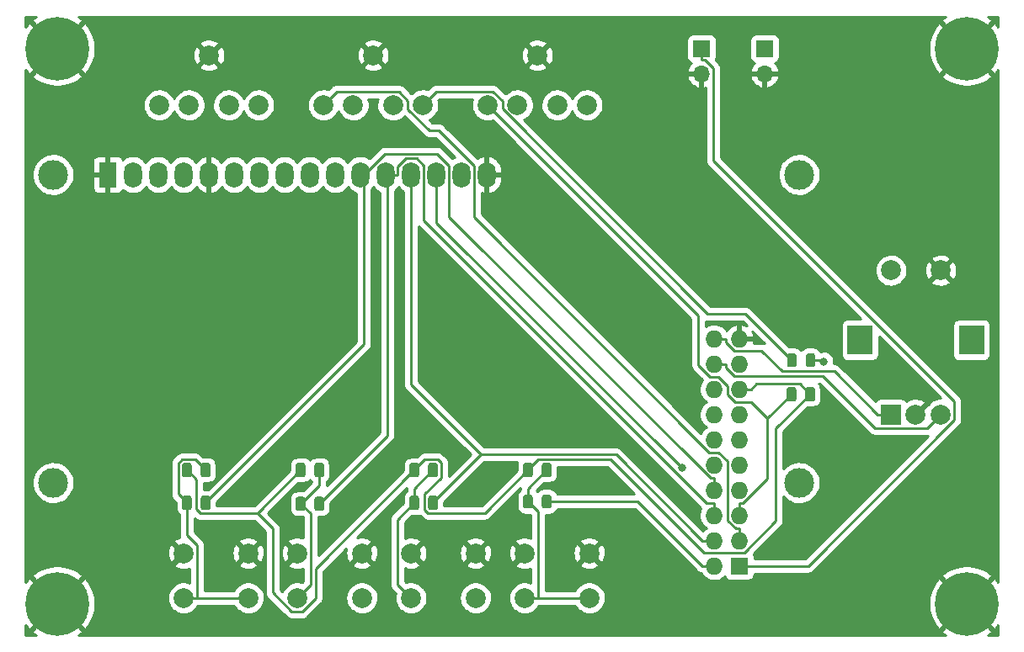
<source format=gbl>
G04 #@! TF.GenerationSoftware,KiCad,Pcbnew,5.99.0-unknown-43514a1~86~ubuntu18.04.1*
G04 #@! TF.CreationDate,2020-02-15T14:01:28+00:00*
G04 #@! TF.ProjectId,UI,55492e6b-6963-4616-945f-706362585858,rev?*
G04 #@! TF.SameCoordinates,Original*
G04 #@! TF.FileFunction,Copper,L2,Bot*
G04 #@! TF.FilePolarity,Positive*
%FSLAX46Y46*%
G04 Gerber Fmt 4.6, Leading zero omitted, Abs format (unit mm)*
G04 Created by KiCad (PCBNEW 5.99.0-unknown-43514a1~86~ubuntu18.04.1) date 2020-02-15 14:01:28*
%MOMM*%
%LPD*%
G01*
G04 APERTURE LIST*
%ADD10O,1.700000X1.700000*%
%ADD11R,1.700000X1.700000*%
%ADD12C,2.000000*%
%ADD13R,2.000000X2.000000*%
%ADD14R,2.500000X3.000000*%
%ADD15C,3.000000*%
%ADD16O,1.800000X2.600000*%
%ADD17R,1.800000X2.600000*%
%ADD18O,1.727200X1.727200*%
%ADD19R,1.727200X1.727200*%
%ADD20C,6.400000*%
%ADD21C,0.800000*%
%ADD22C,0.250000*%
%ADD23C,0.254000*%
G04 APERTURE END LIST*
G04 #@! TA.AperFunction,SMDPad,CuDef*
G36*
X153069529Y-99518554D02*
G01*
X153148607Y-99571393D01*
X153201446Y-99650471D01*
X153220000Y-99743750D01*
X153220000Y-100656250D01*
X153201446Y-100749529D01*
X153148607Y-100828607D01*
X153069529Y-100881446D01*
X152976250Y-100900000D01*
X152488750Y-100900000D01*
X152395471Y-100881446D01*
X152316393Y-100828607D01*
X152263554Y-100749529D01*
X152245000Y-100656250D01*
X152245000Y-99743750D01*
X152263554Y-99650471D01*
X152316393Y-99571393D01*
X152395471Y-99518554D01*
X152488750Y-99500000D01*
X152976250Y-99500000D01*
X153069529Y-99518554D01*
G37*
G04 #@! TD.AperFunction*
G04 #@! TA.AperFunction,SMDPad,CuDef*
G36*
X154944529Y-99518554D02*
G01*
X155023607Y-99571393D01*
X155076446Y-99650471D01*
X155095000Y-99743750D01*
X155095000Y-100656250D01*
X155076446Y-100749529D01*
X155023607Y-100828607D01*
X154944529Y-100881446D01*
X154851250Y-100900000D01*
X154363750Y-100900000D01*
X154270471Y-100881446D01*
X154191393Y-100828607D01*
X154138554Y-100749529D01*
X154120000Y-100656250D01*
X154120000Y-99743750D01*
X154138554Y-99650471D01*
X154191393Y-99571393D01*
X154270471Y-99518554D01*
X154363750Y-99500000D01*
X154851250Y-99500000D01*
X154944529Y-99518554D01*
G37*
G04 #@! TD.AperFunction*
G04 #@! TA.AperFunction,SMDPad,CuDef*
G36*
X141639529Y-99645554D02*
G01*
X141718607Y-99698393D01*
X141771446Y-99777471D01*
X141790000Y-99870750D01*
X141790000Y-100783250D01*
X141771446Y-100876529D01*
X141718607Y-100955607D01*
X141639529Y-101008446D01*
X141546250Y-101027000D01*
X141058750Y-101027000D01*
X140965471Y-101008446D01*
X140886393Y-100955607D01*
X140833554Y-100876529D01*
X140815000Y-100783250D01*
X140815000Y-99870750D01*
X140833554Y-99777471D01*
X140886393Y-99698393D01*
X140965471Y-99645554D01*
X141058750Y-99627000D01*
X141546250Y-99627000D01*
X141639529Y-99645554D01*
G37*
G04 #@! TD.AperFunction*
G04 #@! TA.AperFunction,SMDPad,CuDef*
G36*
X143514529Y-99645554D02*
G01*
X143593607Y-99698393D01*
X143646446Y-99777471D01*
X143665000Y-99870750D01*
X143665000Y-100783250D01*
X143646446Y-100876529D01*
X143593607Y-100955607D01*
X143514529Y-101008446D01*
X143421250Y-101027000D01*
X142933750Y-101027000D01*
X142840471Y-101008446D01*
X142761393Y-100955607D01*
X142708554Y-100876529D01*
X142690000Y-100783250D01*
X142690000Y-99870750D01*
X142708554Y-99777471D01*
X142761393Y-99698393D01*
X142840471Y-99645554D01*
X142933750Y-99627000D01*
X143421250Y-99627000D01*
X143514529Y-99645554D01*
G37*
G04 #@! TD.AperFunction*
G04 #@! TA.AperFunction,SMDPad,CuDef*
G36*
X130209529Y-99743554D02*
G01*
X130288607Y-99796393D01*
X130341446Y-99875471D01*
X130360000Y-99968750D01*
X130360000Y-100881250D01*
X130341446Y-100974529D01*
X130288607Y-101053607D01*
X130209529Y-101106446D01*
X130116250Y-101125000D01*
X129628750Y-101125000D01*
X129535471Y-101106446D01*
X129456393Y-101053607D01*
X129403554Y-100974529D01*
X129385000Y-100881250D01*
X129385000Y-99968750D01*
X129403554Y-99875471D01*
X129456393Y-99796393D01*
X129535471Y-99743554D01*
X129628750Y-99725000D01*
X130116250Y-99725000D01*
X130209529Y-99743554D01*
G37*
G04 #@! TD.AperFunction*
G04 #@! TA.AperFunction,SMDPad,CuDef*
G36*
X132084529Y-99743554D02*
G01*
X132163607Y-99796393D01*
X132216446Y-99875471D01*
X132235000Y-99968750D01*
X132235000Y-100881250D01*
X132216446Y-100974529D01*
X132163607Y-101053607D01*
X132084529Y-101106446D01*
X131991250Y-101125000D01*
X131503750Y-101125000D01*
X131410471Y-101106446D01*
X131331393Y-101053607D01*
X131278554Y-100974529D01*
X131260000Y-100881250D01*
X131260000Y-99968750D01*
X131278554Y-99875471D01*
X131331393Y-99796393D01*
X131410471Y-99743554D01*
X131503750Y-99725000D01*
X131991250Y-99725000D01*
X132084529Y-99743554D01*
G37*
G04 #@! TD.AperFunction*
G04 #@! TA.AperFunction,SMDPad,CuDef*
G36*
X118779529Y-99645554D02*
G01*
X118858607Y-99698393D01*
X118911446Y-99777471D01*
X118930000Y-99870750D01*
X118930000Y-100783250D01*
X118911446Y-100876529D01*
X118858607Y-100955607D01*
X118779529Y-101008446D01*
X118686250Y-101027000D01*
X118198750Y-101027000D01*
X118105471Y-101008446D01*
X118026393Y-100955607D01*
X117973554Y-100876529D01*
X117955000Y-100783250D01*
X117955000Y-99870750D01*
X117973554Y-99777471D01*
X118026393Y-99698393D01*
X118105471Y-99645554D01*
X118198750Y-99627000D01*
X118686250Y-99627000D01*
X118779529Y-99645554D01*
G37*
G04 #@! TD.AperFunction*
G04 #@! TA.AperFunction,SMDPad,CuDef*
G36*
X120654529Y-99645554D02*
G01*
X120733607Y-99698393D01*
X120786446Y-99777471D01*
X120805000Y-99870750D01*
X120805000Y-100783250D01*
X120786446Y-100876529D01*
X120733607Y-100955607D01*
X120654529Y-101008446D01*
X120561250Y-101027000D01*
X120073750Y-101027000D01*
X119980471Y-101008446D01*
X119901393Y-100955607D01*
X119848554Y-100876529D01*
X119830000Y-100783250D01*
X119830000Y-99870750D01*
X119848554Y-99777471D01*
X119901393Y-99698393D01*
X119980471Y-99645554D01*
X120073750Y-99627000D01*
X120561250Y-99627000D01*
X120654529Y-99645554D01*
G37*
G04 #@! TD.AperFunction*
D10*
X170180000Y-57150000D03*
D11*
X170180000Y-54610000D03*
G04 #@! TA.AperFunction,SMDPad,CuDef*
G36*
X179563529Y-88726554D02*
G01*
X179642607Y-88779393D01*
X179695446Y-88858471D01*
X179714000Y-88951750D01*
X179714000Y-89864250D01*
X179695446Y-89957529D01*
X179642607Y-90036607D01*
X179563529Y-90089446D01*
X179470250Y-90108000D01*
X178982750Y-90108000D01*
X178889471Y-90089446D01*
X178810393Y-90036607D01*
X178757554Y-89957529D01*
X178739000Y-89864250D01*
X178739000Y-88951750D01*
X178757554Y-88858471D01*
X178810393Y-88779393D01*
X178889471Y-88726554D01*
X178982750Y-88708000D01*
X179470250Y-88708000D01*
X179563529Y-88726554D01*
G37*
G04 #@! TD.AperFunction*
G04 #@! TA.AperFunction,SMDPad,CuDef*
G36*
X181438529Y-88726554D02*
G01*
X181517607Y-88779393D01*
X181570446Y-88858471D01*
X181589000Y-88951750D01*
X181589000Y-89864250D01*
X181570446Y-89957529D01*
X181517607Y-90036607D01*
X181438529Y-90089446D01*
X181345250Y-90108000D01*
X180857750Y-90108000D01*
X180764471Y-90089446D01*
X180685393Y-90036607D01*
X180632554Y-89957529D01*
X180614000Y-89864250D01*
X180614000Y-88951750D01*
X180632554Y-88858471D01*
X180685393Y-88779393D01*
X180764471Y-88726554D01*
X180857750Y-88708000D01*
X181345250Y-88708000D01*
X181438529Y-88726554D01*
G37*
G04 #@! TD.AperFunction*
D12*
X151670000Y-60300000D03*
X155670000Y-60300000D03*
X158670000Y-60300000D03*
X148670000Y-60300000D03*
X153670000Y-55300000D03*
D10*
X176530000Y-57150000D03*
D11*
X176530000Y-54610000D03*
G04 #@! TA.AperFunction,SMDPad,CuDef*
G36*
X179612529Y-85297554D02*
G01*
X179691607Y-85350393D01*
X179744446Y-85429471D01*
X179763000Y-85522750D01*
X179763000Y-86435250D01*
X179744446Y-86528529D01*
X179691607Y-86607607D01*
X179612529Y-86660446D01*
X179519250Y-86679000D01*
X179031750Y-86679000D01*
X178938471Y-86660446D01*
X178859393Y-86607607D01*
X178806554Y-86528529D01*
X178788000Y-86435250D01*
X178788000Y-85522750D01*
X178806554Y-85429471D01*
X178859393Y-85350393D01*
X178938471Y-85297554D01*
X179031750Y-85279000D01*
X179519250Y-85279000D01*
X179612529Y-85297554D01*
G37*
G04 #@! TD.AperFunction*
G04 #@! TA.AperFunction,SMDPad,CuDef*
G36*
X181487529Y-85297554D02*
G01*
X181566607Y-85350393D01*
X181619446Y-85429471D01*
X181638000Y-85522750D01*
X181638000Y-86435250D01*
X181619446Y-86528529D01*
X181566607Y-86607607D01*
X181487529Y-86660446D01*
X181394250Y-86679000D01*
X180906750Y-86679000D01*
X180813471Y-86660446D01*
X180734393Y-86607607D01*
X180681554Y-86528529D01*
X180663000Y-86435250D01*
X180663000Y-85522750D01*
X180681554Y-85429471D01*
X180734393Y-85350393D01*
X180813471Y-85297554D01*
X180906750Y-85279000D01*
X181394250Y-85279000D01*
X181487529Y-85297554D01*
G37*
G04 #@! TD.AperFunction*
D12*
X118650000Y-60300000D03*
X122650000Y-60300000D03*
X125650000Y-60300000D03*
X115650000Y-60300000D03*
X120650000Y-55300000D03*
X135160000Y-60300000D03*
X139160000Y-60300000D03*
X142160000Y-60300000D03*
X132160000Y-60300000D03*
X137160000Y-55300000D03*
D13*
X189230000Y-91440000D03*
D12*
X191730000Y-91440000D03*
X194230000Y-91440000D03*
D14*
X186130000Y-83940000D03*
X197330000Y-83940000D03*
D12*
X189230000Y-76940000D03*
X194230000Y-76940000D03*
X158900000Y-105410000D03*
X158900000Y-109910000D03*
X152400000Y-105410000D03*
X152400000Y-109910000D03*
X147470000Y-105410000D03*
X147470000Y-109910000D03*
X140970000Y-105410000D03*
X140970000Y-109910000D03*
X136040000Y-105410000D03*
X136040000Y-109910000D03*
X129540000Y-105410000D03*
X129540000Y-109910000D03*
X124610000Y-105410000D03*
X124610000Y-109910000D03*
X118110000Y-105410000D03*
X118110000Y-109910000D03*
G04 #@! TA.AperFunction,SMDPad,CuDef*
G36*
X154944529Y-96343554D02*
G01*
X155023607Y-96396393D01*
X155076446Y-96475471D01*
X155095000Y-96568750D01*
X155095000Y-97481250D01*
X155076446Y-97574529D01*
X155023607Y-97653607D01*
X154944529Y-97706446D01*
X154851250Y-97725000D01*
X154363750Y-97725000D01*
X154270471Y-97706446D01*
X154191393Y-97653607D01*
X154138554Y-97574529D01*
X154120000Y-97481250D01*
X154120000Y-96568750D01*
X154138554Y-96475471D01*
X154191393Y-96396393D01*
X154270471Y-96343554D01*
X154363750Y-96325000D01*
X154851250Y-96325000D01*
X154944529Y-96343554D01*
G37*
G04 #@! TD.AperFunction*
G04 #@! TA.AperFunction,SMDPad,CuDef*
G36*
X153069529Y-96343554D02*
G01*
X153148607Y-96396393D01*
X153201446Y-96475471D01*
X153220000Y-96568750D01*
X153220000Y-97481250D01*
X153201446Y-97574529D01*
X153148607Y-97653607D01*
X153069529Y-97706446D01*
X152976250Y-97725000D01*
X152488750Y-97725000D01*
X152395471Y-97706446D01*
X152316393Y-97653607D01*
X152263554Y-97574529D01*
X152245000Y-97481250D01*
X152245000Y-96568750D01*
X152263554Y-96475471D01*
X152316393Y-96396393D01*
X152395471Y-96343554D01*
X152488750Y-96325000D01*
X152976250Y-96325000D01*
X153069529Y-96343554D01*
G37*
G04 #@! TD.AperFunction*
G04 #@! TA.AperFunction,SMDPad,CuDef*
G36*
X143514529Y-96343554D02*
G01*
X143593607Y-96396393D01*
X143646446Y-96475471D01*
X143665000Y-96568750D01*
X143665000Y-97481250D01*
X143646446Y-97574529D01*
X143593607Y-97653607D01*
X143514529Y-97706446D01*
X143421250Y-97725000D01*
X142933750Y-97725000D01*
X142840471Y-97706446D01*
X142761393Y-97653607D01*
X142708554Y-97574529D01*
X142690000Y-97481250D01*
X142690000Y-96568750D01*
X142708554Y-96475471D01*
X142761393Y-96396393D01*
X142840471Y-96343554D01*
X142933750Y-96325000D01*
X143421250Y-96325000D01*
X143514529Y-96343554D01*
G37*
G04 #@! TD.AperFunction*
G04 #@! TA.AperFunction,SMDPad,CuDef*
G36*
X141639529Y-96343554D02*
G01*
X141718607Y-96396393D01*
X141771446Y-96475471D01*
X141790000Y-96568750D01*
X141790000Y-97481250D01*
X141771446Y-97574529D01*
X141718607Y-97653607D01*
X141639529Y-97706446D01*
X141546250Y-97725000D01*
X141058750Y-97725000D01*
X140965471Y-97706446D01*
X140886393Y-97653607D01*
X140833554Y-97574529D01*
X140815000Y-97481250D01*
X140815000Y-96568750D01*
X140833554Y-96475471D01*
X140886393Y-96396393D01*
X140965471Y-96343554D01*
X141058750Y-96325000D01*
X141546250Y-96325000D01*
X141639529Y-96343554D01*
G37*
G04 #@! TD.AperFunction*
G04 #@! TA.AperFunction,SMDPad,CuDef*
G36*
X132084529Y-96343554D02*
G01*
X132163607Y-96396393D01*
X132216446Y-96475471D01*
X132235000Y-96568750D01*
X132235000Y-97481250D01*
X132216446Y-97574529D01*
X132163607Y-97653607D01*
X132084529Y-97706446D01*
X131991250Y-97725000D01*
X131503750Y-97725000D01*
X131410471Y-97706446D01*
X131331393Y-97653607D01*
X131278554Y-97574529D01*
X131260000Y-97481250D01*
X131260000Y-96568750D01*
X131278554Y-96475471D01*
X131331393Y-96396393D01*
X131410471Y-96343554D01*
X131503750Y-96325000D01*
X131991250Y-96325000D01*
X132084529Y-96343554D01*
G37*
G04 #@! TD.AperFunction*
G04 #@! TA.AperFunction,SMDPad,CuDef*
G36*
X130209529Y-96343554D02*
G01*
X130288607Y-96396393D01*
X130341446Y-96475471D01*
X130360000Y-96568750D01*
X130360000Y-97481250D01*
X130341446Y-97574529D01*
X130288607Y-97653607D01*
X130209529Y-97706446D01*
X130116250Y-97725000D01*
X129628750Y-97725000D01*
X129535471Y-97706446D01*
X129456393Y-97653607D01*
X129403554Y-97574529D01*
X129385000Y-97481250D01*
X129385000Y-96568750D01*
X129403554Y-96475471D01*
X129456393Y-96396393D01*
X129535471Y-96343554D01*
X129628750Y-96325000D01*
X130116250Y-96325000D01*
X130209529Y-96343554D01*
G37*
G04 #@! TD.AperFunction*
G04 #@! TA.AperFunction,SMDPad,CuDef*
G36*
X120654529Y-96343554D02*
G01*
X120733607Y-96396393D01*
X120786446Y-96475471D01*
X120805000Y-96568750D01*
X120805000Y-97481250D01*
X120786446Y-97574529D01*
X120733607Y-97653607D01*
X120654529Y-97706446D01*
X120561250Y-97725000D01*
X120073750Y-97725000D01*
X119980471Y-97706446D01*
X119901393Y-97653607D01*
X119848554Y-97574529D01*
X119830000Y-97481250D01*
X119830000Y-96568750D01*
X119848554Y-96475471D01*
X119901393Y-96396393D01*
X119980471Y-96343554D01*
X120073750Y-96325000D01*
X120561250Y-96325000D01*
X120654529Y-96343554D01*
G37*
G04 #@! TD.AperFunction*
G04 #@! TA.AperFunction,SMDPad,CuDef*
G36*
X118779529Y-96343554D02*
G01*
X118858607Y-96396393D01*
X118911446Y-96475471D01*
X118930000Y-96568750D01*
X118930000Y-97481250D01*
X118911446Y-97574529D01*
X118858607Y-97653607D01*
X118779529Y-97706446D01*
X118686250Y-97725000D01*
X118198750Y-97725000D01*
X118105471Y-97706446D01*
X118026393Y-97653607D01*
X117973554Y-97574529D01*
X117955000Y-97481250D01*
X117955000Y-96568750D01*
X117973554Y-96475471D01*
X118026393Y-96396393D01*
X118105471Y-96343554D01*
X118198750Y-96325000D01*
X118686250Y-96325000D01*
X118779529Y-96343554D01*
G37*
G04 #@! TD.AperFunction*
D15*
X179990000Y-67310000D03*
X179989480Y-98310700D03*
X104990900Y-98310700D03*
X104990900Y-67310000D03*
D16*
X148590000Y-67310000D03*
X146050000Y-67310000D03*
X143510000Y-67310000D03*
X140970000Y-67310000D03*
X138430000Y-67310000D03*
X135890000Y-67310000D03*
X133350000Y-67310000D03*
X130810000Y-67310000D03*
X128270000Y-67310000D03*
X125730000Y-67310000D03*
X123190000Y-67310000D03*
X120650000Y-67310000D03*
X118110000Y-67310000D03*
X115570000Y-67310000D03*
X113030000Y-67310000D03*
D17*
X110490000Y-67310000D03*
D18*
X171450000Y-83820000D03*
X173990000Y-83820000D03*
X171450000Y-86360000D03*
X173990000Y-86360000D03*
X171450000Y-88900000D03*
X173990000Y-88900000D03*
X171450000Y-91440000D03*
X173990000Y-91440000D03*
X171450000Y-93980000D03*
X173990000Y-93980000D03*
X171450000Y-96520000D03*
X173990000Y-96520000D03*
X171450000Y-99060000D03*
X173990000Y-99060000D03*
X171450000Y-101600000D03*
X173990000Y-101600000D03*
X171450000Y-104140000D03*
X173990000Y-104140000D03*
X171450000Y-106680000D03*
D19*
X173990000Y-106680000D03*
D20*
X196850000Y-54610000D03*
X196850000Y-110490000D03*
X105410000Y-110490000D03*
X105410000Y-54610000D03*
D21*
X144145000Y-79248000D03*
X139827000Y-75565000D03*
X148463000Y-97790000D03*
X158750000Y-99060000D03*
X180594000Y-102235000D03*
X140970000Y-93599000D03*
X134747000Y-90678000D03*
X168210700Y-96842500D03*
X182479400Y-86109900D03*
D22*
X139604200Y-102025300D02*
X141302500Y-100327000D01*
X139604200Y-108544200D02*
X139604200Y-102025300D01*
X140970000Y-109910000D02*
X139604200Y-108544200D01*
X141302500Y-98900000D02*
X143177500Y-97025000D01*
X141302500Y-100327000D02*
X141302500Y-98900000D01*
X131747500Y-98550000D02*
X131747500Y-97025000D01*
X129872500Y-100425000D02*
X131747500Y-98550000D01*
X130865600Y-101418100D02*
X129872500Y-100425000D01*
X130865600Y-108584400D02*
X130865600Y-101418100D01*
X129540000Y-109910000D02*
X130865600Y-108584400D01*
X118110000Y-109910000D02*
X119471900Y-109910000D01*
X119471900Y-109910000D02*
X124610000Y-109910000D01*
X118442500Y-103597500D02*
X118442500Y-100327000D01*
X119471900Y-104626900D02*
X118442500Y-103597500D01*
X119471900Y-109910000D02*
X119471900Y-104626900D01*
X119279100Y-95986600D02*
X120317500Y-97025000D01*
X117950100Y-95986600D02*
X119279100Y-95986600D01*
X117581700Y-96355000D02*
X117950100Y-95986600D01*
X117581700Y-99466200D02*
X117581700Y-96355000D01*
X118442500Y-100327000D02*
X117581700Y-99466200D01*
X173990000Y-101600000D02*
X173990000Y-100411100D01*
X175179100Y-90170000D02*
X176821800Y-91812700D01*
X173556700Y-90170000D02*
X175179100Y-90170000D01*
X172801000Y-89414300D02*
X173556700Y-90170000D01*
X172801000Y-88564200D02*
X172801000Y-89414300D01*
X171899500Y-87662700D02*
X172801000Y-88564200D01*
X171059500Y-87662700D02*
X171899500Y-87662700D01*
X169861800Y-86465000D02*
X171059500Y-87662700D01*
X169861800Y-81491800D02*
X169861800Y-86465000D01*
X148670000Y-60300000D02*
X169861800Y-81491800D01*
X176821800Y-97950900D02*
X176821800Y-91812700D01*
X174361600Y-100411100D02*
X176821800Y-97950900D01*
X173990000Y-100411100D02*
X174361600Y-100411100D01*
X176821800Y-91812700D02*
X179226500Y-89408000D01*
X153761900Y-101229400D02*
X152732500Y-100200000D01*
X153761900Y-109910000D02*
X153761900Y-101229400D01*
X152400000Y-109910000D02*
X153761900Y-109910000D01*
X153761900Y-109910000D02*
X158900000Y-109910000D01*
X152732500Y-98900000D02*
X152732500Y-100200000D01*
X154607500Y-97025000D02*
X152732500Y-98900000D01*
X174611700Y-81315200D02*
X179275500Y-85979000D01*
X170798900Y-81315200D02*
X174611700Y-81315200D01*
X150170000Y-60686300D02*
X170798900Y-81315200D01*
X150170000Y-59923500D02*
X150170000Y-60686300D01*
X149209200Y-58962700D02*
X150170000Y-59923500D01*
X143497300Y-58962700D02*
X149209200Y-58962700D01*
X142160000Y-60300000D02*
X143497300Y-58962700D01*
X170547400Y-55785300D02*
X170180000Y-55785300D01*
X171355300Y-56593200D02*
X170547400Y-55785300D01*
X171355300Y-65891600D02*
X171355300Y-56593200D01*
X195589700Y-90126000D02*
X171355300Y-65891600D01*
X195589700Y-92000500D02*
X195589700Y-90126000D01*
X180910200Y-106680000D02*
X195589700Y-92000500D01*
X173990000Y-106680000D02*
X180910200Y-106680000D01*
X170180000Y-54610000D02*
X170180000Y-55785300D01*
X171450000Y-106680000D02*
X170261100Y-106680000D01*
X163781100Y-100200000D02*
X154607500Y-100200000D01*
X170261100Y-106680000D02*
X163781100Y-100200000D01*
X143510000Y-72141800D02*
X143510000Y-67310000D01*
X168210700Y-96842500D02*
X143510000Y-72141800D01*
X133500000Y-58960000D02*
X132160000Y-60300000D01*
X139750200Y-58960000D02*
X133500000Y-58960000D01*
X140660000Y-59869800D02*
X139750200Y-58960000D01*
X140660000Y-60721100D02*
X140660000Y-59869800D01*
X142805600Y-62866700D02*
X140660000Y-60721100D01*
X143780400Y-62866700D02*
X142805600Y-62866700D01*
X147320000Y-66406300D02*
X143780400Y-62866700D01*
X147320000Y-71599300D02*
X147320000Y-66406300D01*
X170970700Y-95250000D02*
X147320000Y-71599300D01*
X171883300Y-95250000D02*
X170970700Y-95250000D01*
X172801100Y-96167800D02*
X171883300Y-95250000D01*
X172801100Y-102133800D02*
X172801100Y-96167800D01*
X173618400Y-102951100D02*
X172801100Y-102133800D01*
X173990000Y-102951100D02*
X173618400Y-102951100D01*
X173990000Y-104140000D02*
X173990000Y-102951100D01*
X171450000Y-104140000D02*
X170261100Y-104140000D01*
X140970000Y-88427500D02*
X148023500Y-95481000D01*
X140970000Y-67310000D02*
X140970000Y-88427500D01*
X161602100Y-95481000D02*
X148023500Y-95481000D01*
X170261100Y-104140000D02*
X161602100Y-95481000D01*
X148023500Y-95481000D02*
X143177500Y-100327000D01*
X139655300Y-66467600D02*
X139655300Y-67310000D01*
X140441200Y-65681700D02*
X139655300Y-66467600D01*
X141538000Y-65681700D02*
X140441200Y-65681700D01*
X142240000Y-66383700D02*
X141538000Y-65681700D01*
X142240000Y-71944200D02*
X142240000Y-66383700D01*
X170706900Y-100411100D02*
X142240000Y-71944200D01*
X171450000Y-100411100D02*
X170706900Y-100411100D01*
X171450000Y-101600000D02*
X171450000Y-100411100D01*
X138430000Y-67310000D02*
X138611400Y-67310000D01*
X138611400Y-67310000D02*
X139655300Y-67310000D01*
X138611400Y-93561100D02*
X131747500Y-100425000D01*
X138611400Y-67310000D02*
X138611400Y-93561100D01*
X135890000Y-67310000D02*
X136252800Y-67310000D01*
X136252800Y-84391700D02*
X120317500Y-100327000D01*
X136252800Y-67310000D02*
X136252800Y-84391700D01*
X138359900Y-65202900D02*
X136252800Y-67310000D01*
X143571000Y-65202900D02*
X138359900Y-65202900D01*
X144780000Y-66411900D02*
X143571000Y-65202900D01*
X144780000Y-71572700D02*
X144780000Y-66411900D01*
X171078400Y-97871100D02*
X144780000Y-71572700D01*
X171450000Y-97871100D02*
X171078400Y-97871100D01*
X171450000Y-99060000D02*
X171450000Y-97871100D01*
X182348500Y-85979000D02*
X182479400Y-86109900D01*
X181150500Y-85979000D02*
X182348500Y-85979000D01*
X173990000Y-88900000D02*
X175178900Y-88900000D01*
X127075100Y-102927000D02*
X125522800Y-101374700D01*
X127075100Y-109369800D02*
X127075100Y-102927000D01*
X128986000Y-111280700D02*
X127075100Y-109369800D01*
X130047100Y-111280700D02*
X128986000Y-111280700D01*
X131376200Y-109951600D02*
X130047100Y-111280700D01*
X131376200Y-106951300D02*
X131376200Y-109951600D01*
X141302500Y-97025000D02*
X131376200Y-106951300D01*
X119792400Y-101374700D02*
X125522800Y-101374700D01*
X119380000Y-100962300D02*
X119792400Y-101374700D01*
X119380000Y-97962500D02*
X119380000Y-100962300D01*
X118442500Y-97025000D02*
X119380000Y-97962500D01*
X125522800Y-101374700D02*
X129872500Y-97025000D01*
X142364300Y-95963200D02*
X141302500Y-97025000D01*
X143651600Y-95963200D02*
X142364300Y-95963200D01*
X144021900Y-96333500D02*
X143651600Y-95963200D01*
X144021900Y-97795400D02*
X144021900Y-96333500D01*
X142360900Y-99456400D02*
X144021900Y-97795400D01*
X142360900Y-101050900D02*
X142360900Y-99456400D01*
X142663300Y-101353300D02*
X142360900Y-101050900D01*
X148404200Y-101353300D02*
X142663300Y-101353300D01*
X152732500Y-97025000D02*
X148404200Y-101353300D01*
X180067000Y-88373500D02*
X181101500Y-89408000D01*
X175705400Y-88373500D02*
X180067000Y-88373500D01*
X175178900Y-88900000D02*
X175705400Y-88373500D01*
X153792500Y-95965000D02*
X152732500Y-97025000D01*
X161041400Y-95965000D02*
X153792500Y-95965000D01*
X170412300Y-105335900D02*
X161041400Y-95965000D01*
X174483300Y-105335900D02*
X170412300Y-105335900D01*
X177636300Y-102182900D02*
X174483300Y-105335900D01*
X177636300Y-92873200D02*
X177636300Y-102182900D01*
X181101500Y-89408000D02*
X177636300Y-92873200D01*
X192868300Y-92801700D02*
X194230000Y-91440000D01*
X187592500Y-92801700D02*
X192868300Y-92801700D01*
X182339700Y-87548900D02*
X187592500Y-92801700D01*
X173456200Y-87548900D02*
X182339700Y-87548900D01*
X172638900Y-86731600D02*
X173456200Y-87548900D01*
X172638900Y-86360000D02*
X172638900Y-86731600D01*
X171450000Y-86360000D02*
X172638900Y-86360000D01*
X172638900Y-84191600D02*
X172638900Y-83820000D01*
X173456200Y-85008900D02*
X172638900Y-84191600D01*
X176219800Y-85008900D02*
X173456200Y-85008900D01*
X178309400Y-87098500D02*
X176219800Y-85008900D01*
X183563200Y-87098500D02*
X178309400Y-87098500D01*
X187904700Y-91440000D02*
X183563200Y-87098500D01*
X189230000Y-91440000D02*
X187904700Y-91440000D01*
X171450000Y-83820000D02*
X172638900Y-83820000D01*
G36*
X102996548Y-51624392D02*
G01*
X102991420Y-51628545D01*
X102848928Y-51756844D01*
X102846094Y-51865075D01*
X105357809Y-54376790D01*
X105462191Y-54376790D01*
X107973906Y-51865075D01*
X107971072Y-51756844D01*
X107828580Y-51628545D01*
X107823452Y-51624392D01*
X107561401Y-51434000D01*
X194698599Y-51434000D01*
X194436548Y-51624392D01*
X194431420Y-51628545D01*
X194288928Y-51756844D01*
X194286094Y-51865075D01*
X196797809Y-54376790D01*
X196902191Y-54376790D01*
X199413906Y-51865075D01*
X199411072Y-51756844D01*
X199268580Y-51628545D01*
X199263452Y-51624392D01*
X199001401Y-51434000D01*
X200026000Y-51434000D01*
X200026000Y-52458599D01*
X199835608Y-52196548D01*
X199831455Y-52191420D01*
X199703156Y-52048928D01*
X199594925Y-52046094D01*
X197083210Y-54557809D01*
X197083210Y-54662191D01*
X199594925Y-57173906D01*
X199703156Y-57171072D01*
X199831455Y-57028580D01*
X199835608Y-57023452D01*
X200026000Y-56761401D01*
X200026001Y-108338601D01*
X199835608Y-108076548D01*
X199831455Y-108071420D01*
X199703156Y-107928928D01*
X199594925Y-107926094D01*
X197083210Y-110437809D01*
X197083210Y-110542191D01*
X199594925Y-113053906D01*
X199703156Y-113051072D01*
X199831455Y-112908580D01*
X199835608Y-112903452D01*
X200026001Y-112641399D01*
X200026001Y-113666000D01*
X199001401Y-113666000D01*
X199263452Y-113475608D01*
X199268580Y-113471455D01*
X199411072Y-113343156D01*
X199413906Y-113234925D01*
X196902191Y-110723210D01*
X196797809Y-110723210D01*
X194286094Y-113234925D01*
X194288928Y-113343156D01*
X194431420Y-113471455D01*
X194436548Y-113475608D01*
X194698599Y-113666000D01*
X107561401Y-113666000D01*
X107823452Y-113475608D01*
X107828580Y-113471455D01*
X107971072Y-113343156D01*
X107973906Y-113234925D01*
X105462191Y-110723210D01*
X105357809Y-110723210D01*
X102846094Y-113234925D01*
X102848928Y-113343156D01*
X102991420Y-113471455D01*
X102996548Y-113475608D01*
X103258599Y-113666000D01*
X102234000Y-113666000D01*
X102234000Y-112641401D01*
X102424392Y-112903452D01*
X102428545Y-112908580D01*
X102556844Y-113051072D01*
X102665075Y-113053906D01*
X105176790Y-110542191D01*
X105176790Y-110437809D01*
X105643210Y-110437809D01*
X105643210Y-110542191D01*
X108154925Y-113053906D01*
X108263156Y-113051072D01*
X108391455Y-112908580D01*
X108395608Y-112903452D01*
X108627933Y-112583685D01*
X108631527Y-112578150D01*
X108829155Y-112235850D01*
X108832151Y-112229970D01*
X108992915Y-111868887D01*
X108995280Y-111862726D01*
X109117421Y-111486816D01*
X109119129Y-111480442D01*
X109201307Y-111093824D01*
X109202339Y-111087307D01*
X109243654Y-110694217D01*
X109243999Y-110687627D01*
X109243999Y-110292373D01*
X109243654Y-110285783D01*
X109202887Y-109897898D01*
X116471132Y-109897898D01*
X116488766Y-110150071D01*
X116490279Y-110160078D01*
X116548004Y-110406187D01*
X116551098Y-110415824D01*
X116647428Y-110649538D01*
X116652023Y-110658556D01*
X116784480Y-110873862D01*
X116790458Y-110882030D01*
X116955634Y-111073390D01*
X116962841Y-111080497D01*
X117156489Y-111242986D01*
X117164739Y-111248849D01*
X117381873Y-111378287D01*
X117390955Y-111382756D01*
X117625991Y-111475813D01*
X117635670Y-111478772D01*
X117882561Y-111533054D01*
X117892589Y-111534428D01*
X118144983Y-111548539D01*
X118155101Y-111548292D01*
X118406504Y-111521869D01*
X118416453Y-111520007D01*
X118660398Y-111453728D01*
X118669920Y-111450300D01*
X118900131Y-111345873D01*
X118908983Y-111340966D01*
X119119536Y-111201074D01*
X119127489Y-111194815D01*
X119312968Y-111023061D01*
X119319819Y-111015610D01*
X119475451Y-110816411D01*
X119481023Y-110807961D01*
X119556318Y-110671000D01*
X123159679Y-110671000D01*
X123284480Y-110873862D01*
X123290458Y-110882030D01*
X123455634Y-111073390D01*
X123462841Y-111080497D01*
X123656489Y-111242986D01*
X123664739Y-111248849D01*
X123881873Y-111378287D01*
X123890955Y-111382756D01*
X124125991Y-111475813D01*
X124135670Y-111478772D01*
X124382561Y-111533054D01*
X124392589Y-111534428D01*
X124644983Y-111548539D01*
X124655101Y-111548292D01*
X124906504Y-111521869D01*
X124916453Y-111520007D01*
X125160398Y-111453728D01*
X125169920Y-111450300D01*
X125400131Y-111345873D01*
X125408983Y-111340966D01*
X125619536Y-111201074D01*
X125627489Y-111194815D01*
X125812968Y-111023061D01*
X125819819Y-111015610D01*
X125975451Y-110816411D01*
X125981023Y-110807961D01*
X126102804Y-110586441D01*
X126106953Y-110577209D01*
X126191751Y-110339068D01*
X126194370Y-110329292D01*
X126240063Y-110080332D01*
X126241097Y-110069599D01*
X126244082Y-109784596D01*
X126243273Y-109773844D01*
X126202804Y-109523981D01*
X126200390Y-109514152D01*
X126120597Y-109274287D01*
X126116642Y-109264971D01*
X125999527Y-109040949D01*
X125994134Y-109032384D01*
X125842708Y-108829969D01*
X125836014Y-108822377D01*
X125654174Y-108646776D01*
X125646353Y-108640351D01*
X125438775Y-108496081D01*
X125430028Y-108490990D01*
X125202056Y-108381764D01*
X125192607Y-108378137D01*
X124950103Y-108306765D01*
X124940196Y-108304695D01*
X124689402Y-108273011D01*
X124679290Y-108272552D01*
X124426656Y-108281374D01*
X124416601Y-108282538D01*
X124168628Y-108331639D01*
X124158889Y-108334394D01*
X123921956Y-108422508D01*
X123912783Y-108426786D01*
X123692984Y-108551649D01*
X123684613Y-108557338D01*
X123487606Y-108715737D01*
X123480252Y-108722691D01*
X123311104Y-108910548D01*
X123304956Y-108918589D01*
X123168019Y-109131075D01*
X123163236Y-109139995D01*
X123159302Y-109149000D01*
X120232900Y-109149000D01*
X120232900Y-106598562D01*
X123602458Y-106598562D01*
X123617683Y-106720798D01*
X123881874Y-106878287D01*
X123890955Y-106882756D01*
X124125991Y-106975813D01*
X124135670Y-106978772D01*
X124382561Y-107033054D01*
X124392589Y-107034428D01*
X124644983Y-107048539D01*
X124655101Y-107048292D01*
X124906504Y-107021869D01*
X124916453Y-107020007D01*
X125160398Y-106953728D01*
X125169920Y-106950300D01*
X125400131Y-106845873D01*
X125408983Y-106840966D01*
X125601429Y-106713105D01*
X125613287Y-106594306D01*
X124662191Y-105643210D01*
X124557809Y-105643210D01*
X123602458Y-106598562D01*
X120232900Y-106598562D01*
X120232900Y-105397898D01*
X122971132Y-105397898D01*
X122988766Y-105650071D01*
X122990279Y-105660078D01*
X123048004Y-105906187D01*
X123051098Y-105915824D01*
X123147428Y-106149538D01*
X123152023Y-106158556D01*
X123301671Y-106401806D01*
X123422930Y-106416051D01*
X124376790Y-105462191D01*
X124376790Y-105357809D01*
X124843210Y-105357809D01*
X124843210Y-105462191D01*
X125792939Y-106411920D01*
X125906245Y-106404990D01*
X125975451Y-106316411D01*
X125981023Y-106307961D01*
X126102804Y-106086441D01*
X126106953Y-106077209D01*
X126191751Y-105839068D01*
X126194370Y-105829292D01*
X126240063Y-105580332D01*
X126241097Y-105569599D01*
X126244082Y-105284596D01*
X126243273Y-105273844D01*
X126202804Y-105023981D01*
X126200390Y-105014152D01*
X126120597Y-104774287D01*
X126116642Y-104764971D01*
X125999527Y-104540949D01*
X125994134Y-104532385D01*
X125907494Y-104416570D01*
X125792680Y-104408339D01*
X124843210Y-105357809D01*
X124376790Y-105357809D01*
X123424753Y-104405772D01*
X123304967Y-104418573D01*
X123168019Y-104631075D01*
X123163236Y-104639994D01*
X123062032Y-104871639D01*
X123058737Y-104881209D01*
X122995871Y-105126056D01*
X122994148Y-105136030D01*
X122971238Y-105387777D01*
X122971132Y-105397898D01*
X120232900Y-105397898D01*
X120232900Y-104571721D01*
X120232899Y-104571709D01*
X120232899Y-104516409D01*
X120229797Y-104496820D01*
X120214163Y-104448705D01*
X120206246Y-104398723D01*
X120200118Y-104379861D01*
X120177145Y-104334773D01*
X120161510Y-104286654D01*
X120152506Y-104268984D01*
X120122766Y-104228050D01*
X120122041Y-104226627D01*
X123607646Y-104226627D01*
X124557809Y-105176790D01*
X124662191Y-105176790D01*
X125612278Y-104226703D01*
X125601808Y-104109392D01*
X125438775Y-103996081D01*
X125430028Y-103990990D01*
X125202056Y-103881764D01*
X125192607Y-103878137D01*
X124950103Y-103806765D01*
X124940196Y-103804695D01*
X124689402Y-103773011D01*
X124679290Y-103772552D01*
X124426656Y-103781374D01*
X124416601Y-103782538D01*
X124168628Y-103831639D01*
X124158889Y-103834394D01*
X123921956Y-103922508D01*
X123912783Y-103926786D01*
X123692984Y-104051649D01*
X123684614Y-104057338D01*
X123613729Y-104114330D01*
X123607646Y-104226627D01*
X120122041Y-104226627D01*
X120099794Y-104182966D01*
X120088136Y-104166920D01*
X120048519Y-104127304D01*
X120048506Y-104127289D01*
X119203500Y-103282285D01*
X119203500Y-101862016D01*
X119332420Y-101990936D01*
X119348466Y-102002594D01*
X119393547Y-102025564D01*
X119434482Y-102055306D01*
X119452154Y-102064310D01*
X119500279Y-102079947D01*
X119545362Y-102102918D01*
X119564223Y-102109047D01*
X119614208Y-102116964D01*
X119662322Y-102132597D01*
X119681910Y-102135699D01*
X119737209Y-102135699D01*
X119737221Y-102135700D01*
X125207586Y-102135700D01*
X126314101Y-103242216D01*
X126314100Y-109424978D01*
X126314101Y-109424990D01*
X126314101Y-109480289D01*
X126317203Y-109499877D01*
X126332836Y-109547991D01*
X126340753Y-109597976D01*
X126346882Y-109616837D01*
X126369853Y-109661920D01*
X126385490Y-109710045D01*
X126394494Y-109727717D01*
X126424238Y-109768655D01*
X126447206Y-109813733D01*
X126458863Y-109829778D01*
X126615290Y-109986206D01*
X126615297Y-109986211D01*
X128376776Y-111747691D01*
X128526021Y-111896937D01*
X128542066Y-111908594D01*
X128587144Y-111931562D01*
X128628082Y-111961306D01*
X128645754Y-111970310D01*
X128693879Y-111985947D01*
X128738962Y-112008918D01*
X128757823Y-112015047D01*
X128807808Y-112022964D01*
X128855922Y-112038597D01*
X128875510Y-112041699D01*
X128930809Y-112041699D01*
X128930821Y-112041700D01*
X130102279Y-112041700D01*
X130102291Y-112041699D01*
X130157589Y-112041699D01*
X130177178Y-112038597D01*
X130225293Y-112022963D01*
X130275276Y-112015047D01*
X130294139Y-112008918D01*
X130339226Y-111985945D01*
X130387344Y-111970311D01*
X130405016Y-111961306D01*
X130445947Y-111931567D01*
X130491034Y-111908594D01*
X130507080Y-111896936D01*
X130663507Y-111740509D01*
X130663510Y-111740505D01*
X131952806Y-110451211D01*
X131952819Y-110451196D01*
X131992436Y-110411580D01*
X132004094Y-110395534D01*
X132027066Y-110350450D01*
X132056806Y-110309516D01*
X132065810Y-110291846D01*
X132081445Y-110243727D01*
X132104418Y-110198639D01*
X132110546Y-110179777D01*
X132118463Y-110129795D01*
X132134097Y-110081680D01*
X132137199Y-110062091D01*
X132137199Y-110006791D01*
X132137200Y-110006779D01*
X132137200Y-109897898D01*
X134401132Y-109897898D01*
X134418766Y-110150071D01*
X134420279Y-110160078D01*
X134478004Y-110406187D01*
X134481098Y-110415824D01*
X134577428Y-110649538D01*
X134582023Y-110658556D01*
X134714480Y-110873862D01*
X134720458Y-110882030D01*
X134885634Y-111073390D01*
X134892841Y-111080497D01*
X135086489Y-111242986D01*
X135094739Y-111248849D01*
X135311873Y-111378287D01*
X135320955Y-111382756D01*
X135555991Y-111475813D01*
X135565670Y-111478772D01*
X135812561Y-111533054D01*
X135822589Y-111534428D01*
X136074983Y-111548539D01*
X136085101Y-111548292D01*
X136336504Y-111521869D01*
X136346453Y-111520007D01*
X136590398Y-111453728D01*
X136599920Y-111450300D01*
X136830131Y-111345873D01*
X136838983Y-111340966D01*
X137049536Y-111201074D01*
X137057489Y-111194815D01*
X137242968Y-111023061D01*
X137249819Y-111015610D01*
X137405451Y-110816411D01*
X137411023Y-110807961D01*
X137532804Y-110586441D01*
X137536953Y-110577209D01*
X137621751Y-110339068D01*
X137624370Y-110329292D01*
X137670063Y-110080332D01*
X137671097Y-110069599D01*
X137674082Y-109784596D01*
X137673273Y-109773844D01*
X137632804Y-109523981D01*
X137630390Y-109514152D01*
X137550597Y-109274287D01*
X137546642Y-109264971D01*
X137429527Y-109040949D01*
X137424134Y-109032384D01*
X137272708Y-108829969D01*
X137266014Y-108822377D01*
X137084174Y-108646776D01*
X137076353Y-108640351D01*
X136868775Y-108496081D01*
X136860028Y-108490990D01*
X136632056Y-108381764D01*
X136622607Y-108378137D01*
X136380103Y-108306765D01*
X136370196Y-108304695D01*
X136119402Y-108273011D01*
X136109290Y-108272552D01*
X135856656Y-108281374D01*
X135846601Y-108282538D01*
X135598628Y-108331639D01*
X135588889Y-108334394D01*
X135351956Y-108422508D01*
X135342783Y-108426786D01*
X135122984Y-108551649D01*
X135114613Y-108557338D01*
X134917606Y-108715737D01*
X134910252Y-108722691D01*
X134741104Y-108910548D01*
X134734956Y-108918589D01*
X134598019Y-109131075D01*
X134593236Y-109139994D01*
X134492032Y-109371639D01*
X134488737Y-109381209D01*
X134425871Y-109626056D01*
X134424148Y-109636030D01*
X134401238Y-109887777D01*
X134401132Y-109897898D01*
X132137200Y-109897898D01*
X132137200Y-107266514D01*
X132805152Y-106598562D01*
X135032458Y-106598562D01*
X135047683Y-106720798D01*
X135311874Y-106878287D01*
X135320955Y-106882756D01*
X135555991Y-106975813D01*
X135565670Y-106978772D01*
X135812561Y-107033054D01*
X135822589Y-107034428D01*
X136074983Y-107048539D01*
X136085101Y-107048292D01*
X136336504Y-107021869D01*
X136346453Y-107020007D01*
X136590398Y-106953728D01*
X136599920Y-106950300D01*
X136830131Y-106845873D01*
X136838983Y-106840966D01*
X137031429Y-106713105D01*
X137043287Y-106594306D01*
X136092191Y-105643210D01*
X135987809Y-105643210D01*
X135032458Y-106598562D01*
X132805152Y-106598562D01*
X134477072Y-104926643D01*
X134425871Y-105126056D01*
X134424148Y-105136030D01*
X134401238Y-105387777D01*
X134401132Y-105397898D01*
X134418766Y-105650071D01*
X134420279Y-105660078D01*
X134478004Y-105906187D01*
X134481098Y-105915824D01*
X134577428Y-106149538D01*
X134582023Y-106158556D01*
X134731671Y-106401806D01*
X134852930Y-106416051D01*
X135911172Y-105357809D01*
X136273210Y-105357809D01*
X136273210Y-105462191D01*
X137222939Y-106411920D01*
X137336245Y-106404990D01*
X137405451Y-106316411D01*
X137411023Y-106307961D01*
X137532804Y-106086441D01*
X137536953Y-106077209D01*
X137621751Y-105839068D01*
X137624370Y-105829292D01*
X137670063Y-105580332D01*
X137671097Y-105569599D01*
X137674082Y-105284596D01*
X137673273Y-105273844D01*
X137632804Y-105023981D01*
X137630390Y-105014152D01*
X137550597Y-104774287D01*
X137546642Y-104764971D01*
X137429527Y-104540949D01*
X137424134Y-104532385D01*
X137337494Y-104416570D01*
X137222680Y-104408339D01*
X136273210Y-105357809D01*
X135911172Y-105357809D01*
X137042278Y-104226703D01*
X137031808Y-104109392D01*
X136868775Y-103996081D01*
X136860028Y-103990990D01*
X136632056Y-103881764D01*
X136622607Y-103878137D01*
X136380103Y-103806765D01*
X136370196Y-103804695D01*
X136119402Y-103773011D01*
X136109290Y-103772552D01*
X135856656Y-103781374D01*
X135846601Y-103782538D01*
X135598628Y-103831639D01*
X135588889Y-103834394D01*
X135557734Y-103845980D01*
X140541501Y-98862214D01*
X140541501Y-99163900D01*
X140488201Y-99198153D01*
X140474579Y-99209956D01*
X140321215Y-99386948D01*
X140311471Y-99402110D01*
X140214183Y-99615141D01*
X140209105Y-99632434D01*
X140176418Y-99859779D01*
X140175776Y-99868756D01*
X140175776Y-100377509D01*
X139137210Y-101416076D01*
X138987965Y-101565320D01*
X138976308Y-101581365D01*
X138953338Y-101626444D01*
X138923593Y-101667385D01*
X138914589Y-101685057D01*
X138898953Y-101733182D01*
X138875983Y-101778260D01*
X138869854Y-101797123D01*
X138861939Y-101847101D01*
X138846303Y-101895222D01*
X138843201Y-101914811D01*
X138843201Y-101975326D01*
X138843200Y-108599378D01*
X138843201Y-108599390D01*
X138843201Y-108654689D01*
X138846303Y-108674277D01*
X138861936Y-108722391D01*
X138869853Y-108772376D01*
X138875982Y-108791237D01*
X138898953Y-108836320D01*
X138914590Y-108884445D01*
X138923594Y-108902117D01*
X138953338Y-108943055D01*
X138976306Y-108988133D01*
X138987963Y-109004178D01*
X139144390Y-109160606D01*
X139144394Y-109160609D01*
X139407757Y-109423973D01*
X139355871Y-109626056D01*
X139354148Y-109636030D01*
X139331238Y-109887777D01*
X139331132Y-109897898D01*
X139348766Y-110150071D01*
X139350279Y-110160078D01*
X139408004Y-110406187D01*
X139411098Y-110415824D01*
X139507428Y-110649538D01*
X139512023Y-110658556D01*
X139644480Y-110873862D01*
X139650458Y-110882030D01*
X139815634Y-111073390D01*
X139822841Y-111080497D01*
X140016489Y-111242986D01*
X140024739Y-111248849D01*
X140241873Y-111378287D01*
X140250955Y-111382756D01*
X140485991Y-111475813D01*
X140495670Y-111478772D01*
X140742561Y-111533054D01*
X140752589Y-111534428D01*
X141004983Y-111548539D01*
X141015101Y-111548292D01*
X141266504Y-111521869D01*
X141276453Y-111520007D01*
X141520398Y-111453728D01*
X141529920Y-111450300D01*
X141760131Y-111345873D01*
X141768983Y-111340966D01*
X141979536Y-111201074D01*
X141987489Y-111194815D01*
X142172968Y-111023061D01*
X142179819Y-111015610D01*
X142335451Y-110816411D01*
X142341023Y-110807961D01*
X142462804Y-110586441D01*
X142466953Y-110577209D01*
X142551751Y-110339068D01*
X142554370Y-110329292D01*
X142600063Y-110080332D01*
X142601097Y-110069599D01*
X142602895Y-109897898D01*
X145831132Y-109897898D01*
X145848766Y-110150071D01*
X145850279Y-110160078D01*
X145908004Y-110406187D01*
X145911098Y-110415824D01*
X146007428Y-110649538D01*
X146012023Y-110658556D01*
X146144480Y-110873862D01*
X146150458Y-110882030D01*
X146315634Y-111073390D01*
X146322841Y-111080497D01*
X146516489Y-111242986D01*
X146524739Y-111248849D01*
X146741873Y-111378287D01*
X146750955Y-111382756D01*
X146985991Y-111475813D01*
X146995670Y-111478772D01*
X147242561Y-111533054D01*
X147252589Y-111534428D01*
X147504983Y-111548539D01*
X147515101Y-111548292D01*
X147766504Y-111521869D01*
X147776453Y-111520007D01*
X148020398Y-111453728D01*
X148029920Y-111450300D01*
X148260131Y-111345873D01*
X148268983Y-111340966D01*
X148479536Y-111201074D01*
X148487489Y-111194815D01*
X148672968Y-111023061D01*
X148679819Y-111015610D01*
X148835451Y-110816411D01*
X148841023Y-110807961D01*
X148962804Y-110586441D01*
X148966953Y-110577209D01*
X149051751Y-110339068D01*
X149054370Y-110329292D01*
X149100063Y-110080332D01*
X149101097Y-110069599D01*
X149104082Y-109784596D01*
X149103273Y-109773844D01*
X149062804Y-109523981D01*
X149060390Y-109514152D01*
X148980597Y-109274287D01*
X148976642Y-109264971D01*
X148859527Y-109040949D01*
X148854134Y-109032384D01*
X148702708Y-108829969D01*
X148696014Y-108822377D01*
X148514174Y-108646776D01*
X148506353Y-108640351D01*
X148298775Y-108496081D01*
X148290028Y-108490990D01*
X148062056Y-108381764D01*
X148052607Y-108378137D01*
X147810103Y-108306765D01*
X147800196Y-108304695D01*
X147549402Y-108273011D01*
X147539290Y-108272552D01*
X147286656Y-108281374D01*
X147276601Y-108282538D01*
X147028628Y-108331639D01*
X147018889Y-108334394D01*
X146781956Y-108422508D01*
X146772783Y-108426786D01*
X146552984Y-108551649D01*
X146544613Y-108557338D01*
X146347606Y-108715737D01*
X146340252Y-108722691D01*
X146171104Y-108910548D01*
X146164956Y-108918589D01*
X146028019Y-109131075D01*
X146023236Y-109139994D01*
X145922032Y-109371639D01*
X145918737Y-109381209D01*
X145855871Y-109626056D01*
X145854148Y-109636030D01*
X145831238Y-109887777D01*
X145831132Y-109897898D01*
X142602895Y-109897898D01*
X142604082Y-109784596D01*
X142603273Y-109773844D01*
X142562804Y-109523981D01*
X142560390Y-109514152D01*
X142480597Y-109274287D01*
X142476642Y-109264971D01*
X142359527Y-109040949D01*
X142354134Y-109032384D01*
X142202708Y-108829969D01*
X142196014Y-108822377D01*
X142014174Y-108646776D01*
X142006353Y-108640351D01*
X141798775Y-108496081D01*
X141790028Y-108490990D01*
X141562056Y-108381764D01*
X141552607Y-108378137D01*
X141310103Y-108306765D01*
X141300196Y-108304695D01*
X141049402Y-108273011D01*
X141039290Y-108272552D01*
X140786656Y-108281374D01*
X140776601Y-108282538D01*
X140528628Y-108331639D01*
X140518889Y-108334394D01*
X140483696Y-108347482D01*
X140365200Y-108228986D01*
X140365200Y-106927989D01*
X140485991Y-106975813D01*
X140495670Y-106978772D01*
X140742561Y-107033054D01*
X140752589Y-107034428D01*
X141004983Y-107048539D01*
X141015101Y-107048292D01*
X141266504Y-107021869D01*
X141276453Y-107020007D01*
X141520398Y-106953728D01*
X141529920Y-106950300D01*
X141760131Y-106845873D01*
X141768983Y-106840966D01*
X141961429Y-106713105D01*
X141972862Y-106598562D01*
X146462458Y-106598562D01*
X146477683Y-106720798D01*
X146741874Y-106878287D01*
X146750955Y-106882756D01*
X146985991Y-106975813D01*
X146995670Y-106978772D01*
X147242561Y-107033054D01*
X147252589Y-107034428D01*
X147504983Y-107048539D01*
X147515101Y-107048292D01*
X147766504Y-107021869D01*
X147776453Y-107020007D01*
X148020398Y-106953728D01*
X148029920Y-106950300D01*
X148260131Y-106845873D01*
X148268983Y-106840966D01*
X148461429Y-106713105D01*
X148473287Y-106594306D01*
X147522191Y-105643210D01*
X147417809Y-105643210D01*
X146462458Y-106598562D01*
X141972862Y-106598562D01*
X141973287Y-106594306D01*
X140788980Y-105410000D01*
X140841171Y-105357809D01*
X141203210Y-105357809D01*
X141203210Y-105462191D01*
X142152939Y-106411920D01*
X142266245Y-106404990D01*
X142335451Y-106316411D01*
X142341023Y-106307961D01*
X142462804Y-106086441D01*
X142466953Y-106077209D01*
X142551751Y-105839068D01*
X142554370Y-105829292D01*
X142600063Y-105580332D01*
X142601097Y-105569599D01*
X142602895Y-105397898D01*
X145831132Y-105397898D01*
X145848766Y-105650071D01*
X145850279Y-105660078D01*
X145908004Y-105906187D01*
X145911098Y-105915824D01*
X146007428Y-106149538D01*
X146012023Y-106158556D01*
X146161671Y-106401806D01*
X146282930Y-106416051D01*
X147236790Y-105462191D01*
X147236790Y-105357809D01*
X147703210Y-105357809D01*
X147703210Y-105462191D01*
X148652939Y-106411920D01*
X148766245Y-106404990D01*
X148835451Y-106316411D01*
X148841023Y-106307961D01*
X148962804Y-106086441D01*
X148966953Y-106077209D01*
X149051751Y-105839068D01*
X149054370Y-105829292D01*
X149100063Y-105580332D01*
X149101097Y-105569599D01*
X149102895Y-105397898D01*
X150761132Y-105397898D01*
X150778766Y-105650071D01*
X150780279Y-105660078D01*
X150838004Y-105906187D01*
X150841098Y-105915824D01*
X150937428Y-106149538D01*
X150942023Y-106158556D01*
X151091671Y-106401806D01*
X151212930Y-106416051D01*
X152166790Y-105462191D01*
X152166790Y-105357809D01*
X151214753Y-104405772D01*
X151094967Y-104418573D01*
X150958019Y-104631075D01*
X150953236Y-104639994D01*
X150852032Y-104871639D01*
X150848737Y-104881209D01*
X150785871Y-105126056D01*
X150784148Y-105136030D01*
X150761238Y-105387777D01*
X150761132Y-105397898D01*
X149102895Y-105397898D01*
X149104082Y-105284596D01*
X149103273Y-105273844D01*
X149062804Y-105023981D01*
X149060390Y-105014152D01*
X148980597Y-104774287D01*
X148976642Y-104764971D01*
X148859527Y-104540949D01*
X148854134Y-104532385D01*
X148767494Y-104416570D01*
X148652680Y-104408339D01*
X147703210Y-105357809D01*
X147236790Y-105357809D01*
X146284753Y-104405772D01*
X146164967Y-104418573D01*
X146028019Y-104631075D01*
X146023236Y-104639994D01*
X145922032Y-104871639D01*
X145918737Y-104881209D01*
X145855871Y-105126056D01*
X145854148Y-105136030D01*
X145831238Y-105387777D01*
X145831132Y-105397898D01*
X142602895Y-105397898D01*
X142604082Y-105284596D01*
X142603273Y-105273844D01*
X142562804Y-105023981D01*
X142560390Y-105014152D01*
X142480597Y-104774287D01*
X142476642Y-104764971D01*
X142359527Y-104540949D01*
X142354134Y-104532385D01*
X142267494Y-104416570D01*
X142152680Y-104408339D01*
X141203210Y-105357809D01*
X140841171Y-105357809D01*
X141972278Y-104226703D01*
X141972272Y-104226627D01*
X146467646Y-104226627D01*
X147417809Y-105176790D01*
X147522191Y-105176790D01*
X148472278Y-104226703D01*
X148461808Y-104109392D01*
X148298775Y-103996081D01*
X148290028Y-103990990D01*
X148062056Y-103881764D01*
X148052607Y-103878137D01*
X147810103Y-103806765D01*
X147800196Y-103804695D01*
X147549402Y-103773011D01*
X147539290Y-103772552D01*
X147286656Y-103781374D01*
X147276601Y-103782538D01*
X147028628Y-103831639D01*
X147018889Y-103834394D01*
X146781956Y-103922508D01*
X146772783Y-103926786D01*
X146552984Y-104051649D01*
X146544614Y-104057338D01*
X146473729Y-104114330D01*
X146467646Y-104226627D01*
X141972272Y-104226627D01*
X141961808Y-104109392D01*
X141798775Y-103996081D01*
X141790028Y-103990990D01*
X141562056Y-103881764D01*
X141552607Y-103878137D01*
X141310103Y-103806765D01*
X141300196Y-103804695D01*
X141049402Y-103773011D01*
X141039290Y-103772552D01*
X140786656Y-103781374D01*
X140776601Y-103782538D01*
X140528628Y-103831639D01*
X140518889Y-103834394D01*
X140365200Y-103891550D01*
X140365200Y-102340515D01*
X141041095Y-101664621D01*
X141047779Y-101665582D01*
X141056756Y-101666224D01*
X141550498Y-101666224D01*
X141563928Y-101664780D01*
X141838775Y-101604990D01*
X141901090Y-101667306D01*
X141901097Y-101667311D01*
X142046888Y-101813102D01*
X142046893Y-101813109D01*
X142203320Y-101969536D01*
X142219365Y-101981193D01*
X142264450Y-102004166D01*
X142305383Y-102033906D01*
X142323054Y-102042910D01*
X142371173Y-102058545D01*
X142416261Y-102081518D01*
X142435123Y-102087646D01*
X142485105Y-102095563D01*
X142533220Y-102111197D01*
X142552809Y-102114299D01*
X142608109Y-102114299D01*
X142608121Y-102114300D01*
X148459379Y-102114300D01*
X148459391Y-102114299D01*
X148514689Y-102114299D01*
X148534278Y-102111197D01*
X148582393Y-102095563D01*
X148632376Y-102087647D01*
X148651239Y-102081518D01*
X148696326Y-102058545D01*
X148744444Y-102042911D01*
X148762116Y-102033906D01*
X148803047Y-102004167D01*
X148848134Y-101981194D01*
X148864180Y-101969536D01*
X149020607Y-101813109D01*
X149020612Y-101813102D01*
X151971500Y-98862216D01*
X151971500Y-99036900D01*
X151918200Y-99071153D01*
X151904579Y-99082956D01*
X151751215Y-99259948D01*
X151741471Y-99275110D01*
X151644183Y-99488141D01*
X151639105Y-99505434D01*
X151606418Y-99732779D01*
X151605776Y-99741756D01*
X151605776Y-100660498D01*
X151607220Y-100673928D01*
X151679685Y-101007044D01*
X151688315Y-101027878D01*
X151816153Y-101226800D01*
X151827956Y-101240421D01*
X152004948Y-101393785D01*
X152020110Y-101403529D01*
X152233141Y-101500817D01*
X152250434Y-101505895D01*
X152477779Y-101538582D01*
X152486756Y-101539224D01*
X152980498Y-101539224D01*
X152993927Y-101537780D01*
X152994040Y-101537756D01*
X153000901Y-101544617D01*
X153000901Y-103886002D01*
X152992056Y-103881764D01*
X152982607Y-103878137D01*
X152740103Y-103806765D01*
X152730196Y-103804695D01*
X152479402Y-103773011D01*
X152469290Y-103772552D01*
X152216656Y-103781374D01*
X152206601Y-103782538D01*
X151958628Y-103831639D01*
X151948889Y-103834394D01*
X151711956Y-103922508D01*
X151702783Y-103926786D01*
X151482984Y-104051649D01*
X151474614Y-104057338D01*
X151403729Y-104114330D01*
X151397646Y-104226627D01*
X152581020Y-105410000D01*
X151392458Y-106598562D01*
X151407683Y-106720798D01*
X151671874Y-106878287D01*
X151680955Y-106882756D01*
X151915991Y-106975813D01*
X151925670Y-106978772D01*
X152172561Y-107033054D01*
X152182589Y-107034428D01*
X152434983Y-107048539D01*
X152445101Y-107048292D01*
X152696504Y-107021869D01*
X152706453Y-107020007D01*
X152950398Y-106953728D01*
X152959920Y-106950300D01*
X153000900Y-106931711D01*
X153000900Y-108386001D01*
X152992056Y-108381764D01*
X152982607Y-108378137D01*
X152740103Y-108306765D01*
X152730196Y-108304695D01*
X152479402Y-108273011D01*
X152469290Y-108272552D01*
X152216656Y-108281374D01*
X152206601Y-108282538D01*
X151958628Y-108331639D01*
X151948889Y-108334394D01*
X151711956Y-108422508D01*
X151702783Y-108426786D01*
X151482984Y-108551649D01*
X151474613Y-108557338D01*
X151277606Y-108715737D01*
X151270252Y-108722691D01*
X151101104Y-108910548D01*
X151094956Y-108918589D01*
X150958019Y-109131075D01*
X150953236Y-109139994D01*
X150852032Y-109371639D01*
X150848737Y-109381209D01*
X150785871Y-109626056D01*
X150784148Y-109636030D01*
X150761238Y-109887777D01*
X150761132Y-109897898D01*
X150778766Y-110150071D01*
X150780279Y-110160078D01*
X150838004Y-110406187D01*
X150841098Y-110415824D01*
X150937428Y-110649538D01*
X150942023Y-110658556D01*
X151074480Y-110873862D01*
X151080458Y-110882030D01*
X151245634Y-111073390D01*
X151252841Y-111080497D01*
X151446489Y-111242986D01*
X151454739Y-111248849D01*
X151671873Y-111378287D01*
X151680955Y-111382756D01*
X151915991Y-111475813D01*
X151925670Y-111478772D01*
X152172561Y-111533054D01*
X152182589Y-111534428D01*
X152434983Y-111548539D01*
X152445101Y-111548292D01*
X152696504Y-111521869D01*
X152706453Y-111520007D01*
X152950398Y-111453728D01*
X152959920Y-111450300D01*
X153190131Y-111345873D01*
X153198983Y-111340966D01*
X153409536Y-111201074D01*
X153417489Y-111194815D01*
X153602968Y-111023061D01*
X153609819Y-111015610D01*
X153765451Y-110816411D01*
X153771023Y-110807961D01*
X153846318Y-110671000D01*
X157449679Y-110671000D01*
X157574480Y-110873862D01*
X157580458Y-110882030D01*
X157745634Y-111073390D01*
X157752841Y-111080497D01*
X157946489Y-111242986D01*
X157954739Y-111248849D01*
X158171873Y-111378287D01*
X158180955Y-111382756D01*
X158415991Y-111475813D01*
X158425670Y-111478772D01*
X158672561Y-111533054D01*
X158682589Y-111534428D01*
X158934983Y-111548539D01*
X158945101Y-111548292D01*
X159196504Y-111521869D01*
X159206453Y-111520007D01*
X159450398Y-111453728D01*
X159459920Y-111450300D01*
X159690131Y-111345873D01*
X159698983Y-111340966D01*
X159909536Y-111201074D01*
X159917489Y-111194815D01*
X160102968Y-111023061D01*
X160109819Y-111015610D01*
X160265451Y-110816411D01*
X160271023Y-110807961D01*
X160392804Y-110586441D01*
X160396953Y-110577209D01*
X160481751Y-110339068D01*
X160484370Y-110329292D01*
X160491145Y-110292373D01*
X193016001Y-110292373D01*
X193016001Y-110687627D01*
X193016346Y-110694217D01*
X193057661Y-111087307D01*
X193058693Y-111093824D01*
X193140871Y-111480442D01*
X193142579Y-111486816D01*
X193264720Y-111862726D01*
X193267085Y-111868887D01*
X193427849Y-112229970D01*
X193430845Y-112235850D01*
X193628473Y-112578150D01*
X193632067Y-112583685D01*
X193864392Y-112903452D01*
X193868545Y-112908580D01*
X193996844Y-113051072D01*
X194105075Y-113053906D01*
X196616790Y-110542191D01*
X196616790Y-110437809D01*
X194105075Y-107926094D01*
X193996844Y-107928928D01*
X193868545Y-108071420D01*
X193864392Y-108076548D01*
X193632067Y-108396315D01*
X193628473Y-108401850D01*
X193430845Y-108744150D01*
X193427849Y-108750030D01*
X193267085Y-109111113D01*
X193264720Y-109117274D01*
X193142579Y-109493184D01*
X193140871Y-109499558D01*
X193058693Y-109886176D01*
X193057661Y-109892693D01*
X193016346Y-110285783D01*
X193016001Y-110292373D01*
X160491145Y-110292373D01*
X160530063Y-110080332D01*
X160531097Y-110069599D01*
X160534082Y-109784596D01*
X160533273Y-109773844D01*
X160492804Y-109523981D01*
X160490390Y-109514152D01*
X160410597Y-109274287D01*
X160406642Y-109264971D01*
X160289527Y-109040949D01*
X160284134Y-109032384D01*
X160132708Y-108829969D01*
X160126014Y-108822377D01*
X159944174Y-108646776D01*
X159936353Y-108640351D01*
X159728775Y-108496081D01*
X159720028Y-108490990D01*
X159492056Y-108381764D01*
X159482607Y-108378137D01*
X159240103Y-108306765D01*
X159230196Y-108304695D01*
X158979402Y-108273011D01*
X158969290Y-108272552D01*
X158716656Y-108281374D01*
X158706601Y-108282538D01*
X158458628Y-108331639D01*
X158448889Y-108334394D01*
X158211956Y-108422508D01*
X158202783Y-108426786D01*
X157982984Y-108551649D01*
X157974613Y-108557338D01*
X157777606Y-108715737D01*
X157770252Y-108722691D01*
X157601104Y-108910548D01*
X157594956Y-108918589D01*
X157458019Y-109131075D01*
X157453236Y-109139995D01*
X157449302Y-109149000D01*
X154522900Y-109149000D01*
X154522900Y-106598562D01*
X157892458Y-106598562D01*
X157907683Y-106720798D01*
X158171874Y-106878287D01*
X158180955Y-106882756D01*
X158415991Y-106975813D01*
X158425670Y-106978772D01*
X158672561Y-107033054D01*
X158682589Y-107034428D01*
X158934983Y-107048539D01*
X158945101Y-107048292D01*
X159196504Y-107021869D01*
X159206453Y-107020007D01*
X159450398Y-106953728D01*
X159459920Y-106950300D01*
X159690131Y-106845873D01*
X159698983Y-106840966D01*
X159891429Y-106713105D01*
X159903287Y-106594306D01*
X158952191Y-105643210D01*
X158847809Y-105643210D01*
X157892458Y-106598562D01*
X154522900Y-106598562D01*
X154522900Y-105397898D01*
X157261132Y-105397898D01*
X157278766Y-105650071D01*
X157280279Y-105660078D01*
X157338004Y-105906187D01*
X157341098Y-105915824D01*
X157437428Y-106149538D01*
X157442023Y-106158556D01*
X157591671Y-106401806D01*
X157712930Y-106416051D01*
X158666790Y-105462191D01*
X158666790Y-105357809D01*
X159133210Y-105357809D01*
X159133210Y-105462191D01*
X160082939Y-106411920D01*
X160196245Y-106404990D01*
X160265451Y-106316411D01*
X160271023Y-106307961D01*
X160392804Y-106086441D01*
X160396953Y-106077209D01*
X160481751Y-105839068D01*
X160484370Y-105829292D01*
X160530063Y-105580332D01*
X160531097Y-105569599D01*
X160534082Y-105284596D01*
X160533273Y-105273844D01*
X160492804Y-105023981D01*
X160490390Y-105014152D01*
X160410597Y-104774287D01*
X160406642Y-104764971D01*
X160289527Y-104540949D01*
X160284134Y-104532385D01*
X160197494Y-104416570D01*
X160082680Y-104408339D01*
X159133210Y-105357809D01*
X158666790Y-105357809D01*
X157714753Y-104405772D01*
X157594967Y-104418573D01*
X157458019Y-104631075D01*
X157453236Y-104639994D01*
X157352032Y-104871639D01*
X157348737Y-104881209D01*
X157285871Y-105126056D01*
X157284148Y-105136030D01*
X157261238Y-105387777D01*
X157261132Y-105397898D01*
X154522900Y-105397898D01*
X154522900Y-104226627D01*
X157897646Y-104226627D01*
X158847809Y-105176790D01*
X158952191Y-105176790D01*
X159902278Y-104226703D01*
X159891808Y-104109392D01*
X159728775Y-103996081D01*
X159720028Y-103990990D01*
X159492056Y-103881764D01*
X159482607Y-103878137D01*
X159240103Y-103806765D01*
X159230196Y-103804695D01*
X158979402Y-103773011D01*
X158969290Y-103772552D01*
X158716656Y-103781374D01*
X158706601Y-103782538D01*
X158458628Y-103831639D01*
X158448889Y-103834394D01*
X158211956Y-103922508D01*
X158202783Y-103926786D01*
X157982984Y-104051649D01*
X157974614Y-104057338D01*
X157903729Y-104114330D01*
X157897646Y-104226627D01*
X154522900Y-104226627D01*
X154522900Y-101539224D01*
X154855498Y-101539224D01*
X154868928Y-101537780D01*
X155202044Y-101465315D01*
X155222878Y-101456685D01*
X155421800Y-101328847D01*
X155435421Y-101317044D01*
X155588785Y-101140052D01*
X155598529Y-101124890D01*
X155673375Y-100961000D01*
X163465886Y-100961000D01*
X169651876Y-107146991D01*
X169801121Y-107296237D01*
X169817166Y-107307894D01*
X169862244Y-107330862D01*
X169903182Y-107360606D01*
X169920854Y-107369610D01*
X169968979Y-107385247D01*
X170014062Y-107408218D01*
X170032923Y-107414347D01*
X170082908Y-107422264D01*
X170131022Y-107437897D01*
X170150610Y-107440999D01*
X170157890Y-107440999D01*
X170266712Y-107606035D01*
X170273319Y-107614415D01*
X170439656Y-107792167D01*
X170447580Y-107799315D01*
X170641488Y-107946499D01*
X170650503Y-107952209D01*
X170866439Y-108064618D01*
X170876288Y-108068728D01*
X171108075Y-108143147D01*
X171118476Y-108145539D01*
X171359488Y-108179840D01*
X171370143Y-108180445D01*
X171613489Y-108173648D01*
X171624093Y-108172449D01*
X171862816Y-108124748D01*
X171873067Y-108121779D01*
X172100339Y-108034538D01*
X172109943Y-108029885D01*
X172319267Y-107905597D01*
X172327950Y-107899392D01*
X172513339Y-107741613D01*
X172520852Y-107734034D01*
X172528647Y-107724711D01*
X172561537Y-107847459D01*
X172574280Y-107871939D01*
X172705390Y-108028190D01*
X172722279Y-108042361D01*
X172896520Y-108142959D01*
X172917237Y-108150500D01*
X173109938Y-108184478D01*
X173120899Y-108185437D01*
X174861858Y-108185437D01*
X174878234Y-108183281D01*
X175157459Y-108108463D01*
X175181939Y-108095720D01*
X175338190Y-107964610D01*
X175352361Y-107947721D01*
X175452959Y-107773480D01*
X175460500Y-107752763D01*
X175461855Y-107745075D01*
X194286094Y-107745075D01*
X196797809Y-110256790D01*
X196902191Y-110256790D01*
X199413906Y-107745075D01*
X199411072Y-107636844D01*
X199268580Y-107508545D01*
X199263452Y-107504392D01*
X198943685Y-107272067D01*
X198938150Y-107268473D01*
X198595850Y-107070845D01*
X198589970Y-107067849D01*
X198228887Y-106907085D01*
X198222726Y-106904720D01*
X197846816Y-106782579D01*
X197840442Y-106780871D01*
X197453824Y-106698693D01*
X197447307Y-106697661D01*
X197054217Y-106656346D01*
X197047627Y-106656001D01*
X196652373Y-106656001D01*
X196645783Y-106656346D01*
X196252693Y-106697661D01*
X196246176Y-106698693D01*
X195859558Y-106780871D01*
X195853184Y-106782579D01*
X195477274Y-106904720D01*
X195471113Y-106907085D01*
X195110030Y-107067849D01*
X195104150Y-107070845D01*
X194761850Y-107268473D01*
X194756315Y-107272067D01*
X194436548Y-107504392D01*
X194431420Y-107508545D01*
X194288928Y-107636844D01*
X194286094Y-107745075D01*
X175461855Y-107745075D01*
X175494478Y-107560062D01*
X175495437Y-107549101D01*
X175495437Y-107441000D01*
X180965379Y-107441000D01*
X180965391Y-107440999D01*
X181020689Y-107440999D01*
X181040278Y-107437897D01*
X181088393Y-107422263D01*
X181138376Y-107414347D01*
X181157239Y-107408218D01*
X181202326Y-107385245D01*
X181250444Y-107369611D01*
X181268116Y-107360606D01*
X181309047Y-107330867D01*
X181354134Y-107307894D01*
X181370180Y-107296236D01*
X181526607Y-107139809D01*
X181526612Y-107139802D01*
X196163144Y-92503271D01*
X196205937Y-92460479D01*
X196217594Y-92444434D01*
X196240562Y-92399356D01*
X196270306Y-92358418D01*
X196279310Y-92340746D01*
X196294947Y-92292621D01*
X196317918Y-92247538D01*
X196324047Y-92228677D01*
X196331964Y-92178692D01*
X196347597Y-92130578D01*
X196350699Y-92110990D01*
X196350699Y-92055691D01*
X196350700Y-92055679D01*
X196350700Y-90070821D01*
X196350699Y-90070809D01*
X196350699Y-90015509D01*
X196347597Y-89995920D01*
X196331963Y-89947805D01*
X196324046Y-89897823D01*
X196317918Y-89878961D01*
X196294945Y-89833873D01*
X196279310Y-89785754D01*
X196270305Y-89768083D01*
X196240565Y-89727149D01*
X196217594Y-89682066D01*
X196205936Y-89666020D01*
X196056691Y-89516776D01*
X188974414Y-82434499D01*
X195438163Y-82434499D01*
X195438163Y-85448258D01*
X195440319Y-85464634D01*
X195515137Y-85743859D01*
X195527880Y-85768339D01*
X195658990Y-85924590D01*
X195675879Y-85938761D01*
X195850120Y-86039359D01*
X195870837Y-86046900D01*
X196063538Y-86080878D01*
X196074499Y-86081837D01*
X198588258Y-86081837D01*
X198604634Y-86079681D01*
X198883859Y-86004863D01*
X198908339Y-85992120D01*
X199064590Y-85861010D01*
X199078761Y-85844121D01*
X199179359Y-85669880D01*
X199186900Y-85649163D01*
X199220878Y-85456462D01*
X199221837Y-85445501D01*
X199221837Y-82431742D01*
X199219681Y-82415366D01*
X199144863Y-82136142D01*
X199132120Y-82111662D01*
X199001010Y-81955410D01*
X198984121Y-81941239D01*
X198809880Y-81840641D01*
X198789163Y-81833100D01*
X198596462Y-81799122D01*
X198585501Y-81798163D01*
X196071742Y-81798163D01*
X196055366Y-81800319D01*
X195776142Y-81875137D01*
X195751662Y-81887880D01*
X195595410Y-82018990D01*
X195581239Y-82035879D01*
X195480641Y-82210120D01*
X195473100Y-82230837D01*
X195439122Y-82423538D01*
X195438163Y-82434499D01*
X188974414Y-82434499D01*
X183467813Y-76927898D01*
X187591132Y-76927898D01*
X187608766Y-77180071D01*
X187610279Y-77190078D01*
X187668004Y-77436187D01*
X187671098Y-77445824D01*
X187767428Y-77679538D01*
X187772023Y-77688556D01*
X187904480Y-77903862D01*
X187910458Y-77912030D01*
X188075634Y-78103390D01*
X188082841Y-78110497D01*
X188276489Y-78272986D01*
X188284739Y-78278849D01*
X188501873Y-78408287D01*
X188510955Y-78412756D01*
X188745991Y-78505813D01*
X188755670Y-78508772D01*
X189002561Y-78563054D01*
X189012589Y-78564428D01*
X189264983Y-78578539D01*
X189275101Y-78578292D01*
X189526504Y-78551869D01*
X189536453Y-78550007D01*
X189780398Y-78483728D01*
X189789920Y-78480300D01*
X190020131Y-78375873D01*
X190028983Y-78370966D01*
X190239536Y-78231074D01*
X190247489Y-78224815D01*
X190351433Y-78128562D01*
X193222458Y-78128562D01*
X193237683Y-78250798D01*
X193501874Y-78408287D01*
X193510955Y-78412756D01*
X193745991Y-78505813D01*
X193755670Y-78508772D01*
X194002561Y-78563054D01*
X194012589Y-78564428D01*
X194264983Y-78578539D01*
X194275101Y-78578292D01*
X194526504Y-78551869D01*
X194536453Y-78550007D01*
X194780398Y-78483728D01*
X194789920Y-78480300D01*
X195020131Y-78375873D01*
X195028983Y-78370966D01*
X195221429Y-78243105D01*
X195233287Y-78124306D01*
X194282191Y-77173210D01*
X194177809Y-77173210D01*
X193222458Y-78128562D01*
X190351433Y-78128562D01*
X190432968Y-78053061D01*
X190439819Y-78045610D01*
X190595451Y-77846411D01*
X190601023Y-77837961D01*
X190722804Y-77616441D01*
X190726953Y-77607209D01*
X190811751Y-77369068D01*
X190814370Y-77359292D01*
X190860063Y-77110332D01*
X190861097Y-77099599D01*
X190862895Y-76927898D01*
X192591132Y-76927898D01*
X192608766Y-77180071D01*
X192610279Y-77190078D01*
X192668004Y-77436187D01*
X192671098Y-77445824D01*
X192767428Y-77679538D01*
X192772023Y-77688556D01*
X192921671Y-77931806D01*
X193042930Y-77946051D01*
X193996790Y-76992191D01*
X193996790Y-76887809D01*
X194463210Y-76887809D01*
X194463210Y-76992191D01*
X195412939Y-77941920D01*
X195526245Y-77934990D01*
X195595451Y-77846411D01*
X195601023Y-77837961D01*
X195722804Y-77616441D01*
X195726953Y-77607209D01*
X195811751Y-77369068D01*
X195814370Y-77359292D01*
X195860063Y-77110332D01*
X195861097Y-77099599D01*
X195864082Y-76814596D01*
X195863273Y-76803844D01*
X195822804Y-76553981D01*
X195820390Y-76544152D01*
X195740597Y-76304287D01*
X195736642Y-76294971D01*
X195619527Y-76070949D01*
X195614134Y-76062385D01*
X195527494Y-75946570D01*
X195412680Y-75938339D01*
X194463210Y-76887809D01*
X193996790Y-76887809D01*
X193044753Y-75935772D01*
X192924967Y-75948573D01*
X192788019Y-76161075D01*
X192783236Y-76169994D01*
X192682032Y-76401639D01*
X192678737Y-76411209D01*
X192615871Y-76656056D01*
X192614148Y-76666030D01*
X192591238Y-76917777D01*
X192591132Y-76927898D01*
X190862895Y-76927898D01*
X190864082Y-76814596D01*
X190863273Y-76803844D01*
X190822804Y-76553981D01*
X190820390Y-76544152D01*
X190740597Y-76304287D01*
X190736642Y-76294971D01*
X190619527Y-76070949D01*
X190614134Y-76062384D01*
X190462708Y-75859969D01*
X190456014Y-75852377D01*
X190356863Y-75756627D01*
X193227646Y-75756627D01*
X194177809Y-76706790D01*
X194282191Y-76706790D01*
X195232278Y-75756703D01*
X195221808Y-75639392D01*
X195058775Y-75526081D01*
X195050028Y-75520990D01*
X194822056Y-75411764D01*
X194812607Y-75408137D01*
X194570103Y-75336765D01*
X194560196Y-75334695D01*
X194309402Y-75303011D01*
X194299290Y-75302552D01*
X194046656Y-75311374D01*
X194036601Y-75312538D01*
X193788628Y-75361639D01*
X193778889Y-75364394D01*
X193541956Y-75452508D01*
X193532783Y-75456786D01*
X193312984Y-75581649D01*
X193304614Y-75587338D01*
X193233729Y-75644330D01*
X193227646Y-75756627D01*
X190356863Y-75756627D01*
X190274174Y-75676776D01*
X190266353Y-75670351D01*
X190058775Y-75526081D01*
X190050028Y-75520990D01*
X189822056Y-75411764D01*
X189812607Y-75408137D01*
X189570103Y-75336765D01*
X189560196Y-75334695D01*
X189309402Y-75303011D01*
X189299290Y-75302552D01*
X189046656Y-75311374D01*
X189036601Y-75312538D01*
X188788628Y-75361639D01*
X188778889Y-75364394D01*
X188541956Y-75452508D01*
X188532783Y-75456786D01*
X188312984Y-75581649D01*
X188304613Y-75587338D01*
X188107606Y-75745737D01*
X188100252Y-75752691D01*
X187931104Y-75940548D01*
X187924956Y-75948589D01*
X187788019Y-76161075D01*
X187783236Y-76169994D01*
X187682032Y-76401639D01*
X187678737Y-76411209D01*
X187615871Y-76656056D01*
X187614148Y-76666030D01*
X187591238Y-76917777D01*
X187591132Y-76927898D01*
X183467813Y-76927898D01*
X173845515Y-67305600D01*
X177851097Y-67305600D01*
X177851097Y-67314400D01*
X177871300Y-67603320D01*
X177872525Y-67612035D01*
X177932741Y-67895332D01*
X177935167Y-67903791D01*
X178034226Y-68175950D01*
X178037805Y-68183989D01*
X178173775Y-68439714D01*
X178178439Y-68447177D01*
X178348677Y-68681490D01*
X178354334Y-68688231D01*
X178555525Y-68896570D01*
X178562064Y-68902458D01*
X178790293Y-69080770D01*
X178797588Y-69085691D01*
X179048411Y-69230504D01*
X179056321Y-69234362D01*
X179324858Y-69342858D01*
X179333228Y-69345578D01*
X179614250Y-69415644D01*
X179622916Y-69417172D01*
X179910956Y-69447447D01*
X179919751Y-69447754D01*
X180209201Y-69437646D01*
X180217953Y-69436726D01*
X180503178Y-69386433D01*
X180511716Y-69384304D01*
X180787168Y-69294804D01*
X180795327Y-69291508D01*
X181055641Y-69164544D01*
X181063263Y-69160144D01*
X181303373Y-68998187D01*
X181310308Y-68992769D01*
X181525541Y-68798972D01*
X181531654Y-68792642D01*
X181717823Y-68570776D01*
X181722995Y-68563656D01*
X181876474Y-68318039D01*
X181880605Y-68310269D01*
X181998406Y-68045682D01*
X182001416Y-68037413D01*
X182081248Y-67759007D01*
X182083077Y-67750399D01*
X182123386Y-67463592D01*
X182124000Y-67454813D01*
X182124000Y-67165187D01*
X182123386Y-67156408D01*
X182083077Y-66869601D01*
X182081248Y-66860993D01*
X182001416Y-66582587D01*
X181998406Y-66574318D01*
X181880605Y-66309731D01*
X181876474Y-66301961D01*
X181722995Y-66056344D01*
X181717823Y-66049224D01*
X181531654Y-65827358D01*
X181525541Y-65821028D01*
X181310308Y-65627231D01*
X181303373Y-65621813D01*
X181063263Y-65459856D01*
X181055641Y-65455456D01*
X180795327Y-65328492D01*
X180787168Y-65325196D01*
X180511716Y-65235696D01*
X180503178Y-65233567D01*
X180217953Y-65183274D01*
X180209201Y-65182354D01*
X179919751Y-65172246D01*
X179910956Y-65172553D01*
X179622916Y-65202828D01*
X179614250Y-65204356D01*
X179333228Y-65274422D01*
X179324858Y-65277142D01*
X179056321Y-65385638D01*
X179048411Y-65389496D01*
X178797588Y-65534309D01*
X178790293Y-65539230D01*
X178562064Y-65717542D01*
X178555525Y-65723430D01*
X178354334Y-65931769D01*
X178348677Y-65938510D01*
X178178439Y-66172823D01*
X178173775Y-66180286D01*
X178037805Y-66436011D01*
X178034226Y-66444050D01*
X177935167Y-66716209D01*
X177932741Y-66724668D01*
X177872525Y-67007965D01*
X177871300Y-67016680D01*
X177851097Y-67305600D01*
X173845515Y-67305600D01*
X172116300Y-65576386D01*
X172116300Y-57374853D01*
X175056602Y-57374853D01*
X175119221Y-57626005D01*
X175122669Y-57636104D01*
X175219591Y-57856900D01*
X175224692Y-57866275D01*
X175357430Y-58067584D01*
X175364038Y-58075965D01*
X175528798Y-58252032D01*
X175536722Y-58259180D01*
X175728792Y-58404968D01*
X175737808Y-58410679D01*
X175951696Y-58522021D01*
X175961545Y-58526131D01*
X176191134Y-58599845D01*
X176201535Y-58602236D01*
X176315162Y-58618407D01*
X176402000Y-58543052D01*
X176402000Y-57351809D01*
X176658000Y-57351809D01*
X176658000Y-58543748D01*
X176750218Y-58619362D01*
X176939019Y-58581636D01*
X176949270Y-58578667D01*
X177174387Y-58492253D01*
X177183991Y-58487600D01*
X177391330Y-58364491D01*
X177400012Y-58358286D01*
X177583645Y-58202004D01*
X177591158Y-58194424D01*
X177745833Y-58009435D01*
X177751962Y-58000698D01*
X177873256Y-57792294D01*
X177877825Y-57782650D01*
X177962272Y-57556787D01*
X177965151Y-57546511D01*
X177998943Y-57369369D01*
X177986994Y-57354925D01*
X194286094Y-57354925D01*
X194288928Y-57463156D01*
X194431420Y-57591455D01*
X194436548Y-57595608D01*
X194756315Y-57827933D01*
X194761850Y-57831527D01*
X195104150Y-58029155D01*
X195110030Y-58032151D01*
X195471113Y-58192915D01*
X195477274Y-58195280D01*
X195853184Y-58317421D01*
X195859558Y-58319129D01*
X196246176Y-58401307D01*
X196252693Y-58402339D01*
X196645783Y-58443654D01*
X196652373Y-58443999D01*
X197047627Y-58443999D01*
X197054217Y-58443654D01*
X197447307Y-58402339D01*
X197453824Y-58401307D01*
X197840442Y-58319129D01*
X197846816Y-58317421D01*
X198222726Y-58195280D01*
X198228887Y-58192915D01*
X198589970Y-58032151D01*
X198595850Y-58029155D01*
X198938150Y-57831527D01*
X198943685Y-57827933D01*
X199263452Y-57595608D01*
X199268580Y-57591455D01*
X199411072Y-57463156D01*
X199413906Y-57354925D01*
X196902191Y-54843210D01*
X196797809Y-54843210D01*
X194286094Y-57354925D01*
X177986994Y-57354925D01*
X177923356Y-57278000D01*
X176731809Y-57278000D01*
X176658000Y-57351809D01*
X176402000Y-57351809D01*
X176328191Y-57278000D01*
X175132272Y-57278000D01*
X175056602Y-57374853D01*
X172116300Y-57374853D01*
X172116300Y-56538021D01*
X172116299Y-56538009D01*
X172116299Y-56482709D01*
X172113197Y-56463120D01*
X172097563Y-56415005D01*
X172089646Y-56365023D01*
X172083518Y-56346161D01*
X172060545Y-56301073D01*
X172044910Y-56252954D01*
X172035905Y-56235283D01*
X172006165Y-56194349D01*
X171983194Y-56149266D01*
X171971536Y-56133220D01*
X171592330Y-55754015D01*
X171629359Y-55689880D01*
X171636900Y-55669163D01*
X171670878Y-55476462D01*
X171671837Y-55465501D01*
X171671837Y-53754499D01*
X175038163Y-53754499D01*
X175038163Y-55468258D01*
X175040319Y-55484634D01*
X175115137Y-55763859D01*
X175127880Y-55788339D01*
X175258990Y-55944590D01*
X175275879Y-55958761D01*
X175450120Y-56059359D01*
X175470837Y-56066900D01*
X175507029Y-56073282D01*
X175382029Y-56201822D01*
X175375263Y-56210074D01*
X175238683Y-56408798D01*
X175233403Y-56418073D01*
X175132260Y-56636968D01*
X175128619Y-56647000D01*
X175054085Y-56923233D01*
X175129734Y-57022000D01*
X177922863Y-57022000D01*
X177998373Y-56932487D01*
X177972499Y-56781114D01*
X177969817Y-56770784D01*
X177889723Y-56543343D01*
X177885339Y-56533612D01*
X177768067Y-56322916D01*
X177762107Y-56314064D01*
X177611013Y-56126140D01*
X177603647Y-56118417D01*
X177541130Y-56063107D01*
X177683859Y-56024863D01*
X177708339Y-56012120D01*
X177864590Y-55881010D01*
X177878761Y-55864121D01*
X177979359Y-55689880D01*
X177986900Y-55669163D01*
X178020878Y-55476462D01*
X178021837Y-55465501D01*
X178021837Y-54412373D01*
X193016001Y-54412373D01*
X193016001Y-54807627D01*
X193016346Y-54814217D01*
X193057661Y-55207307D01*
X193058693Y-55213824D01*
X193140871Y-55600442D01*
X193142579Y-55606816D01*
X193264720Y-55982726D01*
X193267085Y-55988887D01*
X193427849Y-56349970D01*
X193430845Y-56355850D01*
X193628473Y-56698150D01*
X193632067Y-56703685D01*
X193864392Y-57023452D01*
X193868545Y-57028580D01*
X193996844Y-57171072D01*
X194105075Y-57173906D01*
X196616790Y-54662191D01*
X196616790Y-54557809D01*
X194105075Y-52046094D01*
X193996844Y-52048928D01*
X193868545Y-52191420D01*
X193864392Y-52196548D01*
X193632067Y-52516315D01*
X193628473Y-52521850D01*
X193430845Y-52864150D01*
X193427849Y-52870030D01*
X193267085Y-53231113D01*
X193264720Y-53237274D01*
X193142579Y-53613184D01*
X193140871Y-53619558D01*
X193058693Y-54006176D01*
X193057661Y-54012693D01*
X193016346Y-54405783D01*
X193016001Y-54412373D01*
X178021837Y-54412373D01*
X178021837Y-53751742D01*
X178019681Y-53735366D01*
X177944863Y-53456142D01*
X177932120Y-53431662D01*
X177801010Y-53275410D01*
X177784121Y-53261239D01*
X177609880Y-53160641D01*
X177589163Y-53153100D01*
X177396462Y-53119122D01*
X177385501Y-53118163D01*
X175671742Y-53118163D01*
X175655366Y-53120319D01*
X175376142Y-53195137D01*
X175351662Y-53207880D01*
X175195410Y-53338990D01*
X175181239Y-53355879D01*
X175080641Y-53530120D01*
X175073100Y-53550837D01*
X175039122Y-53743538D01*
X175038163Y-53754499D01*
X171671837Y-53754499D01*
X171671837Y-53751742D01*
X171669681Y-53735366D01*
X171594863Y-53456142D01*
X171582120Y-53431662D01*
X171451010Y-53275410D01*
X171434121Y-53261239D01*
X171259880Y-53160641D01*
X171239163Y-53153100D01*
X171046462Y-53119122D01*
X171035501Y-53118163D01*
X169321742Y-53118163D01*
X169305366Y-53120319D01*
X169026142Y-53195137D01*
X169001662Y-53207880D01*
X168845410Y-53338990D01*
X168831239Y-53355879D01*
X168730641Y-53530120D01*
X168723100Y-53550837D01*
X168689122Y-53743538D01*
X168688163Y-53754499D01*
X168688163Y-55468258D01*
X168690319Y-55484634D01*
X168765137Y-55763859D01*
X168777880Y-55788339D01*
X168908990Y-55944590D01*
X168925879Y-55958761D01*
X169100120Y-56059359D01*
X169120837Y-56066900D01*
X169157029Y-56073282D01*
X169032029Y-56201822D01*
X169025263Y-56210074D01*
X168888683Y-56408798D01*
X168883403Y-56418073D01*
X168782260Y-56636968D01*
X168778619Y-56647000D01*
X168704085Y-56923233D01*
X168779734Y-57022000D01*
X170308000Y-57022000D01*
X170308000Y-58543748D01*
X170400218Y-58619362D01*
X170589019Y-58581636D01*
X170594301Y-58580106D01*
X170594300Y-65946778D01*
X170594301Y-65946790D01*
X170594301Y-66002089D01*
X170597403Y-66021677D01*
X170613036Y-66069791D01*
X170620953Y-66119776D01*
X170627082Y-66138637D01*
X170650053Y-66183720D01*
X170665690Y-66231845D01*
X170674694Y-66249517D01*
X170704438Y-66290455D01*
X170727406Y-66335533D01*
X170739063Y-66351578D01*
X170895490Y-66508006D01*
X170895497Y-66508011D01*
X186185648Y-81798163D01*
X184871742Y-81798163D01*
X184855366Y-81800319D01*
X184576142Y-81875137D01*
X184551662Y-81887880D01*
X184395410Y-82018990D01*
X184381239Y-82035879D01*
X184280641Y-82210120D01*
X184273100Y-82230837D01*
X184239122Y-82423538D01*
X184238163Y-82434499D01*
X184238163Y-85448258D01*
X184240319Y-85464634D01*
X184315137Y-85743859D01*
X184327880Y-85768339D01*
X184458990Y-85924590D01*
X184475879Y-85938761D01*
X184650120Y-86039359D01*
X184670837Y-86046900D01*
X184863538Y-86080878D01*
X184874499Y-86081837D01*
X187388258Y-86081837D01*
X187404634Y-86079681D01*
X187683859Y-86004863D01*
X187708339Y-85992120D01*
X187864590Y-85861010D01*
X187878761Y-85844121D01*
X187979359Y-85669880D01*
X187986900Y-85649163D01*
X188020878Y-85456462D01*
X188021837Y-85445501D01*
X188021837Y-83634352D01*
X194193723Y-89806238D01*
X194046656Y-89811374D01*
X194036601Y-89812538D01*
X193788628Y-89861639D01*
X193778889Y-89864394D01*
X193541956Y-89952508D01*
X193532783Y-89956786D01*
X193312984Y-90081649D01*
X193304613Y-90087338D01*
X193107606Y-90245737D01*
X193100252Y-90252691D01*
X192931855Y-90439714D01*
X192912680Y-90438339D01*
X191730000Y-91621020D01*
X191548980Y-91440000D01*
X192732278Y-90256703D01*
X192721808Y-90139392D01*
X192558775Y-90026081D01*
X192550028Y-90020990D01*
X192322056Y-89911764D01*
X192312607Y-89908137D01*
X192070103Y-89836765D01*
X192060196Y-89834695D01*
X191809402Y-89803011D01*
X191799290Y-89802552D01*
X191546656Y-89811374D01*
X191536601Y-89812538D01*
X191288628Y-89861639D01*
X191278889Y-89864394D01*
X191041956Y-89952508D01*
X191032783Y-89956786D01*
X190812984Y-90081649D01*
X190804613Y-90087338D01*
X190778994Y-90107936D01*
X190651010Y-89955410D01*
X190634121Y-89941239D01*
X190459880Y-89840641D01*
X190439163Y-89833100D01*
X190246462Y-89799122D01*
X190235501Y-89798163D01*
X188221742Y-89798163D01*
X188205366Y-89800319D01*
X187926142Y-89875137D01*
X187901662Y-89887880D01*
X187745410Y-90018990D01*
X187731239Y-90035879D01*
X187674708Y-90133793D01*
X184179612Y-86638698D01*
X184179607Y-86638691D01*
X184023180Y-86482264D01*
X184007134Y-86470606D01*
X183962047Y-86447633D01*
X183921116Y-86417894D01*
X183903444Y-86408889D01*
X183855326Y-86393255D01*
X183810239Y-86370282D01*
X183791376Y-86364153D01*
X183741393Y-86356237D01*
X183693278Y-86340603D01*
X183673689Y-86337501D01*
X183618391Y-86337501D01*
X183618379Y-86337500D01*
X183490961Y-86337500D01*
X183513244Y-86254338D01*
X183515400Y-86237962D01*
X183515400Y-85981838D01*
X183513244Y-85965462D01*
X183446954Y-85718065D01*
X183440633Y-85702805D01*
X183312571Y-85480995D01*
X183302516Y-85467891D01*
X183121409Y-85286784D01*
X183108305Y-85276729D01*
X182886495Y-85148667D01*
X182871235Y-85142346D01*
X182623838Y-85076056D01*
X182607462Y-85073900D01*
X182351338Y-85073900D01*
X182334962Y-85076056D01*
X182174137Y-85119149D01*
X182066847Y-84952200D01*
X182055044Y-84938579D01*
X181878052Y-84785215D01*
X181862890Y-84775471D01*
X181649859Y-84678183D01*
X181632566Y-84673105D01*
X181405221Y-84640418D01*
X181396244Y-84639776D01*
X180902502Y-84639776D01*
X180889072Y-84641220D01*
X180555956Y-84713685D01*
X180535122Y-84722315D01*
X180336200Y-84850153D01*
X180322579Y-84861956D01*
X180214218Y-84987011D01*
X180191847Y-84952200D01*
X180180044Y-84938579D01*
X180003052Y-84785215D01*
X179987890Y-84775471D01*
X179774859Y-84678183D01*
X179757566Y-84673105D01*
X179530221Y-84640418D01*
X179521244Y-84639776D01*
X179027502Y-84639776D01*
X179014073Y-84641220D01*
X179013960Y-84641244D01*
X175228112Y-80855398D01*
X175228107Y-80855391D01*
X175071680Y-80698964D01*
X175055634Y-80687306D01*
X175010547Y-80664333D01*
X174969616Y-80634594D01*
X174951944Y-80625589D01*
X174903826Y-80609955D01*
X174858739Y-80586982D01*
X174839876Y-80580853D01*
X174789893Y-80572937D01*
X174741778Y-80557303D01*
X174722189Y-80554201D01*
X174666891Y-80554201D01*
X174666879Y-80554200D01*
X171114115Y-80554200D01*
X152347072Y-61787158D01*
X152460131Y-61735873D01*
X152468983Y-61730966D01*
X152679536Y-61591074D01*
X152687489Y-61584815D01*
X152872968Y-61413061D01*
X152879819Y-61405610D01*
X153035451Y-61206411D01*
X153041023Y-61197961D01*
X153162804Y-60976441D01*
X153166953Y-60967209D01*
X153251751Y-60729068D01*
X153254370Y-60719292D01*
X153300063Y-60470332D01*
X153301097Y-60459599D01*
X153302895Y-60287898D01*
X154031132Y-60287898D01*
X154048766Y-60540071D01*
X154050279Y-60550078D01*
X154108004Y-60796187D01*
X154111098Y-60805824D01*
X154207428Y-61039538D01*
X154212023Y-61048556D01*
X154344480Y-61263862D01*
X154350458Y-61272030D01*
X154515634Y-61463390D01*
X154522841Y-61470497D01*
X154716489Y-61632986D01*
X154724739Y-61638849D01*
X154941873Y-61768287D01*
X154950955Y-61772756D01*
X155185991Y-61865813D01*
X155195670Y-61868772D01*
X155442561Y-61923054D01*
X155452589Y-61924428D01*
X155704983Y-61938539D01*
X155715101Y-61938292D01*
X155966504Y-61911869D01*
X155976453Y-61910007D01*
X156220398Y-61843728D01*
X156229920Y-61840300D01*
X156460131Y-61735873D01*
X156468983Y-61730966D01*
X156679536Y-61591074D01*
X156687489Y-61584815D01*
X156872968Y-61413061D01*
X156879819Y-61405610D01*
X157035451Y-61206411D01*
X157041023Y-61197961D01*
X157162804Y-60976441D01*
X157166953Y-60967209D01*
X157171895Y-60953329D01*
X157207428Y-61039538D01*
X157212023Y-61048556D01*
X157344480Y-61263862D01*
X157350458Y-61272030D01*
X157515634Y-61463390D01*
X157522841Y-61470497D01*
X157716489Y-61632986D01*
X157724739Y-61638849D01*
X157941873Y-61768287D01*
X157950955Y-61772756D01*
X158185991Y-61865813D01*
X158195670Y-61868772D01*
X158442561Y-61923054D01*
X158452589Y-61924428D01*
X158704983Y-61938539D01*
X158715101Y-61938292D01*
X158966504Y-61911869D01*
X158976453Y-61910007D01*
X159220398Y-61843728D01*
X159229920Y-61840300D01*
X159460131Y-61735873D01*
X159468983Y-61730966D01*
X159679536Y-61591074D01*
X159687489Y-61584815D01*
X159872968Y-61413061D01*
X159879819Y-61405610D01*
X160035451Y-61206411D01*
X160041023Y-61197961D01*
X160162804Y-60976441D01*
X160166953Y-60967209D01*
X160251751Y-60729068D01*
X160254370Y-60719292D01*
X160300063Y-60470332D01*
X160301097Y-60459599D01*
X160304082Y-60174596D01*
X160303273Y-60163844D01*
X160262804Y-59913981D01*
X160260390Y-59904152D01*
X160180597Y-59664287D01*
X160176642Y-59654971D01*
X160059527Y-59430949D01*
X160054134Y-59422384D01*
X159902708Y-59219969D01*
X159896014Y-59212377D01*
X159714174Y-59036776D01*
X159706353Y-59030351D01*
X159498775Y-58886081D01*
X159490028Y-58880990D01*
X159262056Y-58771764D01*
X159252607Y-58768137D01*
X159010103Y-58696765D01*
X159000196Y-58694695D01*
X158749402Y-58663011D01*
X158739290Y-58662552D01*
X158486656Y-58671374D01*
X158476601Y-58672538D01*
X158228628Y-58721639D01*
X158218889Y-58724394D01*
X157981956Y-58812508D01*
X157972783Y-58816786D01*
X157752984Y-58941649D01*
X157744613Y-58947338D01*
X157547606Y-59105737D01*
X157540252Y-59112691D01*
X157371104Y-59300548D01*
X157364956Y-59308589D01*
X157228019Y-59521075D01*
X157223236Y-59529994D01*
X157172280Y-59646627D01*
X157059527Y-59430949D01*
X157054134Y-59422384D01*
X156902708Y-59219969D01*
X156896014Y-59212377D01*
X156714174Y-59036776D01*
X156706353Y-59030351D01*
X156498775Y-58886081D01*
X156490028Y-58880990D01*
X156262056Y-58771764D01*
X156252607Y-58768137D01*
X156010103Y-58696765D01*
X156000196Y-58694695D01*
X155749402Y-58663011D01*
X155739290Y-58662552D01*
X155486656Y-58671374D01*
X155476601Y-58672538D01*
X155228628Y-58721639D01*
X155218889Y-58724394D01*
X154981956Y-58812508D01*
X154972783Y-58816786D01*
X154752984Y-58941649D01*
X154744613Y-58947338D01*
X154547606Y-59105737D01*
X154540252Y-59112691D01*
X154371104Y-59300548D01*
X154364956Y-59308589D01*
X154228019Y-59521075D01*
X154223236Y-59529994D01*
X154122032Y-59761639D01*
X154118737Y-59771209D01*
X154055871Y-60016056D01*
X154054148Y-60026030D01*
X154031238Y-60277777D01*
X154031132Y-60287898D01*
X153302895Y-60287898D01*
X153304082Y-60174596D01*
X153303273Y-60163844D01*
X153262804Y-59913981D01*
X153260390Y-59904152D01*
X153180597Y-59664287D01*
X153176642Y-59654971D01*
X153059527Y-59430949D01*
X153054134Y-59422384D01*
X152902708Y-59219969D01*
X152896014Y-59212377D01*
X152714174Y-59036776D01*
X152706353Y-59030351D01*
X152498775Y-58886081D01*
X152490028Y-58880990D01*
X152262056Y-58771764D01*
X152252607Y-58768137D01*
X152010103Y-58696765D01*
X152000196Y-58694695D01*
X151749402Y-58663011D01*
X151739290Y-58662552D01*
X151486656Y-58671374D01*
X151476601Y-58672538D01*
X151228628Y-58721639D01*
X151218889Y-58724394D01*
X150981956Y-58812508D01*
X150972783Y-58816786D01*
X150752984Y-58941649D01*
X150744613Y-58947338D01*
X150547606Y-59105737D01*
X150540252Y-59112691D01*
X150490577Y-59167861D01*
X149825610Y-58502895D01*
X149825607Y-58502891D01*
X149669180Y-58346464D01*
X149653134Y-58334806D01*
X149608047Y-58311833D01*
X149567116Y-58282094D01*
X149549444Y-58273089D01*
X149501326Y-58257455D01*
X149456239Y-58234482D01*
X149437376Y-58228353D01*
X149387393Y-58220437D01*
X149339278Y-58204803D01*
X149319689Y-58201701D01*
X149264391Y-58201701D01*
X149264379Y-58201700D01*
X143442121Y-58201700D01*
X143442109Y-58201701D01*
X143386810Y-58201701D01*
X143367222Y-58204803D01*
X143319108Y-58220436D01*
X143269123Y-58228353D01*
X143250262Y-58234482D01*
X143205179Y-58257453D01*
X143157054Y-58273090D01*
X143139382Y-58282094D01*
X143098444Y-58311838D01*
X143053366Y-58334806D01*
X143037321Y-58346463D01*
X142644517Y-58739268D01*
X142500103Y-58696765D01*
X142490196Y-58694695D01*
X142239402Y-58663011D01*
X142229290Y-58662552D01*
X141976656Y-58671374D01*
X141966601Y-58672538D01*
X141718628Y-58721639D01*
X141708889Y-58724394D01*
X141471956Y-58812508D01*
X141462783Y-58816786D01*
X141242984Y-58941649D01*
X141234613Y-58947338D01*
X141037606Y-59105736D01*
X141030252Y-59112690D01*
X141006020Y-59139603D01*
X140366610Y-58500195D01*
X140366607Y-58500191D01*
X140210180Y-58343764D01*
X140194134Y-58332106D01*
X140149047Y-58309133D01*
X140108116Y-58279394D01*
X140090444Y-58270389D01*
X140042326Y-58254755D01*
X139997239Y-58231782D01*
X139978376Y-58225653D01*
X139928393Y-58217737D01*
X139880278Y-58202103D01*
X139860689Y-58199001D01*
X139805391Y-58199001D01*
X139805379Y-58199000D01*
X133444821Y-58199000D01*
X133444809Y-58199001D01*
X133389509Y-58199001D01*
X133369920Y-58202103D01*
X133321805Y-58217737D01*
X133271823Y-58225654D01*
X133252961Y-58231782D01*
X133207873Y-58254755D01*
X133159754Y-58270390D01*
X133142083Y-58279395D01*
X133101149Y-58309135D01*
X133056066Y-58332106D01*
X133040020Y-58343764D01*
X132644517Y-58739268D01*
X132500103Y-58696765D01*
X132490196Y-58694695D01*
X132239402Y-58663011D01*
X132229290Y-58662552D01*
X131976656Y-58671374D01*
X131966601Y-58672538D01*
X131718628Y-58721639D01*
X131708889Y-58724394D01*
X131471956Y-58812508D01*
X131462783Y-58816786D01*
X131242984Y-58941649D01*
X131234613Y-58947338D01*
X131037606Y-59105737D01*
X131030252Y-59112691D01*
X130861104Y-59300548D01*
X130854956Y-59308589D01*
X130718019Y-59521075D01*
X130713236Y-59529994D01*
X130612032Y-59761639D01*
X130608737Y-59771209D01*
X130545871Y-60016056D01*
X130544148Y-60026030D01*
X130521238Y-60277777D01*
X130521132Y-60287898D01*
X130538766Y-60540071D01*
X130540279Y-60550078D01*
X130598004Y-60796187D01*
X130601098Y-60805824D01*
X130697428Y-61039538D01*
X130702023Y-61048556D01*
X130834480Y-61263862D01*
X130840458Y-61272030D01*
X131005634Y-61463390D01*
X131012841Y-61470497D01*
X131206489Y-61632986D01*
X131214739Y-61638849D01*
X131431873Y-61768287D01*
X131440955Y-61772756D01*
X131675991Y-61865813D01*
X131685670Y-61868772D01*
X131932561Y-61923054D01*
X131942589Y-61924428D01*
X132194983Y-61938539D01*
X132205101Y-61938292D01*
X132456504Y-61911869D01*
X132466453Y-61910007D01*
X132710398Y-61843728D01*
X132719920Y-61840300D01*
X132950131Y-61735873D01*
X132958983Y-61730966D01*
X133169536Y-61591074D01*
X133177489Y-61584815D01*
X133362968Y-61413061D01*
X133369819Y-61405610D01*
X133525451Y-61206411D01*
X133531023Y-61197961D01*
X133652804Y-60976441D01*
X133656953Y-60967209D01*
X133661895Y-60953329D01*
X133697428Y-61039538D01*
X133702023Y-61048556D01*
X133834480Y-61263862D01*
X133840458Y-61272030D01*
X134005634Y-61463390D01*
X134012841Y-61470497D01*
X134206489Y-61632986D01*
X134214739Y-61638849D01*
X134431873Y-61768287D01*
X134440955Y-61772756D01*
X134675991Y-61865813D01*
X134685670Y-61868772D01*
X134932561Y-61923054D01*
X134942589Y-61924428D01*
X135194983Y-61938539D01*
X135205101Y-61938292D01*
X135456504Y-61911869D01*
X135466453Y-61910007D01*
X135710398Y-61843728D01*
X135719920Y-61840300D01*
X135950131Y-61735873D01*
X135958983Y-61730966D01*
X136169536Y-61591074D01*
X136177489Y-61584815D01*
X136362968Y-61413061D01*
X136369819Y-61405610D01*
X136525451Y-61206411D01*
X136531023Y-61197961D01*
X136652804Y-60976441D01*
X136656953Y-60967209D01*
X136741751Y-60729068D01*
X136744370Y-60719292D01*
X136790063Y-60470332D01*
X136791097Y-60459599D01*
X136794082Y-60174596D01*
X136793273Y-60163844D01*
X136752804Y-59913981D01*
X136750390Y-59904152D01*
X136689463Y-59721000D01*
X137629787Y-59721000D01*
X137612032Y-59761639D01*
X137608737Y-59771209D01*
X137545871Y-60016056D01*
X137544148Y-60026030D01*
X137521238Y-60277777D01*
X137521132Y-60287898D01*
X137538766Y-60540071D01*
X137540279Y-60550078D01*
X137598004Y-60796187D01*
X137601098Y-60805824D01*
X137697428Y-61039538D01*
X137702023Y-61048556D01*
X137834480Y-61263862D01*
X137840458Y-61272030D01*
X138005634Y-61463390D01*
X138012841Y-61470497D01*
X138206489Y-61632986D01*
X138214739Y-61638849D01*
X138431873Y-61768287D01*
X138440955Y-61772756D01*
X138675991Y-61865813D01*
X138685670Y-61868772D01*
X138932561Y-61923054D01*
X138942589Y-61924428D01*
X139194983Y-61938539D01*
X139205101Y-61938292D01*
X139456504Y-61911869D01*
X139466453Y-61910007D01*
X139710398Y-61843728D01*
X139719920Y-61840300D01*
X139950131Y-61735873D01*
X139958983Y-61730966D01*
X140169536Y-61591074D01*
X140177489Y-61584815D01*
X140317682Y-61454996D01*
X142305990Y-63443307D01*
X142306005Y-63443320D01*
X142345620Y-63482936D01*
X142361665Y-63494593D01*
X142406745Y-63517563D01*
X142447684Y-63547307D01*
X142465355Y-63556311D01*
X142513479Y-63571948D01*
X142558562Y-63594918D01*
X142577423Y-63601047D01*
X142627408Y-63608964D01*
X142675522Y-63624597D01*
X142695110Y-63627699D01*
X142750409Y-63627699D01*
X142750421Y-63627700D01*
X143465186Y-63627700D01*
X145371304Y-65533819D01*
X145234372Y-65605101D01*
X145225621Y-65610612D01*
X145128127Y-65683812D01*
X144187412Y-64743098D01*
X144187407Y-64743091D01*
X144030980Y-64586664D01*
X144014934Y-64575006D01*
X143969847Y-64552033D01*
X143928916Y-64522294D01*
X143911244Y-64513289D01*
X143863126Y-64497655D01*
X143818039Y-64474682D01*
X143799176Y-64468553D01*
X143749193Y-64460637D01*
X143701078Y-64445003D01*
X143681489Y-64441901D01*
X143626191Y-64441901D01*
X143626179Y-64441900D01*
X138304721Y-64441900D01*
X138304709Y-64441901D01*
X138249409Y-64441901D01*
X138229820Y-64445003D01*
X138181705Y-64460637D01*
X138131723Y-64468554D01*
X138112861Y-64474682D01*
X138067773Y-64497655D01*
X138019654Y-64513290D01*
X138001984Y-64522294D01*
X137961050Y-64552034D01*
X137915966Y-64575006D01*
X137899920Y-64586664D01*
X137860304Y-64626281D01*
X137860289Y-64626294D01*
X136807097Y-65679488D01*
X136745878Y-65631141D01*
X136737264Y-65625418D01*
X136525516Y-65508527D01*
X136516083Y-65504287D01*
X136288084Y-65423549D01*
X136278086Y-65420907D01*
X136039964Y-65378491D01*
X136029668Y-65377518D01*
X135787815Y-65374563D01*
X135777498Y-65375285D01*
X135538411Y-65411870D01*
X135528351Y-65414267D01*
X135298448Y-65489410D01*
X135288914Y-65493418D01*
X135074372Y-65605101D01*
X135065621Y-65610612D01*
X134872200Y-65755836D01*
X134864466Y-65762703D01*
X134697362Y-65937569D01*
X134690854Y-65945605D01*
X134620209Y-66049168D01*
X134572350Y-65975190D01*
X134566040Y-65966997D01*
X134403256Y-65788101D01*
X134395693Y-65781048D01*
X134205878Y-65631141D01*
X134197265Y-65625418D01*
X133985516Y-65508527D01*
X133976083Y-65504287D01*
X133748084Y-65423549D01*
X133738086Y-65420907D01*
X133499964Y-65378491D01*
X133489668Y-65377518D01*
X133247815Y-65374563D01*
X133237498Y-65375285D01*
X132998411Y-65411870D01*
X132988351Y-65414267D01*
X132758448Y-65489410D01*
X132748914Y-65493418D01*
X132534372Y-65605101D01*
X132525621Y-65610612D01*
X132332200Y-65755836D01*
X132324466Y-65762703D01*
X132157362Y-65937569D01*
X132150854Y-65945605D01*
X132080209Y-66049168D01*
X132032350Y-65975190D01*
X132026040Y-65966997D01*
X131863256Y-65788101D01*
X131855693Y-65781048D01*
X131665878Y-65631141D01*
X131657265Y-65625418D01*
X131445516Y-65508527D01*
X131436083Y-65504287D01*
X131208084Y-65423549D01*
X131198086Y-65420907D01*
X130959964Y-65378491D01*
X130949668Y-65377518D01*
X130707815Y-65374563D01*
X130697498Y-65375285D01*
X130458411Y-65411870D01*
X130448351Y-65414267D01*
X130218448Y-65489410D01*
X130208914Y-65493418D01*
X129994372Y-65605101D01*
X129985621Y-65610612D01*
X129792200Y-65755836D01*
X129784466Y-65762703D01*
X129617362Y-65937569D01*
X129610854Y-65945605D01*
X129540209Y-66049168D01*
X129492350Y-65975190D01*
X129486040Y-65966997D01*
X129323256Y-65788101D01*
X129315693Y-65781048D01*
X129125878Y-65631141D01*
X129117265Y-65625418D01*
X128905516Y-65508527D01*
X128896083Y-65504287D01*
X128668084Y-65423549D01*
X128658086Y-65420907D01*
X128419964Y-65378491D01*
X128409668Y-65377518D01*
X128167815Y-65374563D01*
X128157498Y-65375285D01*
X127918411Y-65411870D01*
X127908351Y-65414267D01*
X127678448Y-65489410D01*
X127668914Y-65493418D01*
X127454372Y-65605101D01*
X127445621Y-65610612D01*
X127252200Y-65755836D01*
X127244466Y-65762703D01*
X127077362Y-65937569D01*
X127070854Y-65945605D01*
X127000209Y-66049168D01*
X126952350Y-65975190D01*
X126946040Y-65966997D01*
X126783256Y-65788101D01*
X126775693Y-65781048D01*
X126585878Y-65631141D01*
X126577265Y-65625418D01*
X126365516Y-65508527D01*
X126356083Y-65504287D01*
X126128084Y-65423549D01*
X126118086Y-65420907D01*
X125879964Y-65378491D01*
X125869668Y-65377518D01*
X125627815Y-65374563D01*
X125617498Y-65375285D01*
X125378411Y-65411870D01*
X125368351Y-65414267D01*
X125138448Y-65489410D01*
X125128914Y-65493418D01*
X124914372Y-65605101D01*
X124905621Y-65610612D01*
X124712200Y-65755836D01*
X124704466Y-65762703D01*
X124537362Y-65937569D01*
X124530854Y-65945605D01*
X124460209Y-66049168D01*
X124412350Y-65975190D01*
X124406040Y-65966997D01*
X124243256Y-65788101D01*
X124235693Y-65781048D01*
X124045878Y-65631141D01*
X124037265Y-65625418D01*
X123825516Y-65508527D01*
X123816083Y-65504287D01*
X123588084Y-65423549D01*
X123578086Y-65420907D01*
X123339964Y-65378491D01*
X123329668Y-65377518D01*
X123087815Y-65374563D01*
X123077498Y-65375285D01*
X122838411Y-65411870D01*
X122828351Y-65414267D01*
X122598448Y-65489410D01*
X122588914Y-65493418D01*
X122374372Y-65605101D01*
X122365621Y-65610612D01*
X122172200Y-65755836D01*
X122164466Y-65762703D01*
X121997362Y-65937569D01*
X121990854Y-65945605D01*
X121920209Y-66049168D01*
X121872350Y-65975190D01*
X121866040Y-65966997D01*
X121703256Y-65788101D01*
X121695693Y-65781048D01*
X121505878Y-65631141D01*
X121497265Y-65625418D01*
X121285516Y-65508527D01*
X121276083Y-65504287D01*
X121048084Y-65423549D01*
X121038086Y-65420907D01*
X120868186Y-65390643D01*
X120778000Y-65466184D01*
X120778000Y-69153484D01*
X120865838Y-69228903D01*
X121001590Y-69208130D01*
X121011649Y-69205733D01*
X121241552Y-69130590D01*
X121251086Y-69126582D01*
X121465628Y-69014899D01*
X121474379Y-69009388D01*
X121667800Y-68864164D01*
X121675534Y-68857297D01*
X121842637Y-68682433D01*
X121849146Y-68674396D01*
X121919791Y-68570833D01*
X121967650Y-68644810D01*
X121973960Y-68653003D01*
X122136744Y-68831899D01*
X122144307Y-68838952D01*
X122334122Y-68988859D01*
X122342735Y-68994582D01*
X122554484Y-69111473D01*
X122563917Y-69115713D01*
X122791916Y-69196451D01*
X122801914Y-69199093D01*
X123040036Y-69241509D01*
X123050332Y-69242482D01*
X123292185Y-69245437D01*
X123302502Y-69244715D01*
X123541589Y-69208130D01*
X123551649Y-69205733D01*
X123781552Y-69130590D01*
X123791086Y-69126582D01*
X124005628Y-69014899D01*
X124014379Y-69009388D01*
X124207800Y-68864164D01*
X124215534Y-68857297D01*
X124382637Y-68682433D01*
X124389146Y-68674396D01*
X124459791Y-68570833D01*
X124507650Y-68644810D01*
X124513960Y-68653003D01*
X124676744Y-68831899D01*
X124684307Y-68838952D01*
X124874122Y-68988859D01*
X124882735Y-68994582D01*
X125094484Y-69111473D01*
X125103917Y-69115713D01*
X125331916Y-69196451D01*
X125341914Y-69199093D01*
X125580036Y-69241509D01*
X125590332Y-69242482D01*
X125832185Y-69245437D01*
X125842502Y-69244715D01*
X126081589Y-69208130D01*
X126091649Y-69205733D01*
X126321552Y-69130590D01*
X126331086Y-69126582D01*
X126545628Y-69014899D01*
X126554379Y-69009388D01*
X126747800Y-68864164D01*
X126755534Y-68857297D01*
X126922637Y-68682433D01*
X126929146Y-68674396D01*
X126999791Y-68570833D01*
X127047650Y-68644810D01*
X127053960Y-68653003D01*
X127216744Y-68831899D01*
X127224307Y-68838952D01*
X127414122Y-68988859D01*
X127422735Y-68994582D01*
X127634484Y-69111473D01*
X127643917Y-69115713D01*
X127871916Y-69196451D01*
X127881914Y-69199093D01*
X128120036Y-69241509D01*
X128130332Y-69242482D01*
X128372185Y-69245437D01*
X128382502Y-69244715D01*
X128621589Y-69208130D01*
X128631649Y-69205733D01*
X128861552Y-69130590D01*
X128871086Y-69126582D01*
X129085628Y-69014899D01*
X129094379Y-69009388D01*
X129287800Y-68864164D01*
X129295534Y-68857297D01*
X129462637Y-68682433D01*
X129469146Y-68674396D01*
X129539791Y-68570833D01*
X129587650Y-68644810D01*
X129593960Y-68653003D01*
X129756744Y-68831899D01*
X129764307Y-68838952D01*
X129954122Y-68988859D01*
X129962735Y-68994582D01*
X130174484Y-69111473D01*
X130183917Y-69115713D01*
X130411916Y-69196451D01*
X130421914Y-69199093D01*
X130660036Y-69241509D01*
X130670332Y-69242482D01*
X130912185Y-69245437D01*
X130922502Y-69244715D01*
X131161589Y-69208130D01*
X131171649Y-69205733D01*
X131401552Y-69130590D01*
X131411086Y-69126582D01*
X131625628Y-69014899D01*
X131634379Y-69009388D01*
X131827800Y-68864164D01*
X131835534Y-68857297D01*
X132002637Y-68682433D01*
X132009146Y-68674396D01*
X132079791Y-68570833D01*
X132127650Y-68644810D01*
X132133960Y-68653003D01*
X132296744Y-68831899D01*
X132304307Y-68838952D01*
X132494122Y-68988859D01*
X132502735Y-68994582D01*
X132714484Y-69111473D01*
X132723917Y-69115713D01*
X132951916Y-69196451D01*
X132961914Y-69199093D01*
X133200036Y-69241509D01*
X133210332Y-69242482D01*
X133452185Y-69245437D01*
X133462502Y-69244715D01*
X133701589Y-69208130D01*
X133711649Y-69205733D01*
X133941552Y-69130590D01*
X133951086Y-69126582D01*
X134165628Y-69014899D01*
X134174379Y-69009388D01*
X134367800Y-68864164D01*
X134375534Y-68857297D01*
X134542637Y-68682433D01*
X134549146Y-68674396D01*
X134619791Y-68570833D01*
X134667650Y-68644810D01*
X134673960Y-68653003D01*
X134836744Y-68831899D01*
X134844307Y-68838952D01*
X135034122Y-68988859D01*
X135042735Y-68994582D01*
X135254484Y-69111473D01*
X135263917Y-69115713D01*
X135491800Y-69196410D01*
X135491801Y-84076483D01*
X120578907Y-98989379D01*
X120572222Y-98988418D01*
X120563244Y-98987776D01*
X120141000Y-98987776D01*
X120141000Y-98364224D01*
X120565498Y-98364224D01*
X120578928Y-98362780D01*
X120912044Y-98290315D01*
X120932878Y-98281685D01*
X121131800Y-98153847D01*
X121145421Y-98142044D01*
X121298785Y-97965052D01*
X121308529Y-97949890D01*
X121405817Y-97736859D01*
X121410895Y-97719566D01*
X121443582Y-97492221D01*
X121444224Y-97483244D01*
X121444224Y-96564502D01*
X121442780Y-96551072D01*
X121370315Y-96217956D01*
X121361685Y-96197122D01*
X121233847Y-95998200D01*
X121222044Y-95984579D01*
X121045052Y-95831215D01*
X121029890Y-95821471D01*
X120816859Y-95724183D01*
X120799566Y-95719105D01*
X120572221Y-95686418D01*
X120563244Y-95685776D01*
X120069502Y-95685776D01*
X120056072Y-95687220D01*
X120055959Y-95687245D01*
X119895512Y-95526798D01*
X119895507Y-95526791D01*
X119739080Y-95370364D01*
X119723034Y-95358706D01*
X119677947Y-95335733D01*
X119637016Y-95305994D01*
X119619344Y-95296989D01*
X119571226Y-95281355D01*
X119526139Y-95258382D01*
X119507276Y-95252253D01*
X119457293Y-95244337D01*
X119409178Y-95228703D01*
X119389589Y-95225601D01*
X119334291Y-95225601D01*
X119334279Y-95225600D01*
X117894921Y-95225600D01*
X117894909Y-95225601D01*
X117839609Y-95225601D01*
X117820020Y-95228703D01*
X117771905Y-95244337D01*
X117721923Y-95252254D01*
X117703061Y-95258382D01*
X117657973Y-95281355D01*
X117609854Y-95296990D01*
X117592183Y-95305995D01*
X117551249Y-95335735D01*
X117506166Y-95358706D01*
X117490120Y-95370364D01*
X117447329Y-95413156D01*
X117114710Y-95745776D01*
X116965465Y-95895020D01*
X116953808Y-95911065D01*
X116930838Y-95956144D01*
X116901093Y-95997085D01*
X116892089Y-96014757D01*
X116876453Y-96062882D01*
X116853483Y-96107960D01*
X116847354Y-96126823D01*
X116839439Y-96176801D01*
X116823803Y-96224922D01*
X116820701Y-96244511D01*
X116820701Y-96305026D01*
X116820700Y-99521378D01*
X116820701Y-99521390D01*
X116820701Y-99576689D01*
X116823803Y-99596277D01*
X116839436Y-99644391D01*
X116847353Y-99694376D01*
X116853482Y-99713237D01*
X116876453Y-99758320D01*
X116892090Y-99806445D01*
X116901094Y-99824117D01*
X116930838Y-99865055D01*
X116953806Y-99910133D01*
X116965463Y-99926178D01*
X117121890Y-100082606D01*
X117121897Y-100082611D01*
X117315776Y-100276490D01*
X117315776Y-100787498D01*
X117317220Y-100800928D01*
X117389685Y-101134044D01*
X117398315Y-101154878D01*
X117526153Y-101353800D01*
X117537956Y-101367421D01*
X117681501Y-101491803D01*
X117681500Y-103652678D01*
X117681501Y-103652690D01*
X117681501Y-103707989D01*
X117684603Y-103727577D01*
X117700236Y-103775691D01*
X117707867Y-103823869D01*
X117668628Y-103831639D01*
X117658889Y-103834394D01*
X117421956Y-103922508D01*
X117412783Y-103926786D01*
X117192984Y-104051649D01*
X117184614Y-104057338D01*
X117113729Y-104114330D01*
X117107646Y-104226627D01*
X118291020Y-105410000D01*
X117102458Y-106598562D01*
X117117683Y-106720798D01*
X117381874Y-106878287D01*
X117390955Y-106882756D01*
X117625991Y-106975813D01*
X117635670Y-106978772D01*
X117882561Y-107033054D01*
X117892589Y-107034428D01*
X118144983Y-107048539D01*
X118155101Y-107048292D01*
X118406504Y-107021869D01*
X118416453Y-107020007D01*
X118660398Y-106953728D01*
X118669920Y-106950300D01*
X118710901Y-106931710D01*
X118710900Y-108386001D01*
X118702056Y-108381764D01*
X118692607Y-108378137D01*
X118450103Y-108306765D01*
X118440196Y-108304695D01*
X118189402Y-108273011D01*
X118179290Y-108272552D01*
X117926656Y-108281374D01*
X117916601Y-108282538D01*
X117668628Y-108331639D01*
X117658889Y-108334394D01*
X117421956Y-108422508D01*
X117412783Y-108426786D01*
X117192984Y-108551649D01*
X117184613Y-108557338D01*
X116987606Y-108715737D01*
X116980252Y-108722691D01*
X116811104Y-108910548D01*
X116804956Y-108918589D01*
X116668019Y-109131075D01*
X116663236Y-109139994D01*
X116562032Y-109371639D01*
X116558737Y-109381209D01*
X116495871Y-109626056D01*
X116494148Y-109636030D01*
X116471238Y-109887777D01*
X116471132Y-109897898D01*
X109202887Y-109897898D01*
X109202339Y-109892693D01*
X109201307Y-109886176D01*
X109119129Y-109499558D01*
X109117421Y-109493184D01*
X108995280Y-109117274D01*
X108992915Y-109111113D01*
X108832151Y-108750030D01*
X108829155Y-108744150D01*
X108631527Y-108401850D01*
X108627933Y-108396315D01*
X108395608Y-108076548D01*
X108391455Y-108071420D01*
X108263156Y-107928928D01*
X108154925Y-107926094D01*
X105643210Y-110437809D01*
X105176790Y-110437809D01*
X102665075Y-107926094D01*
X102556844Y-107928928D01*
X102428545Y-108071420D01*
X102424392Y-108076548D01*
X102234000Y-108338599D01*
X102234000Y-107745075D01*
X102846094Y-107745075D01*
X105357809Y-110256790D01*
X105462191Y-110256790D01*
X107973906Y-107745075D01*
X107971072Y-107636844D01*
X107828580Y-107508545D01*
X107823452Y-107504392D01*
X107503685Y-107272067D01*
X107498150Y-107268473D01*
X107155850Y-107070845D01*
X107149970Y-107067849D01*
X106788887Y-106907085D01*
X106782726Y-106904720D01*
X106406816Y-106782579D01*
X106400442Y-106780871D01*
X106013824Y-106698693D01*
X106007307Y-106697661D01*
X105614217Y-106656346D01*
X105607627Y-106656001D01*
X105212373Y-106656001D01*
X105205783Y-106656346D01*
X104812693Y-106697661D01*
X104806176Y-106698693D01*
X104419558Y-106780871D01*
X104413184Y-106782579D01*
X104037274Y-106904720D01*
X104031113Y-106907085D01*
X103670030Y-107067849D01*
X103664150Y-107070845D01*
X103321850Y-107268473D01*
X103316315Y-107272067D01*
X102996548Y-107504392D01*
X102991420Y-107508545D01*
X102848928Y-107636844D01*
X102846094Y-107745075D01*
X102234000Y-107745075D01*
X102234000Y-105397898D01*
X116471132Y-105397898D01*
X116488766Y-105650071D01*
X116490279Y-105660078D01*
X116548004Y-105906187D01*
X116551098Y-105915824D01*
X116647428Y-106149538D01*
X116652023Y-106158556D01*
X116801671Y-106401806D01*
X116922930Y-106416051D01*
X117876790Y-105462191D01*
X117876790Y-105357809D01*
X116924753Y-104405772D01*
X116804967Y-104418573D01*
X116668019Y-104631075D01*
X116663236Y-104639994D01*
X116562032Y-104871639D01*
X116558737Y-104881209D01*
X116495871Y-105126056D01*
X116494148Y-105136030D01*
X116471238Y-105387777D01*
X116471132Y-105397898D01*
X102234000Y-105397898D01*
X102234000Y-98306300D01*
X102851997Y-98306300D01*
X102851997Y-98315100D01*
X102872200Y-98604020D01*
X102873425Y-98612735D01*
X102933641Y-98896032D01*
X102936067Y-98904491D01*
X103035126Y-99176650D01*
X103038705Y-99184689D01*
X103174675Y-99440414D01*
X103179339Y-99447877D01*
X103349577Y-99682190D01*
X103355234Y-99688931D01*
X103556425Y-99897270D01*
X103562964Y-99903158D01*
X103791193Y-100081470D01*
X103798488Y-100086391D01*
X104049311Y-100231204D01*
X104057221Y-100235062D01*
X104325758Y-100343558D01*
X104334128Y-100346278D01*
X104615150Y-100416344D01*
X104623816Y-100417872D01*
X104911856Y-100448147D01*
X104920651Y-100448454D01*
X105210101Y-100438346D01*
X105218853Y-100437426D01*
X105504078Y-100387133D01*
X105512616Y-100385004D01*
X105788068Y-100295504D01*
X105796227Y-100292208D01*
X106056541Y-100165244D01*
X106064163Y-100160844D01*
X106304273Y-99998887D01*
X106311208Y-99993469D01*
X106526441Y-99799672D01*
X106532554Y-99793342D01*
X106718723Y-99571476D01*
X106723895Y-99564356D01*
X106877374Y-99318739D01*
X106881505Y-99310969D01*
X106999306Y-99046382D01*
X107002316Y-99038113D01*
X107082148Y-98759707D01*
X107083977Y-98751099D01*
X107124286Y-98464292D01*
X107124900Y-98455513D01*
X107124900Y-98165887D01*
X107124286Y-98157108D01*
X107083977Y-97870301D01*
X107082148Y-97861693D01*
X107002316Y-97583287D01*
X106999306Y-97575018D01*
X106881505Y-97310431D01*
X106877374Y-97302661D01*
X106723895Y-97057044D01*
X106718723Y-97049924D01*
X106532554Y-96828058D01*
X106526441Y-96821728D01*
X106311208Y-96627931D01*
X106304273Y-96622513D01*
X106064163Y-96460556D01*
X106056541Y-96456156D01*
X105796227Y-96329192D01*
X105788068Y-96325896D01*
X105512616Y-96236396D01*
X105504078Y-96234267D01*
X105218853Y-96183974D01*
X105210101Y-96183054D01*
X104920651Y-96172946D01*
X104911856Y-96173253D01*
X104623816Y-96203528D01*
X104615150Y-96205056D01*
X104334128Y-96275122D01*
X104325758Y-96277842D01*
X104057221Y-96386338D01*
X104049311Y-96390196D01*
X103798488Y-96535009D01*
X103791193Y-96539930D01*
X103562964Y-96718242D01*
X103556425Y-96724130D01*
X103355234Y-96932469D01*
X103349577Y-96939210D01*
X103179339Y-97173523D01*
X103174675Y-97180986D01*
X103038705Y-97436711D01*
X103035126Y-97444750D01*
X102936067Y-97716909D01*
X102933641Y-97725368D01*
X102873425Y-98008665D01*
X102872200Y-98017380D01*
X102851997Y-98306300D01*
X102234000Y-98306300D01*
X102234000Y-67305600D01*
X102851997Y-67305600D01*
X102851997Y-67314400D01*
X102872200Y-67603320D01*
X102873425Y-67612035D01*
X102933641Y-67895332D01*
X102936067Y-67903791D01*
X103035126Y-68175950D01*
X103038705Y-68183989D01*
X103174675Y-68439714D01*
X103179339Y-68447177D01*
X103349577Y-68681490D01*
X103355234Y-68688231D01*
X103556425Y-68896570D01*
X103562964Y-68902458D01*
X103791193Y-69080770D01*
X103798488Y-69085691D01*
X104049311Y-69230504D01*
X104057221Y-69234362D01*
X104325758Y-69342858D01*
X104334128Y-69345578D01*
X104615150Y-69415644D01*
X104623816Y-69417172D01*
X104911856Y-69447447D01*
X104920651Y-69447754D01*
X105210101Y-69437646D01*
X105218853Y-69436726D01*
X105504078Y-69386433D01*
X105512616Y-69384304D01*
X105788068Y-69294804D01*
X105796227Y-69291508D01*
X106056541Y-69164544D01*
X106064163Y-69160144D01*
X106304273Y-68998187D01*
X106311208Y-68992769D01*
X106526441Y-68798972D01*
X106532554Y-68792642D01*
X106718723Y-68570776D01*
X106723895Y-68563656D01*
X106877374Y-68318039D01*
X106881505Y-68310269D01*
X106999306Y-68045682D01*
X107002316Y-68037413D01*
X107082148Y-67759007D01*
X107083977Y-67750399D01*
X107117509Y-67511809D01*
X108948163Y-67511809D01*
X108948163Y-68618258D01*
X108950319Y-68634634D01*
X109025137Y-68913859D01*
X109037880Y-68938339D01*
X109168990Y-69094590D01*
X109185879Y-69108761D01*
X109360120Y-69209359D01*
X109380837Y-69216900D01*
X109573538Y-69250878D01*
X109584499Y-69251837D01*
X110288191Y-69251837D01*
X110362000Y-69178028D01*
X110362000Y-67511809D01*
X110288191Y-67438000D01*
X109021972Y-67438000D01*
X108948163Y-67511809D01*
X107117509Y-67511809D01*
X107124286Y-67463592D01*
X107124900Y-67454813D01*
X107124900Y-67165187D01*
X107124286Y-67156408D01*
X107083977Y-66869601D01*
X107082148Y-66860993D01*
X107002316Y-66582587D01*
X106999306Y-66574318D01*
X106881505Y-66309731D01*
X106877374Y-66301961D01*
X106723895Y-66056344D01*
X106718723Y-66049224D01*
X106681195Y-66004499D01*
X108948163Y-66004499D01*
X108948163Y-67108191D01*
X109021972Y-67182000D01*
X110288191Y-67182000D01*
X110362000Y-67108191D01*
X110362000Y-65441972D01*
X110618000Y-65441972D01*
X110618000Y-69178028D01*
X110691809Y-69251837D01*
X111398258Y-69251837D01*
X111414634Y-69249681D01*
X111693859Y-69174863D01*
X111718339Y-69162120D01*
X111874590Y-69031010D01*
X111888761Y-69014121D01*
X111988145Y-68841983D01*
X112174122Y-68988859D01*
X112182735Y-68994582D01*
X112394484Y-69111473D01*
X112403917Y-69115713D01*
X112631916Y-69196451D01*
X112641914Y-69199093D01*
X112880036Y-69241509D01*
X112890332Y-69242482D01*
X113132185Y-69245437D01*
X113142502Y-69244715D01*
X113381589Y-69208130D01*
X113391649Y-69205733D01*
X113621552Y-69130590D01*
X113631086Y-69126582D01*
X113845628Y-69014899D01*
X113854379Y-69009388D01*
X114047800Y-68864164D01*
X114055534Y-68857297D01*
X114222637Y-68682433D01*
X114229146Y-68674396D01*
X114299791Y-68570833D01*
X114347650Y-68644810D01*
X114353960Y-68653003D01*
X114516744Y-68831899D01*
X114524307Y-68838952D01*
X114714122Y-68988859D01*
X114722735Y-68994582D01*
X114934484Y-69111473D01*
X114943917Y-69115713D01*
X115171916Y-69196451D01*
X115181914Y-69199093D01*
X115420036Y-69241509D01*
X115430332Y-69242482D01*
X115672185Y-69245437D01*
X115682502Y-69244715D01*
X115921589Y-69208130D01*
X115931649Y-69205733D01*
X116161552Y-69130590D01*
X116171086Y-69126582D01*
X116385628Y-69014899D01*
X116394379Y-69009388D01*
X116587800Y-68864164D01*
X116595534Y-68857297D01*
X116762637Y-68682433D01*
X116769146Y-68674396D01*
X116839791Y-68570833D01*
X116887650Y-68644810D01*
X116893960Y-68653003D01*
X117056744Y-68831899D01*
X117064307Y-68838952D01*
X117254122Y-68988859D01*
X117262735Y-68994582D01*
X117474484Y-69111473D01*
X117483917Y-69115713D01*
X117711916Y-69196451D01*
X117721914Y-69199093D01*
X117960036Y-69241509D01*
X117970332Y-69242482D01*
X118212185Y-69245437D01*
X118222502Y-69244715D01*
X118461589Y-69208130D01*
X118471649Y-69205733D01*
X118701552Y-69130590D01*
X118711086Y-69126582D01*
X118925628Y-69014899D01*
X118934379Y-69009388D01*
X119127800Y-68864164D01*
X119135534Y-68857297D01*
X119302637Y-68682433D01*
X119309146Y-68674396D01*
X119379791Y-68570833D01*
X119427650Y-68644810D01*
X119433960Y-68653003D01*
X119596744Y-68831899D01*
X119604307Y-68838952D01*
X119794122Y-68988859D01*
X119802735Y-68994582D01*
X120014484Y-69111473D01*
X120023917Y-69115713D01*
X120251916Y-69196451D01*
X120261914Y-69199093D01*
X120431814Y-69229357D01*
X120522000Y-69153816D01*
X120522000Y-65466516D01*
X120434162Y-65391097D01*
X120298410Y-65411870D01*
X120288351Y-65414267D01*
X120058448Y-65489410D01*
X120048914Y-65493418D01*
X119834372Y-65605101D01*
X119825621Y-65610612D01*
X119632200Y-65755836D01*
X119624466Y-65762703D01*
X119457362Y-65937569D01*
X119450854Y-65945605D01*
X119380209Y-66049168D01*
X119332350Y-65975190D01*
X119326040Y-65966997D01*
X119163256Y-65788101D01*
X119155693Y-65781048D01*
X118965878Y-65631141D01*
X118957265Y-65625418D01*
X118745516Y-65508527D01*
X118736083Y-65504287D01*
X118508084Y-65423549D01*
X118498086Y-65420907D01*
X118259964Y-65378491D01*
X118249668Y-65377518D01*
X118007815Y-65374563D01*
X117997498Y-65375285D01*
X117758411Y-65411870D01*
X117748351Y-65414267D01*
X117518448Y-65489410D01*
X117508914Y-65493418D01*
X117294372Y-65605101D01*
X117285621Y-65610612D01*
X117092200Y-65755836D01*
X117084466Y-65762703D01*
X116917362Y-65937569D01*
X116910854Y-65945605D01*
X116840209Y-66049168D01*
X116792350Y-65975190D01*
X116786040Y-65966997D01*
X116623256Y-65788101D01*
X116615693Y-65781048D01*
X116425878Y-65631141D01*
X116417265Y-65625418D01*
X116205516Y-65508527D01*
X116196083Y-65504287D01*
X115968084Y-65423549D01*
X115958086Y-65420907D01*
X115719964Y-65378491D01*
X115709668Y-65377518D01*
X115467815Y-65374563D01*
X115457498Y-65375285D01*
X115218411Y-65411870D01*
X115208351Y-65414267D01*
X114978448Y-65489410D01*
X114968914Y-65493418D01*
X114754372Y-65605101D01*
X114745621Y-65610612D01*
X114552200Y-65755836D01*
X114544466Y-65762703D01*
X114377362Y-65937569D01*
X114370854Y-65945605D01*
X114300209Y-66049168D01*
X114252350Y-65975190D01*
X114246040Y-65966997D01*
X114083256Y-65788101D01*
X114075693Y-65781048D01*
X113885878Y-65631141D01*
X113877265Y-65625418D01*
X113665516Y-65508527D01*
X113656083Y-65504287D01*
X113428084Y-65423549D01*
X113418086Y-65420907D01*
X113179964Y-65378491D01*
X113169668Y-65377518D01*
X112927815Y-65374563D01*
X112917498Y-65375285D01*
X112678411Y-65411870D01*
X112668351Y-65414267D01*
X112438448Y-65489410D01*
X112428914Y-65493418D01*
X112214372Y-65605101D01*
X112205621Y-65610612D01*
X112012200Y-65755836D01*
X112004466Y-65762703D01*
X111977562Y-65790856D01*
X111954863Y-65706142D01*
X111942120Y-65681662D01*
X111811010Y-65525410D01*
X111794121Y-65511239D01*
X111619880Y-65410641D01*
X111599163Y-65403100D01*
X111406462Y-65369122D01*
X111395501Y-65368163D01*
X110691809Y-65368163D01*
X110618000Y-65441972D01*
X110362000Y-65441972D01*
X110288191Y-65368163D01*
X109581742Y-65368163D01*
X109565366Y-65370319D01*
X109286142Y-65445137D01*
X109261662Y-65457880D01*
X109105410Y-65588990D01*
X109091239Y-65605879D01*
X108990641Y-65780120D01*
X108983100Y-65800837D01*
X108949122Y-65993538D01*
X108948163Y-66004499D01*
X106681195Y-66004499D01*
X106532554Y-65827358D01*
X106526441Y-65821028D01*
X106311208Y-65627231D01*
X106304273Y-65621813D01*
X106064163Y-65459856D01*
X106056541Y-65455456D01*
X105796227Y-65328492D01*
X105788068Y-65325196D01*
X105512616Y-65235696D01*
X105504078Y-65233567D01*
X105218853Y-65183274D01*
X105210101Y-65182354D01*
X104920651Y-65172246D01*
X104911856Y-65172553D01*
X104623816Y-65202828D01*
X104615150Y-65204356D01*
X104334128Y-65274422D01*
X104325758Y-65277142D01*
X104057221Y-65385638D01*
X104049311Y-65389496D01*
X103798488Y-65534309D01*
X103791193Y-65539230D01*
X103562964Y-65717542D01*
X103556425Y-65723430D01*
X103355234Y-65931769D01*
X103349577Y-65938510D01*
X103179339Y-66172823D01*
X103174675Y-66180286D01*
X103038705Y-66436011D01*
X103035126Y-66444050D01*
X102936067Y-66716209D01*
X102933641Y-66724668D01*
X102873425Y-67007965D01*
X102872200Y-67016680D01*
X102851997Y-67305600D01*
X102234000Y-67305600D01*
X102234000Y-60287898D01*
X114011132Y-60287898D01*
X114028766Y-60540071D01*
X114030279Y-60550078D01*
X114088004Y-60796187D01*
X114091098Y-60805824D01*
X114187428Y-61039538D01*
X114192023Y-61048556D01*
X114324480Y-61263862D01*
X114330458Y-61272030D01*
X114495634Y-61463390D01*
X114502841Y-61470497D01*
X114696489Y-61632986D01*
X114704739Y-61638849D01*
X114921873Y-61768287D01*
X114930955Y-61772756D01*
X115165991Y-61865813D01*
X115175670Y-61868772D01*
X115422561Y-61923054D01*
X115432589Y-61924428D01*
X115684983Y-61938539D01*
X115695101Y-61938292D01*
X115946504Y-61911869D01*
X115956453Y-61910007D01*
X116200398Y-61843728D01*
X116209920Y-61840300D01*
X116440131Y-61735873D01*
X116448983Y-61730966D01*
X116659536Y-61591074D01*
X116667489Y-61584815D01*
X116852968Y-61413061D01*
X116859819Y-61405610D01*
X117015451Y-61206411D01*
X117021023Y-61197961D01*
X117142804Y-60976441D01*
X117146953Y-60967209D01*
X117151895Y-60953329D01*
X117187428Y-61039538D01*
X117192023Y-61048556D01*
X117324480Y-61263862D01*
X117330458Y-61272030D01*
X117495634Y-61463390D01*
X117502841Y-61470497D01*
X117696489Y-61632986D01*
X117704739Y-61638849D01*
X117921873Y-61768287D01*
X117930955Y-61772756D01*
X118165991Y-61865813D01*
X118175670Y-61868772D01*
X118422561Y-61923054D01*
X118432589Y-61924428D01*
X118684983Y-61938539D01*
X118695101Y-61938292D01*
X118946504Y-61911869D01*
X118956453Y-61910007D01*
X119200398Y-61843728D01*
X119209920Y-61840300D01*
X119440131Y-61735873D01*
X119448983Y-61730966D01*
X119659536Y-61591074D01*
X119667489Y-61584815D01*
X119852968Y-61413061D01*
X119859819Y-61405610D01*
X120015451Y-61206411D01*
X120021023Y-61197961D01*
X120142804Y-60976441D01*
X120146953Y-60967209D01*
X120231751Y-60729068D01*
X120234370Y-60719292D01*
X120280063Y-60470332D01*
X120281097Y-60459599D01*
X120282895Y-60287898D01*
X121011132Y-60287898D01*
X121028766Y-60540071D01*
X121030279Y-60550078D01*
X121088004Y-60796187D01*
X121091098Y-60805824D01*
X121187428Y-61039538D01*
X121192023Y-61048556D01*
X121324480Y-61263862D01*
X121330458Y-61272030D01*
X121495634Y-61463390D01*
X121502841Y-61470497D01*
X121696489Y-61632986D01*
X121704739Y-61638849D01*
X121921873Y-61768287D01*
X121930955Y-61772756D01*
X122165991Y-61865813D01*
X122175670Y-61868772D01*
X122422561Y-61923054D01*
X122432589Y-61924428D01*
X122684983Y-61938539D01*
X122695101Y-61938292D01*
X122946504Y-61911869D01*
X122956453Y-61910007D01*
X123200398Y-61843728D01*
X123209920Y-61840300D01*
X123440131Y-61735873D01*
X123448983Y-61730966D01*
X123659536Y-61591074D01*
X123667489Y-61584815D01*
X123852968Y-61413061D01*
X123859819Y-61405610D01*
X124015451Y-61206411D01*
X124021023Y-61197961D01*
X124142804Y-60976441D01*
X124146953Y-60967209D01*
X124151895Y-60953329D01*
X124187428Y-61039538D01*
X124192023Y-61048556D01*
X124324480Y-61263862D01*
X124330458Y-61272030D01*
X124495634Y-61463390D01*
X124502841Y-61470497D01*
X124696489Y-61632986D01*
X124704739Y-61638849D01*
X124921873Y-61768287D01*
X124930955Y-61772756D01*
X125165991Y-61865813D01*
X125175670Y-61868772D01*
X125422561Y-61923054D01*
X125432589Y-61924428D01*
X125684983Y-61938539D01*
X125695101Y-61938292D01*
X125946504Y-61911869D01*
X125956453Y-61910007D01*
X126200398Y-61843728D01*
X126209920Y-61840300D01*
X126440131Y-61735873D01*
X126448983Y-61730966D01*
X126659536Y-61591074D01*
X126667489Y-61584815D01*
X126852968Y-61413061D01*
X126859819Y-61405610D01*
X127015451Y-61206411D01*
X127021023Y-61197961D01*
X127142804Y-60976441D01*
X127146953Y-60967209D01*
X127231751Y-60729068D01*
X127234370Y-60719292D01*
X127280063Y-60470332D01*
X127281097Y-60459599D01*
X127284082Y-60174596D01*
X127283273Y-60163844D01*
X127242804Y-59913981D01*
X127240390Y-59904152D01*
X127160597Y-59664287D01*
X127156642Y-59654971D01*
X127039527Y-59430949D01*
X127034134Y-59422384D01*
X126882708Y-59219969D01*
X126876014Y-59212377D01*
X126694174Y-59036776D01*
X126686353Y-59030351D01*
X126478775Y-58886081D01*
X126470028Y-58880990D01*
X126242056Y-58771764D01*
X126232607Y-58768137D01*
X125990103Y-58696765D01*
X125980196Y-58694695D01*
X125729402Y-58663011D01*
X125719290Y-58662552D01*
X125466656Y-58671374D01*
X125456601Y-58672538D01*
X125208628Y-58721639D01*
X125198889Y-58724394D01*
X124961956Y-58812508D01*
X124952783Y-58816786D01*
X124732984Y-58941649D01*
X124724613Y-58947338D01*
X124527606Y-59105737D01*
X124520252Y-59112691D01*
X124351104Y-59300548D01*
X124344956Y-59308589D01*
X124208019Y-59521075D01*
X124203236Y-59529994D01*
X124152280Y-59646627D01*
X124039527Y-59430949D01*
X124034134Y-59422384D01*
X123882708Y-59219969D01*
X123876014Y-59212377D01*
X123694174Y-59036776D01*
X123686353Y-59030351D01*
X123478775Y-58886081D01*
X123470028Y-58880990D01*
X123242056Y-58771764D01*
X123232607Y-58768137D01*
X122990103Y-58696765D01*
X122980196Y-58694695D01*
X122729402Y-58663011D01*
X122719290Y-58662552D01*
X122466656Y-58671374D01*
X122456601Y-58672538D01*
X122208628Y-58721639D01*
X122198889Y-58724394D01*
X121961956Y-58812508D01*
X121952783Y-58816786D01*
X121732984Y-58941649D01*
X121724613Y-58947338D01*
X121527606Y-59105737D01*
X121520252Y-59112691D01*
X121351104Y-59300548D01*
X121344956Y-59308589D01*
X121208019Y-59521075D01*
X121203236Y-59529994D01*
X121102032Y-59761639D01*
X121098737Y-59771209D01*
X121035871Y-60016056D01*
X121034148Y-60026030D01*
X121011238Y-60277777D01*
X121011132Y-60287898D01*
X120282895Y-60287898D01*
X120284082Y-60174596D01*
X120283273Y-60163844D01*
X120242804Y-59913981D01*
X120240390Y-59904152D01*
X120160597Y-59664287D01*
X120156642Y-59654971D01*
X120039527Y-59430949D01*
X120034134Y-59422384D01*
X119882708Y-59219969D01*
X119876014Y-59212377D01*
X119694174Y-59036776D01*
X119686353Y-59030351D01*
X119478775Y-58886081D01*
X119470028Y-58880990D01*
X119242056Y-58771764D01*
X119232607Y-58768137D01*
X118990103Y-58696765D01*
X118980196Y-58694695D01*
X118729402Y-58663011D01*
X118719290Y-58662552D01*
X118466656Y-58671374D01*
X118456601Y-58672538D01*
X118208628Y-58721639D01*
X118198889Y-58724394D01*
X117961956Y-58812508D01*
X117952783Y-58816786D01*
X117732984Y-58941649D01*
X117724613Y-58947338D01*
X117527606Y-59105737D01*
X117520252Y-59112691D01*
X117351104Y-59300548D01*
X117344956Y-59308589D01*
X117208019Y-59521075D01*
X117203236Y-59529994D01*
X117152280Y-59646627D01*
X117039527Y-59430949D01*
X117034134Y-59422384D01*
X116882708Y-59219969D01*
X116876014Y-59212377D01*
X116694174Y-59036776D01*
X116686353Y-59030351D01*
X116478775Y-58886081D01*
X116470028Y-58880990D01*
X116242056Y-58771764D01*
X116232607Y-58768137D01*
X115990103Y-58696765D01*
X115980196Y-58694695D01*
X115729402Y-58663011D01*
X115719290Y-58662552D01*
X115466656Y-58671374D01*
X115456601Y-58672538D01*
X115208628Y-58721639D01*
X115198889Y-58724394D01*
X114961956Y-58812508D01*
X114952783Y-58816786D01*
X114732984Y-58941649D01*
X114724613Y-58947338D01*
X114527606Y-59105737D01*
X114520252Y-59112691D01*
X114351104Y-59300548D01*
X114344956Y-59308589D01*
X114208019Y-59521075D01*
X114203236Y-59529994D01*
X114102032Y-59761639D01*
X114098737Y-59771209D01*
X114035871Y-60016056D01*
X114034148Y-60026030D01*
X114011238Y-60277777D01*
X114011132Y-60287898D01*
X102234000Y-60287898D01*
X102234000Y-57354925D01*
X102846094Y-57354925D01*
X102848928Y-57463156D01*
X102991420Y-57591455D01*
X102996548Y-57595608D01*
X103316315Y-57827933D01*
X103321850Y-57831527D01*
X103664150Y-58029155D01*
X103670030Y-58032151D01*
X104031113Y-58192915D01*
X104037274Y-58195280D01*
X104413184Y-58317421D01*
X104419558Y-58319129D01*
X104806176Y-58401307D01*
X104812693Y-58402339D01*
X105205783Y-58443654D01*
X105212373Y-58443999D01*
X105607627Y-58443999D01*
X105614217Y-58443654D01*
X106007307Y-58402339D01*
X106013824Y-58401307D01*
X106400442Y-58319129D01*
X106406816Y-58317421D01*
X106782726Y-58195280D01*
X106788887Y-58192915D01*
X107149970Y-58032151D01*
X107155850Y-58029155D01*
X107498150Y-57831527D01*
X107503685Y-57827933D01*
X107823452Y-57595608D01*
X107828580Y-57591455D01*
X107971072Y-57463156D01*
X107973384Y-57374853D01*
X168706602Y-57374853D01*
X168769221Y-57626005D01*
X168772669Y-57636104D01*
X168869591Y-57856900D01*
X168874692Y-57866275D01*
X169007430Y-58067584D01*
X169014038Y-58075965D01*
X169178798Y-58252032D01*
X169186722Y-58259180D01*
X169378792Y-58404968D01*
X169387808Y-58410679D01*
X169601696Y-58522021D01*
X169611545Y-58526131D01*
X169841134Y-58599845D01*
X169851535Y-58602236D01*
X169965162Y-58618407D01*
X170052000Y-58543052D01*
X170052000Y-57351809D01*
X169978191Y-57278000D01*
X168782272Y-57278000D01*
X168706602Y-57374853D01*
X107973384Y-57374853D01*
X107973906Y-57354925D01*
X105462191Y-54843210D01*
X105357809Y-54843210D01*
X102846094Y-57354925D01*
X102234000Y-57354925D01*
X102234000Y-56761401D01*
X102424392Y-57023452D01*
X102428545Y-57028580D01*
X102556844Y-57171072D01*
X102665075Y-57173906D01*
X105176790Y-54662191D01*
X105176790Y-54557809D01*
X105643210Y-54557809D01*
X105643210Y-54662191D01*
X108154925Y-57173906D01*
X108263156Y-57171072D01*
X108391455Y-57028580D01*
X108395608Y-57023452D01*
X108627933Y-56703685D01*
X108631527Y-56698150D01*
X108752533Y-56488562D01*
X119642458Y-56488562D01*
X119657683Y-56610798D01*
X119921874Y-56768287D01*
X119930955Y-56772756D01*
X120165991Y-56865813D01*
X120175670Y-56868772D01*
X120422561Y-56923054D01*
X120432589Y-56924428D01*
X120684983Y-56938539D01*
X120695101Y-56938292D01*
X120946504Y-56911869D01*
X120956453Y-56910007D01*
X121200398Y-56843728D01*
X121209920Y-56840300D01*
X121440131Y-56735873D01*
X121448983Y-56730966D01*
X121641429Y-56603105D01*
X121652862Y-56488562D01*
X136152458Y-56488562D01*
X136167683Y-56610798D01*
X136431874Y-56768287D01*
X136440955Y-56772756D01*
X136675991Y-56865813D01*
X136685670Y-56868772D01*
X136932561Y-56923054D01*
X136942589Y-56924428D01*
X137194983Y-56938539D01*
X137205101Y-56938292D01*
X137456504Y-56911869D01*
X137466453Y-56910007D01*
X137710398Y-56843728D01*
X137719920Y-56840300D01*
X137950131Y-56735873D01*
X137958983Y-56730966D01*
X138151429Y-56603105D01*
X138162862Y-56488562D01*
X152662458Y-56488562D01*
X152677683Y-56610798D01*
X152941874Y-56768287D01*
X152950955Y-56772756D01*
X153185991Y-56865813D01*
X153195670Y-56868772D01*
X153442561Y-56923054D01*
X153452589Y-56924428D01*
X153704983Y-56938539D01*
X153715101Y-56938292D01*
X153966504Y-56911869D01*
X153976453Y-56910007D01*
X154220398Y-56843728D01*
X154229920Y-56840300D01*
X154460131Y-56735873D01*
X154468983Y-56730966D01*
X154661429Y-56603105D01*
X154673287Y-56484306D01*
X153722191Y-55533210D01*
X153617809Y-55533210D01*
X152662458Y-56488562D01*
X138162862Y-56488562D01*
X138163287Y-56484306D01*
X137212191Y-55533210D01*
X137107809Y-55533210D01*
X136152458Y-56488562D01*
X121652862Y-56488562D01*
X121653287Y-56484306D01*
X120702191Y-55533210D01*
X120597809Y-55533210D01*
X119642458Y-56488562D01*
X108752533Y-56488562D01*
X108829155Y-56355850D01*
X108832151Y-56349970D01*
X108992915Y-55988887D01*
X108995280Y-55982726D01*
X109117421Y-55606816D01*
X109119129Y-55600442D01*
X109185562Y-55287898D01*
X119011132Y-55287898D01*
X119028766Y-55540071D01*
X119030279Y-55550078D01*
X119088004Y-55796187D01*
X119091098Y-55805824D01*
X119187428Y-56039538D01*
X119192023Y-56048556D01*
X119341671Y-56291806D01*
X119462930Y-56306051D01*
X120416790Y-55352191D01*
X120416790Y-55247809D01*
X120883210Y-55247809D01*
X120883210Y-55352191D01*
X121832939Y-56301920D01*
X121946245Y-56294990D01*
X122015451Y-56206411D01*
X122021023Y-56197961D01*
X122142804Y-55976441D01*
X122146953Y-55967209D01*
X122231751Y-55729068D01*
X122234370Y-55719292D01*
X122280063Y-55470332D01*
X122281097Y-55459599D01*
X122282895Y-55287898D01*
X135521132Y-55287898D01*
X135538766Y-55540071D01*
X135540279Y-55550078D01*
X135598004Y-55796187D01*
X135601098Y-55805824D01*
X135697428Y-56039538D01*
X135702023Y-56048556D01*
X135851671Y-56291806D01*
X135972930Y-56306051D01*
X136926790Y-55352191D01*
X136926790Y-55247809D01*
X137393210Y-55247809D01*
X137393210Y-55352191D01*
X138342939Y-56301920D01*
X138456245Y-56294990D01*
X138525451Y-56206411D01*
X138531023Y-56197961D01*
X138652804Y-55976441D01*
X138656953Y-55967209D01*
X138741751Y-55729068D01*
X138744370Y-55719292D01*
X138790063Y-55470332D01*
X138791097Y-55459599D01*
X138792895Y-55287898D01*
X152031132Y-55287898D01*
X152048766Y-55540071D01*
X152050279Y-55550078D01*
X152108004Y-55796187D01*
X152111098Y-55805824D01*
X152207428Y-56039538D01*
X152212023Y-56048556D01*
X152361671Y-56291806D01*
X152482930Y-56306051D01*
X153436790Y-55352191D01*
X153436790Y-55247809D01*
X153903210Y-55247809D01*
X153903210Y-55352191D01*
X154852939Y-56301920D01*
X154966245Y-56294990D01*
X155035451Y-56206411D01*
X155041023Y-56197961D01*
X155162804Y-55976441D01*
X155166953Y-55967209D01*
X155251751Y-55729068D01*
X155254370Y-55719292D01*
X155300063Y-55470332D01*
X155301097Y-55459599D01*
X155304082Y-55174596D01*
X155303273Y-55163844D01*
X155262804Y-54913981D01*
X155260390Y-54904152D01*
X155180597Y-54664287D01*
X155176642Y-54654971D01*
X155059527Y-54430949D01*
X155054134Y-54422385D01*
X154967494Y-54306570D01*
X154852680Y-54298339D01*
X153903210Y-55247809D01*
X153436790Y-55247809D01*
X152484753Y-54295772D01*
X152364967Y-54308573D01*
X152228019Y-54521075D01*
X152223236Y-54529994D01*
X152122032Y-54761639D01*
X152118737Y-54771209D01*
X152055871Y-55016056D01*
X152054148Y-55026030D01*
X152031238Y-55277777D01*
X152031132Y-55287898D01*
X138792895Y-55287898D01*
X138794082Y-55174596D01*
X138793273Y-55163844D01*
X138752804Y-54913981D01*
X138750390Y-54904152D01*
X138670597Y-54664287D01*
X138666642Y-54654971D01*
X138549527Y-54430949D01*
X138544134Y-54422385D01*
X138457494Y-54306570D01*
X138342680Y-54298339D01*
X137393210Y-55247809D01*
X136926790Y-55247809D01*
X135974753Y-54295772D01*
X135854967Y-54308573D01*
X135718019Y-54521075D01*
X135713236Y-54529994D01*
X135612032Y-54761639D01*
X135608737Y-54771209D01*
X135545871Y-55016056D01*
X135544148Y-55026030D01*
X135521238Y-55277777D01*
X135521132Y-55287898D01*
X122282895Y-55287898D01*
X122284082Y-55174596D01*
X122283273Y-55163844D01*
X122242804Y-54913981D01*
X122240390Y-54904152D01*
X122160597Y-54664287D01*
X122156642Y-54654971D01*
X122039527Y-54430949D01*
X122034134Y-54422385D01*
X121947494Y-54306570D01*
X121832680Y-54298339D01*
X120883210Y-55247809D01*
X120416790Y-55247809D01*
X119464753Y-54295772D01*
X119344967Y-54308573D01*
X119208019Y-54521075D01*
X119203236Y-54529994D01*
X119102032Y-54761639D01*
X119098737Y-54771209D01*
X119035871Y-55016056D01*
X119034148Y-55026030D01*
X119011238Y-55277777D01*
X119011132Y-55287898D01*
X109185562Y-55287898D01*
X109201307Y-55213824D01*
X109202339Y-55207307D01*
X109243654Y-54814217D01*
X109243999Y-54807627D01*
X109243999Y-54412373D01*
X109243654Y-54405783D01*
X109213263Y-54116627D01*
X119647646Y-54116627D01*
X120597809Y-55066790D01*
X120702191Y-55066790D01*
X121652278Y-54116703D01*
X121652272Y-54116627D01*
X136157646Y-54116627D01*
X137107809Y-55066790D01*
X137212191Y-55066790D01*
X138162278Y-54116703D01*
X138162272Y-54116627D01*
X152667646Y-54116627D01*
X153617809Y-55066790D01*
X153722191Y-55066790D01*
X154672278Y-54116703D01*
X154661808Y-53999392D01*
X154498775Y-53886081D01*
X154490028Y-53880990D01*
X154262056Y-53771764D01*
X154252607Y-53768137D01*
X154010103Y-53696765D01*
X154000196Y-53694695D01*
X153749402Y-53663011D01*
X153739290Y-53662552D01*
X153486656Y-53671374D01*
X153476601Y-53672538D01*
X153228628Y-53721639D01*
X153218889Y-53724394D01*
X152981956Y-53812508D01*
X152972783Y-53816786D01*
X152752984Y-53941649D01*
X152744614Y-53947338D01*
X152673729Y-54004330D01*
X152667646Y-54116627D01*
X138162272Y-54116627D01*
X138151808Y-53999392D01*
X137988775Y-53886081D01*
X137980028Y-53880990D01*
X137752056Y-53771764D01*
X137742607Y-53768137D01*
X137500103Y-53696765D01*
X137490196Y-53694695D01*
X137239402Y-53663011D01*
X137229290Y-53662552D01*
X136976656Y-53671374D01*
X136966601Y-53672538D01*
X136718628Y-53721639D01*
X136708889Y-53724394D01*
X136471956Y-53812508D01*
X136462783Y-53816786D01*
X136242984Y-53941649D01*
X136234614Y-53947338D01*
X136163729Y-54004330D01*
X136157646Y-54116627D01*
X121652272Y-54116627D01*
X121641808Y-53999392D01*
X121478775Y-53886081D01*
X121470028Y-53880990D01*
X121242056Y-53771764D01*
X121232607Y-53768137D01*
X120990103Y-53696765D01*
X120980196Y-53694695D01*
X120729402Y-53663011D01*
X120719290Y-53662552D01*
X120466656Y-53671374D01*
X120456601Y-53672538D01*
X120208628Y-53721639D01*
X120198889Y-53724394D01*
X119961956Y-53812508D01*
X119952783Y-53816786D01*
X119732984Y-53941649D01*
X119724614Y-53947338D01*
X119653729Y-54004330D01*
X119647646Y-54116627D01*
X109213263Y-54116627D01*
X109202339Y-54012693D01*
X109201307Y-54006176D01*
X109119129Y-53619558D01*
X109117421Y-53613184D01*
X108995280Y-53237274D01*
X108992915Y-53231113D01*
X108832151Y-52870030D01*
X108829155Y-52864150D01*
X108631527Y-52521850D01*
X108627933Y-52516315D01*
X108395608Y-52196548D01*
X108391455Y-52191420D01*
X108263156Y-52048928D01*
X108154925Y-52046094D01*
X105643210Y-54557809D01*
X105176790Y-54557809D01*
X102665075Y-52046094D01*
X102556844Y-52048928D01*
X102428545Y-52191420D01*
X102424392Y-52196548D01*
X102234000Y-52458599D01*
X102234000Y-51434000D01*
X103258599Y-51434000D01*
X102996548Y-51624392D01*
G37*
D23*
X102996548Y-51624392D02*
X102991420Y-51628545D01*
X102848928Y-51756844D01*
X102846094Y-51865075D01*
X105357809Y-54376790D01*
X105462191Y-54376790D01*
X107973906Y-51865075D01*
X107971072Y-51756844D01*
X107828580Y-51628545D01*
X107823452Y-51624392D01*
X107561401Y-51434000D01*
X194698599Y-51434000D01*
X194436548Y-51624392D01*
X194431420Y-51628545D01*
X194288928Y-51756844D01*
X194286094Y-51865075D01*
X196797809Y-54376790D01*
X196902191Y-54376790D01*
X199413906Y-51865075D01*
X199411072Y-51756844D01*
X199268580Y-51628545D01*
X199263452Y-51624392D01*
X199001401Y-51434000D01*
X200026000Y-51434000D01*
X200026000Y-52458599D01*
X199835608Y-52196548D01*
X199831455Y-52191420D01*
X199703156Y-52048928D01*
X199594925Y-52046094D01*
X197083210Y-54557809D01*
X197083210Y-54662191D01*
X199594925Y-57173906D01*
X199703156Y-57171072D01*
X199831455Y-57028580D01*
X199835608Y-57023452D01*
X200026000Y-56761401D01*
X200026001Y-108338601D01*
X199835608Y-108076548D01*
X199831455Y-108071420D01*
X199703156Y-107928928D01*
X199594925Y-107926094D01*
X197083210Y-110437809D01*
X197083210Y-110542191D01*
X199594925Y-113053906D01*
X199703156Y-113051072D01*
X199831455Y-112908580D01*
X199835608Y-112903452D01*
X200026001Y-112641399D01*
X200026001Y-113666000D01*
X199001401Y-113666000D01*
X199263452Y-113475608D01*
X199268580Y-113471455D01*
X199411072Y-113343156D01*
X199413906Y-113234925D01*
X196902191Y-110723210D01*
X196797809Y-110723210D01*
X194286094Y-113234925D01*
X194288928Y-113343156D01*
X194431420Y-113471455D01*
X194436548Y-113475608D01*
X194698599Y-113666000D01*
X107561401Y-113666000D01*
X107823452Y-113475608D01*
X107828580Y-113471455D01*
X107971072Y-113343156D01*
X107973906Y-113234925D01*
X105462191Y-110723210D01*
X105357809Y-110723210D01*
X102846094Y-113234925D01*
X102848928Y-113343156D01*
X102991420Y-113471455D01*
X102996548Y-113475608D01*
X103258599Y-113666000D01*
X102234000Y-113666000D01*
X102234000Y-112641401D01*
X102424392Y-112903452D01*
X102428545Y-112908580D01*
X102556844Y-113051072D01*
X102665075Y-113053906D01*
X105176790Y-110542191D01*
X105176790Y-110437809D01*
X105643210Y-110437809D01*
X105643210Y-110542191D01*
X108154925Y-113053906D01*
X108263156Y-113051072D01*
X108391455Y-112908580D01*
X108395608Y-112903452D01*
X108627933Y-112583685D01*
X108631527Y-112578150D01*
X108829155Y-112235850D01*
X108832151Y-112229970D01*
X108992915Y-111868887D01*
X108995280Y-111862726D01*
X109117421Y-111486816D01*
X109119129Y-111480442D01*
X109201307Y-111093824D01*
X109202339Y-111087307D01*
X109243654Y-110694217D01*
X109243999Y-110687627D01*
X109243999Y-110292373D01*
X109243654Y-110285783D01*
X109202887Y-109897898D01*
X116471132Y-109897898D01*
X116488766Y-110150071D01*
X116490279Y-110160078D01*
X116548004Y-110406187D01*
X116551098Y-110415824D01*
X116647428Y-110649538D01*
X116652023Y-110658556D01*
X116784480Y-110873862D01*
X116790458Y-110882030D01*
X116955634Y-111073390D01*
X116962841Y-111080497D01*
X117156489Y-111242986D01*
X117164739Y-111248849D01*
X117381873Y-111378287D01*
X117390955Y-111382756D01*
X117625991Y-111475813D01*
X117635670Y-111478772D01*
X117882561Y-111533054D01*
X117892589Y-111534428D01*
X118144983Y-111548539D01*
X118155101Y-111548292D01*
X118406504Y-111521869D01*
X118416453Y-111520007D01*
X118660398Y-111453728D01*
X118669920Y-111450300D01*
X118900131Y-111345873D01*
X118908983Y-111340966D01*
X119119536Y-111201074D01*
X119127489Y-111194815D01*
X119312968Y-111023061D01*
X119319819Y-111015610D01*
X119475451Y-110816411D01*
X119481023Y-110807961D01*
X119556318Y-110671000D01*
X123159679Y-110671000D01*
X123284480Y-110873862D01*
X123290458Y-110882030D01*
X123455634Y-111073390D01*
X123462841Y-111080497D01*
X123656489Y-111242986D01*
X123664739Y-111248849D01*
X123881873Y-111378287D01*
X123890955Y-111382756D01*
X124125991Y-111475813D01*
X124135670Y-111478772D01*
X124382561Y-111533054D01*
X124392589Y-111534428D01*
X124644983Y-111548539D01*
X124655101Y-111548292D01*
X124906504Y-111521869D01*
X124916453Y-111520007D01*
X125160398Y-111453728D01*
X125169920Y-111450300D01*
X125400131Y-111345873D01*
X125408983Y-111340966D01*
X125619536Y-111201074D01*
X125627489Y-111194815D01*
X125812968Y-111023061D01*
X125819819Y-111015610D01*
X125975451Y-110816411D01*
X125981023Y-110807961D01*
X126102804Y-110586441D01*
X126106953Y-110577209D01*
X126191751Y-110339068D01*
X126194370Y-110329292D01*
X126240063Y-110080332D01*
X126241097Y-110069599D01*
X126244082Y-109784596D01*
X126243273Y-109773844D01*
X126202804Y-109523981D01*
X126200390Y-109514152D01*
X126120597Y-109274287D01*
X126116642Y-109264971D01*
X125999527Y-109040949D01*
X125994134Y-109032384D01*
X125842708Y-108829969D01*
X125836014Y-108822377D01*
X125654174Y-108646776D01*
X125646353Y-108640351D01*
X125438775Y-108496081D01*
X125430028Y-108490990D01*
X125202056Y-108381764D01*
X125192607Y-108378137D01*
X124950103Y-108306765D01*
X124940196Y-108304695D01*
X124689402Y-108273011D01*
X124679290Y-108272552D01*
X124426656Y-108281374D01*
X124416601Y-108282538D01*
X124168628Y-108331639D01*
X124158889Y-108334394D01*
X123921956Y-108422508D01*
X123912783Y-108426786D01*
X123692984Y-108551649D01*
X123684613Y-108557338D01*
X123487606Y-108715737D01*
X123480252Y-108722691D01*
X123311104Y-108910548D01*
X123304956Y-108918589D01*
X123168019Y-109131075D01*
X123163236Y-109139995D01*
X123159302Y-109149000D01*
X120232900Y-109149000D01*
X120232900Y-106598562D01*
X123602458Y-106598562D01*
X123617683Y-106720798D01*
X123881874Y-106878287D01*
X123890955Y-106882756D01*
X124125991Y-106975813D01*
X124135670Y-106978772D01*
X124382561Y-107033054D01*
X124392589Y-107034428D01*
X124644983Y-107048539D01*
X124655101Y-107048292D01*
X124906504Y-107021869D01*
X124916453Y-107020007D01*
X125160398Y-106953728D01*
X125169920Y-106950300D01*
X125400131Y-106845873D01*
X125408983Y-106840966D01*
X125601429Y-106713105D01*
X125613287Y-106594306D01*
X124662191Y-105643210D01*
X124557809Y-105643210D01*
X123602458Y-106598562D01*
X120232900Y-106598562D01*
X120232900Y-105397898D01*
X122971132Y-105397898D01*
X122988766Y-105650071D01*
X122990279Y-105660078D01*
X123048004Y-105906187D01*
X123051098Y-105915824D01*
X123147428Y-106149538D01*
X123152023Y-106158556D01*
X123301671Y-106401806D01*
X123422930Y-106416051D01*
X124376790Y-105462191D01*
X124376790Y-105357809D01*
X124843210Y-105357809D01*
X124843210Y-105462191D01*
X125792939Y-106411920D01*
X125906245Y-106404990D01*
X125975451Y-106316411D01*
X125981023Y-106307961D01*
X126102804Y-106086441D01*
X126106953Y-106077209D01*
X126191751Y-105839068D01*
X126194370Y-105829292D01*
X126240063Y-105580332D01*
X126241097Y-105569599D01*
X126244082Y-105284596D01*
X126243273Y-105273844D01*
X126202804Y-105023981D01*
X126200390Y-105014152D01*
X126120597Y-104774287D01*
X126116642Y-104764971D01*
X125999527Y-104540949D01*
X125994134Y-104532385D01*
X125907494Y-104416570D01*
X125792680Y-104408339D01*
X124843210Y-105357809D01*
X124376790Y-105357809D01*
X123424753Y-104405772D01*
X123304967Y-104418573D01*
X123168019Y-104631075D01*
X123163236Y-104639994D01*
X123062032Y-104871639D01*
X123058737Y-104881209D01*
X122995871Y-105126056D01*
X122994148Y-105136030D01*
X122971238Y-105387777D01*
X122971132Y-105397898D01*
X120232900Y-105397898D01*
X120232900Y-104571721D01*
X120232899Y-104571709D01*
X120232899Y-104516409D01*
X120229797Y-104496820D01*
X120214163Y-104448705D01*
X120206246Y-104398723D01*
X120200118Y-104379861D01*
X120177145Y-104334773D01*
X120161510Y-104286654D01*
X120152506Y-104268984D01*
X120122766Y-104228050D01*
X120122041Y-104226627D01*
X123607646Y-104226627D01*
X124557809Y-105176790D01*
X124662191Y-105176790D01*
X125612278Y-104226703D01*
X125601808Y-104109392D01*
X125438775Y-103996081D01*
X125430028Y-103990990D01*
X125202056Y-103881764D01*
X125192607Y-103878137D01*
X124950103Y-103806765D01*
X124940196Y-103804695D01*
X124689402Y-103773011D01*
X124679290Y-103772552D01*
X124426656Y-103781374D01*
X124416601Y-103782538D01*
X124168628Y-103831639D01*
X124158889Y-103834394D01*
X123921956Y-103922508D01*
X123912783Y-103926786D01*
X123692984Y-104051649D01*
X123684614Y-104057338D01*
X123613729Y-104114330D01*
X123607646Y-104226627D01*
X120122041Y-104226627D01*
X120099794Y-104182966D01*
X120088136Y-104166920D01*
X120048519Y-104127304D01*
X120048506Y-104127289D01*
X119203500Y-103282285D01*
X119203500Y-101862016D01*
X119332420Y-101990936D01*
X119348466Y-102002594D01*
X119393547Y-102025564D01*
X119434482Y-102055306D01*
X119452154Y-102064310D01*
X119500279Y-102079947D01*
X119545362Y-102102918D01*
X119564223Y-102109047D01*
X119614208Y-102116964D01*
X119662322Y-102132597D01*
X119681910Y-102135699D01*
X119737209Y-102135699D01*
X119737221Y-102135700D01*
X125207586Y-102135700D01*
X126314101Y-103242216D01*
X126314100Y-109424978D01*
X126314101Y-109424990D01*
X126314101Y-109480289D01*
X126317203Y-109499877D01*
X126332836Y-109547991D01*
X126340753Y-109597976D01*
X126346882Y-109616837D01*
X126369853Y-109661920D01*
X126385490Y-109710045D01*
X126394494Y-109727717D01*
X126424238Y-109768655D01*
X126447206Y-109813733D01*
X126458863Y-109829778D01*
X126615290Y-109986206D01*
X126615297Y-109986211D01*
X128376776Y-111747691D01*
X128526021Y-111896937D01*
X128542066Y-111908594D01*
X128587144Y-111931562D01*
X128628082Y-111961306D01*
X128645754Y-111970310D01*
X128693879Y-111985947D01*
X128738962Y-112008918D01*
X128757823Y-112015047D01*
X128807808Y-112022964D01*
X128855922Y-112038597D01*
X128875510Y-112041699D01*
X128930809Y-112041699D01*
X128930821Y-112041700D01*
X130102279Y-112041700D01*
X130102291Y-112041699D01*
X130157589Y-112041699D01*
X130177178Y-112038597D01*
X130225293Y-112022963D01*
X130275276Y-112015047D01*
X130294139Y-112008918D01*
X130339226Y-111985945D01*
X130387344Y-111970311D01*
X130405016Y-111961306D01*
X130445947Y-111931567D01*
X130491034Y-111908594D01*
X130507080Y-111896936D01*
X130663507Y-111740509D01*
X130663510Y-111740505D01*
X131952806Y-110451211D01*
X131952819Y-110451196D01*
X131992436Y-110411580D01*
X132004094Y-110395534D01*
X132027066Y-110350450D01*
X132056806Y-110309516D01*
X132065810Y-110291846D01*
X132081445Y-110243727D01*
X132104418Y-110198639D01*
X132110546Y-110179777D01*
X132118463Y-110129795D01*
X132134097Y-110081680D01*
X132137199Y-110062091D01*
X132137199Y-110006791D01*
X132137200Y-110006779D01*
X132137200Y-109897898D01*
X134401132Y-109897898D01*
X134418766Y-110150071D01*
X134420279Y-110160078D01*
X134478004Y-110406187D01*
X134481098Y-110415824D01*
X134577428Y-110649538D01*
X134582023Y-110658556D01*
X134714480Y-110873862D01*
X134720458Y-110882030D01*
X134885634Y-111073390D01*
X134892841Y-111080497D01*
X135086489Y-111242986D01*
X135094739Y-111248849D01*
X135311873Y-111378287D01*
X135320955Y-111382756D01*
X135555991Y-111475813D01*
X135565670Y-111478772D01*
X135812561Y-111533054D01*
X135822589Y-111534428D01*
X136074983Y-111548539D01*
X136085101Y-111548292D01*
X136336504Y-111521869D01*
X136346453Y-111520007D01*
X136590398Y-111453728D01*
X136599920Y-111450300D01*
X136830131Y-111345873D01*
X136838983Y-111340966D01*
X137049536Y-111201074D01*
X137057489Y-111194815D01*
X137242968Y-111023061D01*
X137249819Y-111015610D01*
X137405451Y-110816411D01*
X137411023Y-110807961D01*
X137532804Y-110586441D01*
X137536953Y-110577209D01*
X137621751Y-110339068D01*
X137624370Y-110329292D01*
X137670063Y-110080332D01*
X137671097Y-110069599D01*
X137674082Y-109784596D01*
X137673273Y-109773844D01*
X137632804Y-109523981D01*
X137630390Y-109514152D01*
X137550597Y-109274287D01*
X137546642Y-109264971D01*
X137429527Y-109040949D01*
X137424134Y-109032384D01*
X137272708Y-108829969D01*
X137266014Y-108822377D01*
X137084174Y-108646776D01*
X137076353Y-108640351D01*
X136868775Y-108496081D01*
X136860028Y-108490990D01*
X136632056Y-108381764D01*
X136622607Y-108378137D01*
X136380103Y-108306765D01*
X136370196Y-108304695D01*
X136119402Y-108273011D01*
X136109290Y-108272552D01*
X135856656Y-108281374D01*
X135846601Y-108282538D01*
X135598628Y-108331639D01*
X135588889Y-108334394D01*
X135351956Y-108422508D01*
X135342783Y-108426786D01*
X135122984Y-108551649D01*
X135114613Y-108557338D01*
X134917606Y-108715737D01*
X134910252Y-108722691D01*
X134741104Y-108910548D01*
X134734956Y-108918589D01*
X134598019Y-109131075D01*
X134593236Y-109139994D01*
X134492032Y-109371639D01*
X134488737Y-109381209D01*
X134425871Y-109626056D01*
X134424148Y-109636030D01*
X134401238Y-109887777D01*
X134401132Y-109897898D01*
X132137200Y-109897898D01*
X132137200Y-107266514D01*
X132805152Y-106598562D01*
X135032458Y-106598562D01*
X135047683Y-106720798D01*
X135311874Y-106878287D01*
X135320955Y-106882756D01*
X135555991Y-106975813D01*
X135565670Y-106978772D01*
X135812561Y-107033054D01*
X135822589Y-107034428D01*
X136074983Y-107048539D01*
X136085101Y-107048292D01*
X136336504Y-107021869D01*
X136346453Y-107020007D01*
X136590398Y-106953728D01*
X136599920Y-106950300D01*
X136830131Y-106845873D01*
X136838983Y-106840966D01*
X137031429Y-106713105D01*
X137043287Y-106594306D01*
X136092191Y-105643210D01*
X135987809Y-105643210D01*
X135032458Y-106598562D01*
X132805152Y-106598562D01*
X134477072Y-104926643D01*
X134425871Y-105126056D01*
X134424148Y-105136030D01*
X134401238Y-105387777D01*
X134401132Y-105397898D01*
X134418766Y-105650071D01*
X134420279Y-105660078D01*
X134478004Y-105906187D01*
X134481098Y-105915824D01*
X134577428Y-106149538D01*
X134582023Y-106158556D01*
X134731671Y-106401806D01*
X134852930Y-106416051D01*
X135911172Y-105357809D01*
X136273210Y-105357809D01*
X136273210Y-105462191D01*
X137222939Y-106411920D01*
X137336245Y-106404990D01*
X137405451Y-106316411D01*
X137411023Y-106307961D01*
X137532804Y-106086441D01*
X137536953Y-106077209D01*
X137621751Y-105839068D01*
X137624370Y-105829292D01*
X137670063Y-105580332D01*
X137671097Y-105569599D01*
X137674082Y-105284596D01*
X137673273Y-105273844D01*
X137632804Y-105023981D01*
X137630390Y-105014152D01*
X137550597Y-104774287D01*
X137546642Y-104764971D01*
X137429527Y-104540949D01*
X137424134Y-104532385D01*
X137337494Y-104416570D01*
X137222680Y-104408339D01*
X136273210Y-105357809D01*
X135911172Y-105357809D01*
X137042278Y-104226703D01*
X137031808Y-104109392D01*
X136868775Y-103996081D01*
X136860028Y-103990990D01*
X136632056Y-103881764D01*
X136622607Y-103878137D01*
X136380103Y-103806765D01*
X136370196Y-103804695D01*
X136119402Y-103773011D01*
X136109290Y-103772552D01*
X135856656Y-103781374D01*
X135846601Y-103782538D01*
X135598628Y-103831639D01*
X135588889Y-103834394D01*
X135557734Y-103845980D01*
X140541501Y-98862214D01*
X140541501Y-99163900D01*
X140488201Y-99198153D01*
X140474579Y-99209956D01*
X140321215Y-99386948D01*
X140311471Y-99402110D01*
X140214183Y-99615141D01*
X140209105Y-99632434D01*
X140176418Y-99859779D01*
X140175776Y-99868756D01*
X140175776Y-100377509D01*
X139137210Y-101416076D01*
X138987965Y-101565320D01*
X138976308Y-101581365D01*
X138953338Y-101626444D01*
X138923593Y-101667385D01*
X138914589Y-101685057D01*
X138898953Y-101733182D01*
X138875983Y-101778260D01*
X138869854Y-101797123D01*
X138861939Y-101847101D01*
X138846303Y-101895222D01*
X138843201Y-101914811D01*
X138843201Y-101975326D01*
X138843200Y-108599378D01*
X138843201Y-108599390D01*
X138843201Y-108654689D01*
X138846303Y-108674277D01*
X138861936Y-108722391D01*
X138869853Y-108772376D01*
X138875982Y-108791237D01*
X138898953Y-108836320D01*
X138914590Y-108884445D01*
X138923594Y-108902117D01*
X138953338Y-108943055D01*
X138976306Y-108988133D01*
X138987963Y-109004178D01*
X139144390Y-109160606D01*
X139144394Y-109160609D01*
X139407757Y-109423973D01*
X139355871Y-109626056D01*
X139354148Y-109636030D01*
X139331238Y-109887777D01*
X139331132Y-109897898D01*
X139348766Y-110150071D01*
X139350279Y-110160078D01*
X139408004Y-110406187D01*
X139411098Y-110415824D01*
X139507428Y-110649538D01*
X139512023Y-110658556D01*
X139644480Y-110873862D01*
X139650458Y-110882030D01*
X139815634Y-111073390D01*
X139822841Y-111080497D01*
X140016489Y-111242986D01*
X140024739Y-111248849D01*
X140241873Y-111378287D01*
X140250955Y-111382756D01*
X140485991Y-111475813D01*
X140495670Y-111478772D01*
X140742561Y-111533054D01*
X140752589Y-111534428D01*
X141004983Y-111548539D01*
X141015101Y-111548292D01*
X141266504Y-111521869D01*
X141276453Y-111520007D01*
X141520398Y-111453728D01*
X141529920Y-111450300D01*
X141760131Y-111345873D01*
X141768983Y-111340966D01*
X141979536Y-111201074D01*
X141987489Y-111194815D01*
X142172968Y-111023061D01*
X142179819Y-111015610D01*
X142335451Y-110816411D01*
X142341023Y-110807961D01*
X142462804Y-110586441D01*
X142466953Y-110577209D01*
X142551751Y-110339068D01*
X142554370Y-110329292D01*
X142600063Y-110080332D01*
X142601097Y-110069599D01*
X142602895Y-109897898D01*
X145831132Y-109897898D01*
X145848766Y-110150071D01*
X145850279Y-110160078D01*
X145908004Y-110406187D01*
X145911098Y-110415824D01*
X146007428Y-110649538D01*
X146012023Y-110658556D01*
X146144480Y-110873862D01*
X146150458Y-110882030D01*
X146315634Y-111073390D01*
X146322841Y-111080497D01*
X146516489Y-111242986D01*
X146524739Y-111248849D01*
X146741873Y-111378287D01*
X146750955Y-111382756D01*
X146985991Y-111475813D01*
X146995670Y-111478772D01*
X147242561Y-111533054D01*
X147252589Y-111534428D01*
X147504983Y-111548539D01*
X147515101Y-111548292D01*
X147766504Y-111521869D01*
X147776453Y-111520007D01*
X148020398Y-111453728D01*
X148029920Y-111450300D01*
X148260131Y-111345873D01*
X148268983Y-111340966D01*
X148479536Y-111201074D01*
X148487489Y-111194815D01*
X148672968Y-111023061D01*
X148679819Y-111015610D01*
X148835451Y-110816411D01*
X148841023Y-110807961D01*
X148962804Y-110586441D01*
X148966953Y-110577209D01*
X149051751Y-110339068D01*
X149054370Y-110329292D01*
X149100063Y-110080332D01*
X149101097Y-110069599D01*
X149104082Y-109784596D01*
X149103273Y-109773844D01*
X149062804Y-109523981D01*
X149060390Y-109514152D01*
X148980597Y-109274287D01*
X148976642Y-109264971D01*
X148859527Y-109040949D01*
X148854134Y-109032384D01*
X148702708Y-108829969D01*
X148696014Y-108822377D01*
X148514174Y-108646776D01*
X148506353Y-108640351D01*
X148298775Y-108496081D01*
X148290028Y-108490990D01*
X148062056Y-108381764D01*
X148052607Y-108378137D01*
X147810103Y-108306765D01*
X147800196Y-108304695D01*
X147549402Y-108273011D01*
X147539290Y-108272552D01*
X147286656Y-108281374D01*
X147276601Y-108282538D01*
X147028628Y-108331639D01*
X147018889Y-108334394D01*
X146781956Y-108422508D01*
X146772783Y-108426786D01*
X146552984Y-108551649D01*
X146544613Y-108557338D01*
X146347606Y-108715737D01*
X146340252Y-108722691D01*
X146171104Y-108910548D01*
X146164956Y-108918589D01*
X146028019Y-109131075D01*
X146023236Y-109139994D01*
X145922032Y-109371639D01*
X145918737Y-109381209D01*
X145855871Y-109626056D01*
X145854148Y-109636030D01*
X145831238Y-109887777D01*
X145831132Y-109897898D01*
X142602895Y-109897898D01*
X142604082Y-109784596D01*
X142603273Y-109773844D01*
X142562804Y-109523981D01*
X142560390Y-109514152D01*
X142480597Y-109274287D01*
X142476642Y-109264971D01*
X142359527Y-109040949D01*
X142354134Y-109032384D01*
X142202708Y-108829969D01*
X142196014Y-108822377D01*
X142014174Y-108646776D01*
X142006353Y-108640351D01*
X141798775Y-108496081D01*
X141790028Y-108490990D01*
X141562056Y-108381764D01*
X141552607Y-108378137D01*
X141310103Y-108306765D01*
X141300196Y-108304695D01*
X141049402Y-108273011D01*
X141039290Y-108272552D01*
X140786656Y-108281374D01*
X140776601Y-108282538D01*
X140528628Y-108331639D01*
X140518889Y-108334394D01*
X140483696Y-108347482D01*
X140365200Y-108228986D01*
X140365200Y-106927989D01*
X140485991Y-106975813D01*
X140495670Y-106978772D01*
X140742561Y-107033054D01*
X140752589Y-107034428D01*
X141004983Y-107048539D01*
X141015101Y-107048292D01*
X141266504Y-107021869D01*
X141276453Y-107020007D01*
X141520398Y-106953728D01*
X141529920Y-106950300D01*
X141760131Y-106845873D01*
X141768983Y-106840966D01*
X141961429Y-106713105D01*
X141972862Y-106598562D01*
X146462458Y-106598562D01*
X146477683Y-106720798D01*
X146741874Y-106878287D01*
X146750955Y-106882756D01*
X146985991Y-106975813D01*
X146995670Y-106978772D01*
X147242561Y-107033054D01*
X147252589Y-107034428D01*
X147504983Y-107048539D01*
X147515101Y-107048292D01*
X147766504Y-107021869D01*
X147776453Y-107020007D01*
X148020398Y-106953728D01*
X148029920Y-106950300D01*
X148260131Y-106845873D01*
X148268983Y-106840966D01*
X148461429Y-106713105D01*
X148473287Y-106594306D01*
X147522191Y-105643210D01*
X147417809Y-105643210D01*
X146462458Y-106598562D01*
X141972862Y-106598562D01*
X141973287Y-106594306D01*
X140788980Y-105410000D01*
X140841171Y-105357809D01*
X141203210Y-105357809D01*
X141203210Y-105462191D01*
X142152939Y-106411920D01*
X142266245Y-106404990D01*
X142335451Y-106316411D01*
X142341023Y-106307961D01*
X142462804Y-106086441D01*
X142466953Y-106077209D01*
X142551751Y-105839068D01*
X142554370Y-105829292D01*
X142600063Y-105580332D01*
X142601097Y-105569599D01*
X142602895Y-105397898D01*
X145831132Y-105397898D01*
X145848766Y-105650071D01*
X145850279Y-105660078D01*
X145908004Y-105906187D01*
X145911098Y-105915824D01*
X146007428Y-106149538D01*
X146012023Y-106158556D01*
X146161671Y-106401806D01*
X146282930Y-106416051D01*
X147236790Y-105462191D01*
X147236790Y-105357809D01*
X147703210Y-105357809D01*
X147703210Y-105462191D01*
X148652939Y-106411920D01*
X148766245Y-106404990D01*
X148835451Y-106316411D01*
X148841023Y-106307961D01*
X148962804Y-106086441D01*
X148966953Y-106077209D01*
X149051751Y-105839068D01*
X149054370Y-105829292D01*
X149100063Y-105580332D01*
X149101097Y-105569599D01*
X149102895Y-105397898D01*
X150761132Y-105397898D01*
X150778766Y-105650071D01*
X150780279Y-105660078D01*
X150838004Y-105906187D01*
X150841098Y-105915824D01*
X150937428Y-106149538D01*
X150942023Y-106158556D01*
X151091671Y-106401806D01*
X151212930Y-106416051D01*
X152166790Y-105462191D01*
X152166790Y-105357809D01*
X151214753Y-104405772D01*
X151094967Y-104418573D01*
X150958019Y-104631075D01*
X150953236Y-104639994D01*
X150852032Y-104871639D01*
X150848737Y-104881209D01*
X150785871Y-105126056D01*
X150784148Y-105136030D01*
X150761238Y-105387777D01*
X150761132Y-105397898D01*
X149102895Y-105397898D01*
X149104082Y-105284596D01*
X149103273Y-105273844D01*
X149062804Y-105023981D01*
X149060390Y-105014152D01*
X148980597Y-104774287D01*
X148976642Y-104764971D01*
X148859527Y-104540949D01*
X148854134Y-104532385D01*
X148767494Y-104416570D01*
X148652680Y-104408339D01*
X147703210Y-105357809D01*
X147236790Y-105357809D01*
X146284753Y-104405772D01*
X146164967Y-104418573D01*
X146028019Y-104631075D01*
X146023236Y-104639994D01*
X145922032Y-104871639D01*
X145918737Y-104881209D01*
X145855871Y-105126056D01*
X145854148Y-105136030D01*
X145831238Y-105387777D01*
X145831132Y-105397898D01*
X142602895Y-105397898D01*
X142604082Y-105284596D01*
X142603273Y-105273844D01*
X142562804Y-105023981D01*
X142560390Y-105014152D01*
X142480597Y-104774287D01*
X142476642Y-104764971D01*
X142359527Y-104540949D01*
X142354134Y-104532385D01*
X142267494Y-104416570D01*
X142152680Y-104408339D01*
X141203210Y-105357809D01*
X140841171Y-105357809D01*
X141972278Y-104226703D01*
X141972272Y-104226627D01*
X146467646Y-104226627D01*
X147417809Y-105176790D01*
X147522191Y-105176790D01*
X148472278Y-104226703D01*
X148461808Y-104109392D01*
X148298775Y-103996081D01*
X148290028Y-103990990D01*
X148062056Y-103881764D01*
X148052607Y-103878137D01*
X147810103Y-103806765D01*
X147800196Y-103804695D01*
X147549402Y-103773011D01*
X147539290Y-103772552D01*
X147286656Y-103781374D01*
X147276601Y-103782538D01*
X147028628Y-103831639D01*
X147018889Y-103834394D01*
X146781956Y-103922508D01*
X146772783Y-103926786D01*
X146552984Y-104051649D01*
X146544614Y-104057338D01*
X146473729Y-104114330D01*
X146467646Y-104226627D01*
X141972272Y-104226627D01*
X141961808Y-104109392D01*
X141798775Y-103996081D01*
X141790028Y-103990990D01*
X141562056Y-103881764D01*
X141552607Y-103878137D01*
X141310103Y-103806765D01*
X141300196Y-103804695D01*
X141049402Y-103773011D01*
X141039290Y-103772552D01*
X140786656Y-103781374D01*
X140776601Y-103782538D01*
X140528628Y-103831639D01*
X140518889Y-103834394D01*
X140365200Y-103891550D01*
X140365200Y-102340515D01*
X141041095Y-101664621D01*
X141047779Y-101665582D01*
X141056756Y-101666224D01*
X141550498Y-101666224D01*
X141563928Y-101664780D01*
X141838775Y-101604990D01*
X141901090Y-101667306D01*
X141901097Y-101667311D01*
X142046888Y-101813102D01*
X142046893Y-101813109D01*
X142203320Y-101969536D01*
X142219365Y-101981193D01*
X142264450Y-102004166D01*
X142305383Y-102033906D01*
X142323054Y-102042910D01*
X142371173Y-102058545D01*
X142416261Y-102081518D01*
X142435123Y-102087646D01*
X142485105Y-102095563D01*
X142533220Y-102111197D01*
X142552809Y-102114299D01*
X142608109Y-102114299D01*
X142608121Y-102114300D01*
X148459379Y-102114300D01*
X148459391Y-102114299D01*
X148514689Y-102114299D01*
X148534278Y-102111197D01*
X148582393Y-102095563D01*
X148632376Y-102087647D01*
X148651239Y-102081518D01*
X148696326Y-102058545D01*
X148744444Y-102042911D01*
X148762116Y-102033906D01*
X148803047Y-102004167D01*
X148848134Y-101981194D01*
X148864180Y-101969536D01*
X149020607Y-101813109D01*
X149020612Y-101813102D01*
X151971500Y-98862216D01*
X151971500Y-99036900D01*
X151918200Y-99071153D01*
X151904579Y-99082956D01*
X151751215Y-99259948D01*
X151741471Y-99275110D01*
X151644183Y-99488141D01*
X151639105Y-99505434D01*
X151606418Y-99732779D01*
X151605776Y-99741756D01*
X151605776Y-100660498D01*
X151607220Y-100673928D01*
X151679685Y-101007044D01*
X151688315Y-101027878D01*
X151816153Y-101226800D01*
X151827956Y-101240421D01*
X152004948Y-101393785D01*
X152020110Y-101403529D01*
X152233141Y-101500817D01*
X152250434Y-101505895D01*
X152477779Y-101538582D01*
X152486756Y-101539224D01*
X152980498Y-101539224D01*
X152993927Y-101537780D01*
X152994040Y-101537756D01*
X153000901Y-101544617D01*
X153000901Y-103886002D01*
X152992056Y-103881764D01*
X152982607Y-103878137D01*
X152740103Y-103806765D01*
X152730196Y-103804695D01*
X152479402Y-103773011D01*
X152469290Y-103772552D01*
X152216656Y-103781374D01*
X152206601Y-103782538D01*
X151958628Y-103831639D01*
X151948889Y-103834394D01*
X151711956Y-103922508D01*
X151702783Y-103926786D01*
X151482984Y-104051649D01*
X151474614Y-104057338D01*
X151403729Y-104114330D01*
X151397646Y-104226627D01*
X152581020Y-105410000D01*
X151392458Y-106598562D01*
X151407683Y-106720798D01*
X151671874Y-106878287D01*
X151680955Y-106882756D01*
X151915991Y-106975813D01*
X151925670Y-106978772D01*
X152172561Y-107033054D01*
X152182589Y-107034428D01*
X152434983Y-107048539D01*
X152445101Y-107048292D01*
X152696504Y-107021869D01*
X152706453Y-107020007D01*
X152950398Y-106953728D01*
X152959920Y-106950300D01*
X153000900Y-106931711D01*
X153000900Y-108386001D01*
X152992056Y-108381764D01*
X152982607Y-108378137D01*
X152740103Y-108306765D01*
X152730196Y-108304695D01*
X152479402Y-108273011D01*
X152469290Y-108272552D01*
X152216656Y-108281374D01*
X152206601Y-108282538D01*
X151958628Y-108331639D01*
X151948889Y-108334394D01*
X151711956Y-108422508D01*
X151702783Y-108426786D01*
X151482984Y-108551649D01*
X151474613Y-108557338D01*
X151277606Y-108715737D01*
X151270252Y-108722691D01*
X151101104Y-108910548D01*
X151094956Y-108918589D01*
X150958019Y-109131075D01*
X150953236Y-109139994D01*
X150852032Y-109371639D01*
X150848737Y-109381209D01*
X150785871Y-109626056D01*
X150784148Y-109636030D01*
X150761238Y-109887777D01*
X150761132Y-109897898D01*
X150778766Y-110150071D01*
X150780279Y-110160078D01*
X150838004Y-110406187D01*
X150841098Y-110415824D01*
X150937428Y-110649538D01*
X150942023Y-110658556D01*
X151074480Y-110873862D01*
X151080458Y-110882030D01*
X151245634Y-111073390D01*
X151252841Y-111080497D01*
X151446489Y-111242986D01*
X151454739Y-111248849D01*
X151671873Y-111378287D01*
X151680955Y-111382756D01*
X151915991Y-111475813D01*
X151925670Y-111478772D01*
X152172561Y-111533054D01*
X152182589Y-111534428D01*
X152434983Y-111548539D01*
X152445101Y-111548292D01*
X152696504Y-111521869D01*
X152706453Y-111520007D01*
X152950398Y-111453728D01*
X152959920Y-111450300D01*
X153190131Y-111345873D01*
X153198983Y-111340966D01*
X153409536Y-111201074D01*
X153417489Y-111194815D01*
X153602968Y-111023061D01*
X153609819Y-111015610D01*
X153765451Y-110816411D01*
X153771023Y-110807961D01*
X153846318Y-110671000D01*
X157449679Y-110671000D01*
X157574480Y-110873862D01*
X157580458Y-110882030D01*
X157745634Y-111073390D01*
X157752841Y-111080497D01*
X157946489Y-111242986D01*
X157954739Y-111248849D01*
X158171873Y-111378287D01*
X158180955Y-111382756D01*
X158415991Y-111475813D01*
X158425670Y-111478772D01*
X158672561Y-111533054D01*
X158682589Y-111534428D01*
X158934983Y-111548539D01*
X158945101Y-111548292D01*
X159196504Y-111521869D01*
X159206453Y-111520007D01*
X159450398Y-111453728D01*
X159459920Y-111450300D01*
X159690131Y-111345873D01*
X159698983Y-111340966D01*
X159909536Y-111201074D01*
X159917489Y-111194815D01*
X160102968Y-111023061D01*
X160109819Y-111015610D01*
X160265451Y-110816411D01*
X160271023Y-110807961D01*
X160392804Y-110586441D01*
X160396953Y-110577209D01*
X160481751Y-110339068D01*
X160484370Y-110329292D01*
X160491145Y-110292373D01*
X193016001Y-110292373D01*
X193016001Y-110687627D01*
X193016346Y-110694217D01*
X193057661Y-111087307D01*
X193058693Y-111093824D01*
X193140871Y-111480442D01*
X193142579Y-111486816D01*
X193264720Y-111862726D01*
X193267085Y-111868887D01*
X193427849Y-112229970D01*
X193430845Y-112235850D01*
X193628473Y-112578150D01*
X193632067Y-112583685D01*
X193864392Y-112903452D01*
X193868545Y-112908580D01*
X193996844Y-113051072D01*
X194105075Y-113053906D01*
X196616790Y-110542191D01*
X196616790Y-110437809D01*
X194105075Y-107926094D01*
X193996844Y-107928928D01*
X193868545Y-108071420D01*
X193864392Y-108076548D01*
X193632067Y-108396315D01*
X193628473Y-108401850D01*
X193430845Y-108744150D01*
X193427849Y-108750030D01*
X193267085Y-109111113D01*
X193264720Y-109117274D01*
X193142579Y-109493184D01*
X193140871Y-109499558D01*
X193058693Y-109886176D01*
X193057661Y-109892693D01*
X193016346Y-110285783D01*
X193016001Y-110292373D01*
X160491145Y-110292373D01*
X160530063Y-110080332D01*
X160531097Y-110069599D01*
X160534082Y-109784596D01*
X160533273Y-109773844D01*
X160492804Y-109523981D01*
X160490390Y-109514152D01*
X160410597Y-109274287D01*
X160406642Y-109264971D01*
X160289527Y-109040949D01*
X160284134Y-109032384D01*
X160132708Y-108829969D01*
X160126014Y-108822377D01*
X159944174Y-108646776D01*
X159936353Y-108640351D01*
X159728775Y-108496081D01*
X159720028Y-108490990D01*
X159492056Y-108381764D01*
X159482607Y-108378137D01*
X159240103Y-108306765D01*
X159230196Y-108304695D01*
X158979402Y-108273011D01*
X158969290Y-108272552D01*
X158716656Y-108281374D01*
X158706601Y-108282538D01*
X158458628Y-108331639D01*
X158448889Y-108334394D01*
X158211956Y-108422508D01*
X158202783Y-108426786D01*
X157982984Y-108551649D01*
X157974613Y-108557338D01*
X157777606Y-108715737D01*
X157770252Y-108722691D01*
X157601104Y-108910548D01*
X157594956Y-108918589D01*
X157458019Y-109131075D01*
X157453236Y-109139995D01*
X157449302Y-109149000D01*
X154522900Y-109149000D01*
X154522900Y-106598562D01*
X157892458Y-106598562D01*
X157907683Y-106720798D01*
X158171874Y-106878287D01*
X158180955Y-106882756D01*
X158415991Y-106975813D01*
X158425670Y-106978772D01*
X158672561Y-107033054D01*
X158682589Y-107034428D01*
X158934983Y-107048539D01*
X158945101Y-107048292D01*
X159196504Y-107021869D01*
X159206453Y-107020007D01*
X159450398Y-106953728D01*
X159459920Y-106950300D01*
X159690131Y-106845873D01*
X159698983Y-106840966D01*
X159891429Y-106713105D01*
X159903287Y-106594306D01*
X158952191Y-105643210D01*
X158847809Y-105643210D01*
X157892458Y-106598562D01*
X154522900Y-106598562D01*
X154522900Y-105397898D01*
X157261132Y-105397898D01*
X157278766Y-105650071D01*
X157280279Y-105660078D01*
X157338004Y-105906187D01*
X157341098Y-105915824D01*
X157437428Y-106149538D01*
X157442023Y-106158556D01*
X157591671Y-106401806D01*
X157712930Y-106416051D01*
X158666790Y-105462191D01*
X158666790Y-105357809D01*
X159133210Y-105357809D01*
X159133210Y-105462191D01*
X160082939Y-106411920D01*
X160196245Y-106404990D01*
X160265451Y-106316411D01*
X160271023Y-106307961D01*
X160392804Y-106086441D01*
X160396953Y-106077209D01*
X160481751Y-105839068D01*
X160484370Y-105829292D01*
X160530063Y-105580332D01*
X160531097Y-105569599D01*
X160534082Y-105284596D01*
X160533273Y-105273844D01*
X160492804Y-105023981D01*
X160490390Y-105014152D01*
X160410597Y-104774287D01*
X160406642Y-104764971D01*
X160289527Y-104540949D01*
X160284134Y-104532385D01*
X160197494Y-104416570D01*
X160082680Y-104408339D01*
X159133210Y-105357809D01*
X158666790Y-105357809D01*
X157714753Y-104405772D01*
X157594967Y-104418573D01*
X157458019Y-104631075D01*
X157453236Y-104639994D01*
X157352032Y-104871639D01*
X157348737Y-104881209D01*
X157285871Y-105126056D01*
X157284148Y-105136030D01*
X157261238Y-105387777D01*
X157261132Y-105397898D01*
X154522900Y-105397898D01*
X154522900Y-104226627D01*
X157897646Y-104226627D01*
X158847809Y-105176790D01*
X158952191Y-105176790D01*
X159902278Y-104226703D01*
X159891808Y-104109392D01*
X159728775Y-103996081D01*
X159720028Y-103990990D01*
X159492056Y-103881764D01*
X159482607Y-103878137D01*
X159240103Y-103806765D01*
X159230196Y-103804695D01*
X158979402Y-103773011D01*
X158969290Y-103772552D01*
X158716656Y-103781374D01*
X158706601Y-103782538D01*
X158458628Y-103831639D01*
X158448889Y-103834394D01*
X158211956Y-103922508D01*
X158202783Y-103926786D01*
X157982984Y-104051649D01*
X157974614Y-104057338D01*
X157903729Y-104114330D01*
X157897646Y-104226627D01*
X154522900Y-104226627D01*
X154522900Y-101539224D01*
X154855498Y-101539224D01*
X154868928Y-101537780D01*
X155202044Y-101465315D01*
X155222878Y-101456685D01*
X155421800Y-101328847D01*
X155435421Y-101317044D01*
X155588785Y-101140052D01*
X155598529Y-101124890D01*
X155673375Y-100961000D01*
X163465886Y-100961000D01*
X169651876Y-107146991D01*
X169801121Y-107296237D01*
X169817166Y-107307894D01*
X169862244Y-107330862D01*
X169903182Y-107360606D01*
X169920854Y-107369610D01*
X169968979Y-107385247D01*
X170014062Y-107408218D01*
X170032923Y-107414347D01*
X170082908Y-107422264D01*
X170131022Y-107437897D01*
X170150610Y-107440999D01*
X170157890Y-107440999D01*
X170266712Y-107606035D01*
X170273319Y-107614415D01*
X170439656Y-107792167D01*
X170447580Y-107799315D01*
X170641488Y-107946499D01*
X170650503Y-107952209D01*
X170866439Y-108064618D01*
X170876288Y-108068728D01*
X171108075Y-108143147D01*
X171118476Y-108145539D01*
X171359488Y-108179840D01*
X171370143Y-108180445D01*
X171613489Y-108173648D01*
X171624093Y-108172449D01*
X171862816Y-108124748D01*
X171873067Y-108121779D01*
X172100339Y-108034538D01*
X172109943Y-108029885D01*
X172319267Y-107905597D01*
X172327950Y-107899392D01*
X172513339Y-107741613D01*
X172520852Y-107734034D01*
X172528647Y-107724711D01*
X172561537Y-107847459D01*
X172574280Y-107871939D01*
X172705390Y-108028190D01*
X172722279Y-108042361D01*
X172896520Y-108142959D01*
X172917237Y-108150500D01*
X173109938Y-108184478D01*
X173120899Y-108185437D01*
X174861858Y-108185437D01*
X174878234Y-108183281D01*
X175157459Y-108108463D01*
X175181939Y-108095720D01*
X175338190Y-107964610D01*
X175352361Y-107947721D01*
X175452959Y-107773480D01*
X175460500Y-107752763D01*
X175461855Y-107745075D01*
X194286094Y-107745075D01*
X196797809Y-110256790D01*
X196902191Y-110256790D01*
X199413906Y-107745075D01*
X199411072Y-107636844D01*
X199268580Y-107508545D01*
X199263452Y-107504392D01*
X198943685Y-107272067D01*
X198938150Y-107268473D01*
X198595850Y-107070845D01*
X198589970Y-107067849D01*
X198228887Y-106907085D01*
X198222726Y-106904720D01*
X197846816Y-106782579D01*
X197840442Y-106780871D01*
X197453824Y-106698693D01*
X197447307Y-106697661D01*
X197054217Y-106656346D01*
X197047627Y-106656001D01*
X196652373Y-106656001D01*
X196645783Y-106656346D01*
X196252693Y-106697661D01*
X196246176Y-106698693D01*
X195859558Y-106780871D01*
X195853184Y-106782579D01*
X195477274Y-106904720D01*
X195471113Y-106907085D01*
X195110030Y-107067849D01*
X195104150Y-107070845D01*
X194761850Y-107268473D01*
X194756315Y-107272067D01*
X194436548Y-107504392D01*
X194431420Y-107508545D01*
X194288928Y-107636844D01*
X194286094Y-107745075D01*
X175461855Y-107745075D01*
X175494478Y-107560062D01*
X175495437Y-107549101D01*
X175495437Y-107441000D01*
X180965379Y-107441000D01*
X180965391Y-107440999D01*
X181020689Y-107440999D01*
X181040278Y-107437897D01*
X181088393Y-107422263D01*
X181138376Y-107414347D01*
X181157239Y-107408218D01*
X181202326Y-107385245D01*
X181250444Y-107369611D01*
X181268116Y-107360606D01*
X181309047Y-107330867D01*
X181354134Y-107307894D01*
X181370180Y-107296236D01*
X181526607Y-107139809D01*
X181526612Y-107139802D01*
X196163144Y-92503271D01*
X196205937Y-92460479D01*
X196217594Y-92444434D01*
X196240562Y-92399356D01*
X196270306Y-92358418D01*
X196279310Y-92340746D01*
X196294947Y-92292621D01*
X196317918Y-92247538D01*
X196324047Y-92228677D01*
X196331964Y-92178692D01*
X196347597Y-92130578D01*
X196350699Y-92110990D01*
X196350699Y-92055691D01*
X196350700Y-92055679D01*
X196350700Y-90070821D01*
X196350699Y-90070809D01*
X196350699Y-90015509D01*
X196347597Y-89995920D01*
X196331963Y-89947805D01*
X196324046Y-89897823D01*
X196317918Y-89878961D01*
X196294945Y-89833873D01*
X196279310Y-89785754D01*
X196270305Y-89768083D01*
X196240565Y-89727149D01*
X196217594Y-89682066D01*
X196205936Y-89666020D01*
X196056691Y-89516776D01*
X188974414Y-82434499D01*
X195438163Y-82434499D01*
X195438163Y-85448258D01*
X195440319Y-85464634D01*
X195515137Y-85743859D01*
X195527880Y-85768339D01*
X195658990Y-85924590D01*
X195675879Y-85938761D01*
X195850120Y-86039359D01*
X195870837Y-86046900D01*
X196063538Y-86080878D01*
X196074499Y-86081837D01*
X198588258Y-86081837D01*
X198604634Y-86079681D01*
X198883859Y-86004863D01*
X198908339Y-85992120D01*
X199064590Y-85861010D01*
X199078761Y-85844121D01*
X199179359Y-85669880D01*
X199186900Y-85649163D01*
X199220878Y-85456462D01*
X199221837Y-85445501D01*
X199221837Y-82431742D01*
X199219681Y-82415366D01*
X199144863Y-82136142D01*
X199132120Y-82111662D01*
X199001010Y-81955410D01*
X198984121Y-81941239D01*
X198809880Y-81840641D01*
X198789163Y-81833100D01*
X198596462Y-81799122D01*
X198585501Y-81798163D01*
X196071742Y-81798163D01*
X196055366Y-81800319D01*
X195776142Y-81875137D01*
X195751662Y-81887880D01*
X195595410Y-82018990D01*
X195581239Y-82035879D01*
X195480641Y-82210120D01*
X195473100Y-82230837D01*
X195439122Y-82423538D01*
X195438163Y-82434499D01*
X188974414Y-82434499D01*
X183467813Y-76927898D01*
X187591132Y-76927898D01*
X187608766Y-77180071D01*
X187610279Y-77190078D01*
X187668004Y-77436187D01*
X187671098Y-77445824D01*
X187767428Y-77679538D01*
X187772023Y-77688556D01*
X187904480Y-77903862D01*
X187910458Y-77912030D01*
X188075634Y-78103390D01*
X188082841Y-78110497D01*
X188276489Y-78272986D01*
X188284739Y-78278849D01*
X188501873Y-78408287D01*
X188510955Y-78412756D01*
X188745991Y-78505813D01*
X188755670Y-78508772D01*
X189002561Y-78563054D01*
X189012589Y-78564428D01*
X189264983Y-78578539D01*
X189275101Y-78578292D01*
X189526504Y-78551869D01*
X189536453Y-78550007D01*
X189780398Y-78483728D01*
X189789920Y-78480300D01*
X190020131Y-78375873D01*
X190028983Y-78370966D01*
X190239536Y-78231074D01*
X190247489Y-78224815D01*
X190351433Y-78128562D01*
X193222458Y-78128562D01*
X193237683Y-78250798D01*
X193501874Y-78408287D01*
X193510955Y-78412756D01*
X193745991Y-78505813D01*
X193755670Y-78508772D01*
X194002561Y-78563054D01*
X194012589Y-78564428D01*
X194264983Y-78578539D01*
X194275101Y-78578292D01*
X194526504Y-78551869D01*
X194536453Y-78550007D01*
X194780398Y-78483728D01*
X194789920Y-78480300D01*
X195020131Y-78375873D01*
X195028983Y-78370966D01*
X195221429Y-78243105D01*
X195233287Y-78124306D01*
X194282191Y-77173210D01*
X194177809Y-77173210D01*
X193222458Y-78128562D01*
X190351433Y-78128562D01*
X190432968Y-78053061D01*
X190439819Y-78045610D01*
X190595451Y-77846411D01*
X190601023Y-77837961D01*
X190722804Y-77616441D01*
X190726953Y-77607209D01*
X190811751Y-77369068D01*
X190814370Y-77359292D01*
X190860063Y-77110332D01*
X190861097Y-77099599D01*
X190862895Y-76927898D01*
X192591132Y-76927898D01*
X192608766Y-77180071D01*
X192610279Y-77190078D01*
X192668004Y-77436187D01*
X192671098Y-77445824D01*
X192767428Y-77679538D01*
X192772023Y-77688556D01*
X192921671Y-77931806D01*
X193042930Y-77946051D01*
X193996790Y-76992191D01*
X193996790Y-76887809D01*
X194463210Y-76887809D01*
X194463210Y-76992191D01*
X195412939Y-77941920D01*
X195526245Y-77934990D01*
X195595451Y-77846411D01*
X195601023Y-77837961D01*
X195722804Y-77616441D01*
X195726953Y-77607209D01*
X195811751Y-77369068D01*
X195814370Y-77359292D01*
X195860063Y-77110332D01*
X195861097Y-77099599D01*
X195864082Y-76814596D01*
X195863273Y-76803844D01*
X195822804Y-76553981D01*
X195820390Y-76544152D01*
X195740597Y-76304287D01*
X195736642Y-76294971D01*
X195619527Y-76070949D01*
X195614134Y-76062385D01*
X195527494Y-75946570D01*
X195412680Y-75938339D01*
X194463210Y-76887809D01*
X193996790Y-76887809D01*
X193044753Y-75935772D01*
X192924967Y-75948573D01*
X192788019Y-76161075D01*
X192783236Y-76169994D01*
X192682032Y-76401639D01*
X192678737Y-76411209D01*
X192615871Y-76656056D01*
X192614148Y-76666030D01*
X192591238Y-76917777D01*
X192591132Y-76927898D01*
X190862895Y-76927898D01*
X190864082Y-76814596D01*
X190863273Y-76803844D01*
X190822804Y-76553981D01*
X190820390Y-76544152D01*
X190740597Y-76304287D01*
X190736642Y-76294971D01*
X190619527Y-76070949D01*
X190614134Y-76062384D01*
X190462708Y-75859969D01*
X190456014Y-75852377D01*
X190356863Y-75756627D01*
X193227646Y-75756627D01*
X194177809Y-76706790D01*
X194282191Y-76706790D01*
X195232278Y-75756703D01*
X195221808Y-75639392D01*
X195058775Y-75526081D01*
X195050028Y-75520990D01*
X194822056Y-75411764D01*
X194812607Y-75408137D01*
X194570103Y-75336765D01*
X194560196Y-75334695D01*
X194309402Y-75303011D01*
X194299290Y-75302552D01*
X194046656Y-75311374D01*
X194036601Y-75312538D01*
X193788628Y-75361639D01*
X193778889Y-75364394D01*
X193541956Y-75452508D01*
X193532783Y-75456786D01*
X193312984Y-75581649D01*
X193304614Y-75587338D01*
X193233729Y-75644330D01*
X193227646Y-75756627D01*
X190356863Y-75756627D01*
X190274174Y-75676776D01*
X190266353Y-75670351D01*
X190058775Y-75526081D01*
X190050028Y-75520990D01*
X189822056Y-75411764D01*
X189812607Y-75408137D01*
X189570103Y-75336765D01*
X189560196Y-75334695D01*
X189309402Y-75303011D01*
X189299290Y-75302552D01*
X189046656Y-75311374D01*
X189036601Y-75312538D01*
X188788628Y-75361639D01*
X188778889Y-75364394D01*
X188541956Y-75452508D01*
X188532783Y-75456786D01*
X188312984Y-75581649D01*
X188304613Y-75587338D01*
X188107606Y-75745737D01*
X188100252Y-75752691D01*
X187931104Y-75940548D01*
X187924956Y-75948589D01*
X187788019Y-76161075D01*
X187783236Y-76169994D01*
X187682032Y-76401639D01*
X187678737Y-76411209D01*
X187615871Y-76656056D01*
X187614148Y-76666030D01*
X187591238Y-76917777D01*
X187591132Y-76927898D01*
X183467813Y-76927898D01*
X173845515Y-67305600D01*
X177851097Y-67305600D01*
X177851097Y-67314400D01*
X177871300Y-67603320D01*
X177872525Y-67612035D01*
X177932741Y-67895332D01*
X177935167Y-67903791D01*
X178034226Y-68175950D01*
X178037805Y-68183989D01*
X178173775Y-68439714D01*
X178178439Y-68447177D01*
X178348677Y-68681490D01*
X178354334Y-68688231D01*
X178555525Y-68896570D01*
X178562064Y-68902458D01*
X178790293Y-69080770D01*
X178797588Y-69085691D01*
X179048411Y-69230504D01*
X179056321Y-69234362D01*
X179324858Y-69342858D01*
X179333228Y-69345578D01*
X179614250Y-69415644D01*
X179622916Y-69417172D01*
X179910956Y-69447447D01*
X179919751Y-69447754D01*
X180209201Y-69437646D01*
X180217953Y-69436726D01*
X180503178Y-69386433D01*
X180511716Y-69384304D01*
X180787168Y-69294804D01*
X180795327Y-69291508D01*
X181055641Y-69164544D01*
X181063263Y-69160144D01*
X181303373Y-68998187D01*
X181310308Y-68992769D01*
X181525541Y-68798972D01*
X181531654Y-68792642D01*
X181717823Y-68570776D01*
X181722995Y-68563656D01*
X181876474Y-68318039D01*
X181880605Y-68310269D01*
X181998406Y-68045682D01*
X182001416Y-68037413D01*
X182081248Y-67759007D01*
X182083077Y-67750399D01*
X182123386Y-67463592D01*
X182124000Y-67454813D01*
X182124000Y-67165187D01*
X182123386Y-67156408D01*
X182083077Y-66869601D01*
X182081248Y-66860993D01*
X182001416Y-66582587D01*
X181998406Y-66574318D01*
X181880605Y-66309731D01*
X181876474Y-66301961D01*
X181722995Y-66056344D01*
X181717823Y-66049224D01*
X181531654Y-65827358D01*
X181525541Y-65821028D01*
X181310308Y-65627231D01*
X181303373Y-65621813D01*
X181063263Y-65459856D01*
X181055641Y-65455456D01*
X180795327Y-65328492D01*
X180787168Y-65325196D01*
X180511716Y-65235696D01*
X180503178Y-65233567D01*
X180217953Y-65183274D01*
X180209201Y-65182354D01*
X179919751Y-65172246D01*
X179910956Y-65172553D01*
X179622916Y-65202828D01*
X179614250Y-65204356D01*
X179333228Y-65274422D01*
X179324858Y-65277142D01*
X179056321Y-65385638D01*
X179048411Y-65389496D01*
X178797588Y-65534309D01*
X178790293Y-65539230D01*
X178562064Y-65717542D01*
X178555525Y-65723430D01*
X178354334Y-65931769D01*
X178348677Y-65938510D01*
X178178439Y-66172823D01*
X178173775Y-66180286D01*
X178037805Y-66436011D01*
X178034226Y-66444050D01*
X177935167Y-66716209D01*
X177932741Y-66724668D01*
X177872525Y-67007965D01*
X177871300Y-67016680D01*
X177851097Y-67305600D01*
X173845515Y-67305600D01*
X172116300Y-65576386D01*
X172116300Y-57374853D01*
X175056602Y-57374853D01*
X175119221Y-57626005D01*
X175122669Y-57636104D01*
X175219591Y-57856900D01*
X175224692Y-57866275D01*
X175357430Y-58067584D01*
X175364038Y-58075965D01*
X175528798Y-58252032D01*
X175536722Y-58259180D01*
X175728792Y-58404968D01*
X175737808Y-58410679D01*
X175951696Y-58522021D01*
X175961545Y-58526131D01*
X176191134Y-58599845D01*
X176201535Y-58602236D01*
X176315162Y-58618407D01*
X176402000Y-58543052D01*
X176402000Y-57351809D01*
X176658000Y-57351809D01*
X176658000Y-58543748D01*
X176750218Y-58619362D01*
X176939019Y-58581636D01*
X176949270Y-58578667D01*
X177174387Y-58492253D01*
X177183991Y-58487600D01*
X177391330Y-58364491D01*
X177400012Y-58358286D01*
X177583645Y-58202004D01*
X177591158Y-58194424D01*
X177745833Y-58009435D01*
X177751962Y-58000698D01*
X177873256Y-57792294D01*
X177877825Y-57782650D01*
X177962272Y-57556787D01*
X177965151Y-57546511D01*
X177998943Y-57369369D01*
X177986994Y-57354925D01*
X194286094Y-57354925D01*
X194288928Y-57463156D01*
X194431420Y-57591455D01*
X194436548Y-57595608D01*
X194756315Y-57827933D01*
X194761850Y-57831527D01*
X195104150Y-58029155D01*
X195110030Y-58032151D01*
X195471113Y-58192915D01*
X195477274Y-58195280D01*
X195853184Y-58317421D01*
X195859558Y-58319129D01*
X196246176Y-58401307D01*
X196252693Y-58402339D01*
X196645783Y-58443654D01*
X196652373Y-58443999D01*
X197047627Y-58443999D01*
X197054217Y-58443654D01*
X197447307Y-58402339D01*
X197453824Y-58401307D01*
X197840442Y-58319129D01*
X197846816Y-58317421D01*
X198222726Y-58195280D01*
X198228887Y-58192915D01*
X198589970Y-58032151D01*
X198595850Y-58029155D01*
X198938150Y-57831527D01*
X198943685Y-57827933D01*
X199263452Y-57595608D01*
X199268580Y-57591455D01*
X199411072Y-57463156D01*
X199413906Y-57354925D01*
X196902191Y-54843210D01*
X196797809Y-54843210D01*
X194286094Y-57354925D01*
X177986994Y-57354925D01*
X177923356Y-57278000D01*
X176731809Y-57278000D01*
X176658000Y-57351809D01*
X176402000Y-57351809D01*
X176328191Y-57278000D01*
X175132272Y-57278000D01*
X175056602Y-57374853D01*
X172116300Y-57374853D01*
X172116300Y-56538021D01*
X172116299Y-56538009D01*
X172116299Y-56482709D01*
X172113197Y-56463120D01*
X172097563Y-56415005D01*
X172089646Y-56365023D01*
X172083518Y-56346161D01*
X172060545Y-56301073D01*
X172044910Y-56252954D01*
X172035905Y-56235283D01*
X172006165Y-56194349D01*
X171983194Y-56149266D01*
X171971536Y-56133220D01*
X171592330Y-55754015D01*
X171629359Y-55689880D01*
X171636900Y-55669163D01*
X171670878Y-55476462D01*
X171671837Y-55465501D01*
X171671837Y-53754499D01*
X175038163Y-53754499D01*
X175038163Y-55468258D01*
X175040319Y-55484634D01*
X175115137Y-55763859D01*
X175127880Y-55788339D01*
X175258990Y-55944590D01*
X175275879Y-55958761D01*
X175450120Y-56059359D01*
X175470837Y-56066900D01*
X175507029Y-56073282D01*
X175382029Y-56201822D01*
X175375263Y-56210074D01*
X175238683Y-56408798D01*
X175233403Y-56418073D01*
X175132260Y-56636968D01*
X175128619Y-56647000D01*
X175054085Y-56923233D01*
X175129734Y-57022000D01*
X177922863Y-57022000D01*
X177998373Y-56932487D01*
X177972499Y-56781114D01*
X177969817Y-56770784D01*
X177889723Y-56543343D01*
X177885339Y-56533612D01*
X177768067Y-56322916D01*
X177762107Y-56314064D01*
X177611013Y-56126140D01*
X177603647Y-56118417D01*
X177541130Y-56063107D01*
X177683859Y-56024863D01*
X177708339Y-56012120D01*
X177864590Y-55881010D01*
X177878761Y-55864121D01*
X177979359Y-55689880D01*
X177986900Y-55669163D01*
X178020878Y-55476462D01*
X178021837Y-55465501D01*
X178021837Y-54412373D01*
X193016001Y-54412373D01*
X193016001Y-54807627D01*
X193016346Y-54814217D01*
X193057661Y-55207307D01*
X193058693Y-55213824D01*
X193140871Y-55600442D01*
X193142579Y-55606816D01*
X193264720Y-55982726D01*
X193267085Y-55988887D01*
X193427849Y-56349970D01*
X193430845Y-56355850D01*
X193628473Y-56698150D01*
X193632067Y-56703685D01*
X193864392Y-57023452D01*
X193868545Y-57028580D01*
X193996844Y-57171072D01*
X194105075Y-57173906D01*
X196616790Y-54662191D01*
X196616790Y-54557809D01*
X194105075Y-52046094D01*
X193996844Y-52048928D01*
X193868545Y-52191420D01*
X193864392Y-52196548D01*
X193632067Y-52516315D01*
X193628473Y-52521850D01*
X193430845Y-52864150D01*
X193427849Y-52870030D01*
X193267085Y-53231113D01*
X193264720Y-53237274D01*
X193142579Y-53613184D01*
X193140871Y-53619558D01*
X193058693Y-54006176D01*
X193057661Y-54012693D01*
X193016346Y-54405783D01*
X193016001Y-54412373D01*
X178021837Y-54412373D01*
X178021837Y-53751742D01*
X178019681Y-53735366D01*
X177944863Y-53456142D01*
X177932120Y-53431662D01*
X177801010Y-53275410D01*
X177784121Y-53261239D01*
X177609880Y-53160641D01*
X177589163Y-53153100D01*
X177396462Y-53119122D01*
X177385501Y-53118163D01*
X175671742Y-53118163D01*
X175655366Y-53120319D01*
X175376142Y-53195137D01*
X175351662Y-53207880D01*
X175195410Y-53338990D01*
X175181239Y-53355879D01*
X175080641Y-53530120D01*
X175073100Y-53550837D01*
X175039122Y-53743538D01*
X175038163Y-53754499D01*
X171671837Y-53754499D01*
X171671837Y-53751742D01*
X171669681Y-53735366D01*
X171594863Y-53456142D01*
X171582120Y-53431662D01*
X171451010Y-53275410D01*
X171434121Y-53261239D01*
X171259880Y-53160641D01*
X171239163Y-53153100D01*
X171046462Y-53119122D01*
X171035501Y-53118163D01*
X169321742Y-53118163D01*
X169305366Y-53120319D01*
X169026142Y-53195137D01*
X169001662Y-53207880D01*
X168845410Y-53338990D01*
X168831239Y-53355879D01*
X168730641Y-53530120D01*
X168723100Y-53550837D01*
X168689122Y-53743538D01*
X168688163Y-53754499D01*
X168688163Y-55468258D01*
X168690319Y-55484634D01*
X168765137Y-55763859D01*
X168777880Y-55788339D01*
X168908990Y-55944590D01*
X168925879Y-55958761D01*
X169100120Y-56059359D01*
X169120837Y-56066900D01*
X169157029Y-56073282D01*
X169032029Y-56201822D01*
X169025263Y-56210074D01*
X168888683Y-56408798D01*
X168883403Y-56418073D01*
X168782260Y-56636968D01*
X168778619Y-56647000D01*
X168704085Y-56923233D01*
X168779734Y-57022000D01*
X170308000Y-57022000D01*
X170308000Y-58543748D01*
X170400218Y-58619362D01*
X170589019Y-58581636D01*
X170594301Y-58580106D01*
X170594300Y-65946778D01*
X170594301Y-65946790D01*
X170594301Y-66002089D01*
X170597403Y-66021677D01*
X170613036Y-66069791D01*
X170620953Y-66119776D01*
X170627082Y-66138637D01*
X170650053Y-66183720D01*
X170665690Y-66231845D01*
X170674694Y-66249517D01*
X170704438Y-66290455D01*
X170727406Y-66335533D01*
X170739063Y-66351578D01*
X170895490Y-66508006D01*
X170895497Y-66508011D01*
X186185648Y-81798163D01*
X184871742Y-81798163D01*
X184855366Y-81800319D01*
X184576142Y-81875137D01*
X184551662Y-81887880D01*
X184395410Y-82018990D01*
X184381239Y-82035879D01*
X184280641Y-82210120D01*
X184273100Y-82230837D01*
X184239122Y-82423538D01*
X184238163Y-82434499D01*
X184238163Y-85448258D01*
X184240319Y-85464634D01*
X184315137Y-85743859D01*
X184327880Y-85768339D01*
X184458990Y-85924590D01*
X184475879Y-85938761D01*
X184650120Y-86039359D01*
X184670837Y-86046900D01*
X184863538Y-86080878D01*
X184874499Y-86081837D01*
X187388258Y-86081837D01*
X187404634Y-86079681D01*
X187683859Y-86004863D01*
X187708339Y-85992120D01*
X187864590Y-85861010D01*
X187878761Y-85844121D01*
X187979359Y-85669880D01*
X187986900Y-85649163D01*
X188020878Y-85456462D01*
X188021837Y-85445501D01*
X188021837Y-83634352D01*
X194193723Y-89806238D01*
X194046656Y-89811374D01*
X194036601Y-89812538D01*
X193788628Y-89861639D01*
X193778889Y-89864394D01*
X193541956Y-89952508D01*
X193532783Y-89956786D01*
X193312984Y-90081649D01*
X193304613Y-90087338D01*
X193107606Y-90245737D01*
X193100252Y-90252691D01*
X192931855Y-90439714D01*
X192912680Y-90438339D01*
X191730000Y-91621020D01*
X191548980Y-91440000D01*
X192732278Y-90256703D01*
X192721808Y-90139392D01*
X192558775Y-90026081D01*
X192550028Y-90020990D01*
X192322056Y-89911764D01*
X192312607Y-89908137D01*
X192070103Y-89836765D01*
X192060196Y-89834695D01*
X191809402Y-89803011D01*
X191799290Y-89802552D01*
X191546656Y-89811374D01*
X191536601Y-89812538D01*
X191288628Y-89861639D01*
X191278889Y-89864394D01*
X191041956Y-89952508D01*
X191032783Y-89956786D01*
X190812984Y-90081649D01*
X190804613Y-90087338D01*
X190778994Y-90107936D01*
X190651010Y-89955410D01*
X190634121Y-89941239D01*
X190459880Y-89840641D01*
X190439163Y-89833100D01*
X190246462Y-89799122D01*
X190235501Y-89798163D01*
X188221742Y-89798163D01*
X188205366Y-89800319D01*
X187926142Y-89875137D01*
X187901662Y-89887880D01*
X187745410Y-90018990D01*
X187731239Y-90035879D01*
X187674708Y-90133793D01*
X184179612Y-86638698D01*
X184179607Y-86638691D01*
X184023180Y-86482264D01*
X184007134Y-86470606D01*
X183962047Y-86447633D01*
X183921116Y-86417894D01*
X183903444Y-86408889D01*
X183855326Y-86393255D01*
X183810239Y-86370282D01*
X183791376Y-86364153D01*
X183741393Y-86356237D01*
X183693278Y-86340603D01*
X183673689Y-86337501D01*
X183618391Y-86337501D01*
X183618379Y-86337500D01*
X183490961Y-86337500D01*
X183513244Y-86254338D01*
X183515400Y-86237962D01*
X183515400Y-85981838D01*
X183513244Y-85965462D01*
X183446954Y-85718065D01*
X183440633Y-85702805D01*
X183312571Y-85480995D01*
X183302516Y-85467891D01*
X183121409Y-85286784D01*
X183108305Y-85276729D01*
X182886495Y-85148667D01*
X182871235Y-85142346D01*
X182623838Y-85076056D01*
X182607462Y-85073900D01*
X182351338Y-85073900D01*
X182334962Y-85076056D01*
X182174137Y-85119149D01*
X182066847Y-84952200D01*
X182055044Y-84938579D01*
X181878052Y-84785215D01*
X181862890Y-84775471D01*
X181649859Y-84678183D01*
X181632566Y-84673105D01*
X181405221Y-84640418D01*
X181396244Y-84639776D01*
X180902502Y-84639776D01*
X180889072Y-84641220D01*
X180555956Y-84713685D01*
X180535122Y-84722315D01*
X180336200Y-84850153D01*
X180322579Y-84861956D01*
X180214218Y-84987011D01*
X180191847Y-84952200D01*
X180180044Y-84938579D01*
X180003052Y-84785215D01*
X179987890Y-84775471D01*
X179774859Y-84678183D01*
X179757566Y-84673105D01*
X179530221Y-84640418D01*
X179521244Y-84639776D01*
X179027502Y-84639776D01*
X179014073Y-84641220D01*
X179013960Y-84641244D01*
X175228112Y-80855398D01*
X175228107Y-80855391D01*
X175071680Y-80698964D01*
X175055634Y-80687306D01*
X175010547Y-80664333D01*
X174969616Y-80634594D01*
X174951944Y-80625589D01*
X174903826Y-80609955D01*
X174858739Y-80586982D01*
X174839876Y-80580853D01*
X174789893Y-80572937D01*
X174741778Y-80557303D01*
X174722189Y-80554201D01*
X174666891Y-80554201D01*
X174666879Y-80554200D01*
X171114115Y-80554200D01*
X152347072Y-61787158D01*
X152460131Y-61735873D01*
X152468983Y-61730966D01*
X152679536Y-61591074D01*
X152687489Y-61584815D01*
X152872968Y-61413061D01*
X152879819Y-61405610D01*
X153035451Y-61206411D01*
X153041023Y-61197961D01*
X153162804Y-60976441D01*
X153166953Y-60967209D01*
X153251751Y-60729068D01*
X153254370Y-60719292D01*
X153300063Y-60470332D01*
X153301097Y-60459599D01*
X153302895Y-60287898D01*
X154031132Y-60287898D01*
X154048766Y-60540071D01*
X154050279Y-60550078D01*
X154108004Y-60796187D01*
X154111098Y-60805824D01*
X154207428Y-61039538D01*
X154212023Y-61048556D01*
X154344480Y-61263862D01*
X154350458Y-61272030D01*
X154515634Y-61463390D01*
X154522841Y-61470497D01*
X154716489Y-61632986D01*
X154724739Y-61638849D01*
X154941873Y-61768287D01*
X154950955Y-61772756D01*
X155185991Y-61865813D01*
X155195670Y-61868772D01*
X155442561Y-61923054D01*
X155452589Y-61924428D01*
X155704983Y-61938539D01*
X155715101Y-61938292D01*
X155966504Y-61911869D01*
X155976453Y-61910007D01*
X156220398Y-61843728D01*
X156229920Y-61840300D01*
X156460131Y-61735873D01*
X156468983Y-61730966D01*
X156679536Y-61591074D01*
X156687489Y-61584815D01*
X156872968Y-61413061D01*
X156879819Y-61405610D01*
X157035451Y-61206411D01*
X157041023Y-61197961D01*
X157162804Y-60976441D01*
X157166953Y-60967209D01*
X157171895Y-60953329D01*
X157207428Y-61039538D01*
X157212023Y-61048556D01*
X157344480Y-61263862D01*
X157350458Y-61272030D01*
X157515634Y-61463390D01*
X157522841Y-61470497D01*
X157716489Y-61632986D01*
X157724739Y-61638849D01*
X157941873Y-61768287D01*
X157950955Y-61772756D01*
X158185991Y-61865813D01*
X158195670Y-61868772D01*
X158442561Y-61923054D01*
X158452589Y-61924428D01*
X158704983Y-61938539D01*
X158715101Y-61938292D01*
X158966504Y-61911869D01*
X158976453Y-61910007D01*
X159220398Y-61843728D01*
X159229920Y-61840300D01*
X159460131Y-61735873D01*
X159468983Y-61730966D01*
X159679536Y-61591074D01*
X159687489Y-61584815D01*
X159872968Y-61413061D01*
X159879819Y-61405610D01*
X160035451Y-61206411D01*
X160041023Y-61197961D01*
X160162804Y-60976441D01*
X160166953Y-60967209D01*
X160251751Y-60729068D01*
X160254370Y-60719292D01*
X160300063Y-60470332D01*
X160301097Y-60459599D01*
X160304082Y-60174596D01*
X160303273Y-60163844D01*
X160262804Y-59913981D01*
X160260390Y-59904152D01*
X160180597Y-59664287D01*
X160176642Y-59654971D01*
X160059527Y-59430949D01*
X160054134Y-59422384D01*
X159902708Y-59219969D01*
X159896014Y-59212377D01*
X159714174Y-59036776D01*
X159706353Y-59030351D01*
X159498775Y-58886081D01*
X159490028Y-58880990D01*
X159262056Y-58771764D01*
X159252607Y-58768137D01*
X159010103Y-58696765D01*
X159000196Y-58694695D01*
X158749402Y-58663011D01*
X158739290Y-58662552D01*
X158486656Y-58671374D01*
X158476601Y-58672538D01*
X158228628Y-58721639D01*
X158218889Y-58724394D01*
X157981956Y-58812508D01*
X157972783Y-58816786D01*
X157752984Y-58941649D01*
X157744613Y-58947338D01*
X157547606Y-59105737D01*
X157540252Y-59112691D01*
X157371104Y-59300548D01*
X157364956Y-59308589D01*
X157228019Y-59521075D01*
X157223236Y-59529994D01*
X157172280Y-59646627D01*
X157059527Y-59430949D01*
X157054134Y-59422384D01*
X156902708Y-59219969D01*
X156896014Y-59212377D01*
X156714174Y-59036776D01*
X156706353Y-59030351D01*
X156498775Y-58886081D01*
X156490028Y-58880990D01*
X156262056Y-58771764D01*
X156252607Y-58768137D01*
X156010103Y-58696765D01*
X156000196Y-58694695D01*
X155749402Y-58663011D01*
X155739290Y-58662552D01*
X155486656Y-58671374D01*
X155476601Y-58672538D01*
X155228628Y-58721639D01*
X155218889Y-58724394D01*
X154981956Y-58812508D01*
X154972783Y-58816786D01*
X154752984Y-58941649D01*
X154744613Y-58947338D01*
X154547606Y-59105737D01*
X154540252Y-59112691D01*
X154371104Y-59300548D01*
X154364956Y-59308589D01*
X154228019Y-59521075D01*
X154223236Y-59529994D01*
X154122032Y-59761639D01*
X154118737Y-59771209D01*
X154055871Y-60016056D01*
X154054148Y-60026030D01*
X154031238Y-60277777D01*
X154031132Y-60287898D01*
X153302895Y-60287898D01*
X153304082Y-60174596D01*
X153303273Y-60163844D01*
X153262804Y-59913981D01*
X153260390Y-59904152D01*
X153180597Y-59664287D01*
X153176642Y-59654971D01*
X153059527Y-59430949D01*
X153054134Y-59422384D01*
X152902708Y-59219969D01*
X152896014Y-59212377D01*
X152714174Y-59036776D01*
X152706353Y-59030351D01*
X152498775Y-58886081D01*
X152490028Y-58880990D01*
X152262056Y-58771764D01*
X152252607Y-58768137D01*
X152010103Y-58696765D01*
X152000196Y-58694695D01*
X151749402Y-58663011D01*
X151739290Y-58662552D01*
X151486656Y-58671374D01*
X151476601Y-58672538D01*
X151228628Y-58721639D01*
X151218889Y-58724394D01*
X150981956Y-58812508D01*
X150972783Y-58816786D01*
X150752984Y-58941649D01*
X150744613Y-58947338D01*
X150547606Y-59105737D01*
X150540252Y-59112691D01*
X150490577Y-59167861D01*
X149825610Y-58502895D01*
X149825607Y-58502891D01*
X149669180Y-58346464D01*
X149653134Y-58334806D01*
X149608047Y-58311833D01*
X149567116Y-58282094D01*
X149549444Y-58273089D01*
X149501326Y-58257455D01*
X149456239Y-58234482D01*
X149437376Y-58228353D01*
X149387393Y-58220437D01*
X149339278Y-58204803D01*
X149319689Y-58201701D01*
X149264391Y-58201701D01*
X149264379Y-58201700D01*
X143442121Y-58201700D01*
X143442109Y-58201701D01*
X143386810Y-58201701D01*
X143367222Y-58204803D01*
X143319108Y-58220436D01*
X143269123Y-58228353D01*
X143250262Y-58234482D01*
X143205179Y-58257453D01*
X143157054Y-58273090D01*
X143139382Y-58282094D01*
X143098444Y-58311838D01*
X143053366Y-58334806D01*
X143037321Y-58346463D01*
X142644517Y-58739268D01*
X142500103Y-58696765D01*
X142490196Y-58694695D01*
X142239402Y-58663011D01*
X142229290Y-58662552D01*
X141976656Y-58671374D01*
X141966601Y-58672538D01*
X141718628Y-58721639D01*
X141708889Y-58724394D01*
X141471956Y-58812508D01*
X141462783Y-58816786D01*
X141242984Y-58941649D01*
X141234613Y-58947338D01*
X141037606Y-59105736D01*
X141030252Y-59112690D01*
X141006020Y-59139603D01*
X140366610Y-58500195D01*
X140366607Y-58500191D01*
X140210180Y-58343764D01*
X140194134Y-58332106D01*
X140149047Y-58309133D01*
X140108116Y-58279394D01*
X140090444Y-58270389D01*
X140042326Y-58254755D01*
X139997239Y-58231782D01*
X139978376Y-58225653D01*
X139928393Y-58217737D01*
X139880278Y-58202103D01*
X139860689Y-58199001D01*
X139805391Y-58199001D01*
X139805379Y-58199000D01*
X133444821Y-58199000D01*
X133444809Y-58199001D01*
X133389509Y-58199001D01*
X133369920Y-58202103D01*
X133321805Y-58217737D01*
X133271823Y-58225654D01*
X133252961Y-58231782D01*
X133207873Y-58254755D01*
X133159754Y-58270390D01*
X133142083Y-58279395D01*
X133101149Y-58309135D01*
X133056066Y-58332106D01*
X133040020Y-58343764D01*
X132644517Y-58739268D01*
X132500103Y-58696765D01*
X132490196Y-58694695D01*
X132239402Y-58663011D01*
X132229290Y-58662552D01*
X131976656Y-58671374D01*
X131966601Y-58672538D01*
X131718628Y-58721639D01*
X131708889Y-58724394D01*
X131471956Y-58812508D01*
X131462783Y-58816786D01*
X131242984Y-58941649D01*
X131234613Y-58947338D01*
X131037606Y-59105737D01*
X131030252Y-59112691D01*
X130861104Y-59300548D01*
X130854956Y-59308589D01*
X130718019Y-59521075D01*
X130713236Y-59529994D01*
X130612032Y-59761639D01*
X130608737Y-59771209D01*
X130545871Y-60016056D01*
X130544148Y-60026030D01*
X130521238Y-60277777D01*
X130521132Y-60287898D01*
X130538766Y-60540071D01*
X130540279Y-60550078D01*
X130598004Y-60796187D01*
X130601098Y-60805824D01*
X130697428Y-61039538D01*
X130702023Y-61048556D01*
X130834480Y-61263862D01*
X130840458Y-61272030D01*
X131005634Y-61463390D01*
X131012841Y-61470497D01*
X131206489Y-61632986D01*
X131214739Y-61638849D01*
X131431873Y-61768287D01*
X131440955Y-61772756D01*
X131675991Y-61865813D01*
X131685670Y-61868772D01*
X131932561Y-61923054D01*
X131942589Y-61924428D01*
X132194983Y-61938539D01*
X132205101Y-61938292D01*
X132456504Y-61911869D01*
X132466453Y-61910007D01*
X132710398Y-61843728D01*
X132719920Y-61840300D01*
X132950131Y-61735873D01*
X132958983Y-61730966D01*
X133169536Y-61591074D01*
X133177489Y-61584815D01*
X133362968Y-61413061D01*
X133369819Y-61405610D01*
X133525451Y-61206411D01*
X133531023Y-61197961D01*
X133652804Y-60976441D01*
X133656953Y-60967209D01*
X133661895Y-60953329D01*
X133697428Y-61039538D01*
X133702023Y-61048556D01*
X133834480Y-61263862D01*
X133840458Y-61272030D01*
X134005634Y-61463390D01*
X134012841Y-61470497D01*
X134206489Y-61632986D01*
X134214739Y-61638849D01*
X134431873Y-61768287D01*
X134440955Y-61772756D01*
X134675991Y-61865813D01*
X134685670Y-61868772D01*
X134932561Y-61923054D01*
X134942589Y-61924428D01*
X135194983Y-61938539D01*
X135205101Y-61938292D01*
X135456504Y-61911869D01*
X135466453Y-61910007D01*
X135710398Y-61843728D01*
X135719920Y-61840300D01*
X135950131Y-61735873D01*
X135958983Y-61730966D01*
X136169536Y-61591074D01*
X136177489Y-61584815D01*
X136362968Y-61413061D01*
X136369819Y-61405610D01*
X136525451Y-61206411D01*
X136531023Y-61197961D01*
X136652804Y-60976441D01*
X136656953Y-60967209D01*
X136741751Y-60729068D01*
X136744370Y-60719292D01*
X136790063Y-60470332D01*
X136791097Y-60459599D01*
X136794082Y-60174596D01*
X136793273Y-60163844D01*
X136752804Y-59913981D01*
X136750390Y-59904152D01*
X136689463Y-59721000D01*
X137629787Y-59721000D01*
X137612032Y-59761639D01*
X137608737Y-59771209D01*
X137545871Y-60016056D01*
X137544148Y-60026030D01*
X137521238Y-60277777D01*
X137521132Y-60287898D01*
X137538766Y-60540071D01*
X137540279Y-60550078D01*
X137598004Y-60796187D01*
X137601098Y-60805824D01*
X137697428Y-61039538D01*
X137702023Y-61048556D01*
X137834480Y-61263862D01*
X137840458Y-61272030D01*
X138005634Y-61463390D01*
X138012841Y-61470497D01*
X138206489Y-61632986D01*
X138214739Y-61638849D01*
X138431873Y-61768287D01*
X138440955Y-61772756D01*
X138675991Y-61865813D01*
X138685670Y-61868772D01*
X138932561Y-61923054D01*
X138942589Y-61924428D01*
X139194983Y-61938539D01*
X139205101Y-61938292D01*
X139456504Y-61911869D01*
X139466453Y-61910007D01*
X139710398Y-61843728D01*
X139719920Y-61840300D01*
X139950131Y-61735873D01*
X139958983Y-61730966D01*
X140169536Y-61591074D01*
X140177489Y-61584815D01*
X140317682Y-61454996D01*
X142305990Y-63443307D01*
X142306005Y-63443320D01*
X142345620Y-63482936D01*
X142361665Y-63494593D01*
X142406745Y-63517563D01*
X142447684Y-63547307D01*
X142465355Y-63556311D01*
X142513479Y-63571948D01*
X142558562Y-63594918D01*
X142577423Y-63601047D01*
X142627408Y-63608964D01*
X142675522Y-63624597D01*
X142695110Y-63627699D01*
X142750409Y-63627699D01*
X142750421Y-63627700D01*
X143465186Y-63627700D01*
X145371304Y-65533819D01*
X145234372Y-65605101D01*
X145225621Y-65610612D01*
X145128127Y-65683812D01*
X144187412Y-64743098D01*
X144187407Y-64743091D01*
X144030980Y-64586664D01*
X144014934Y-64575006D01*
X143969847Y-64552033D01*
X143928916Y-64522294D01*
X143911244Y-64513289D01*
X143863126Y-64497655D01*
X143818039Y-64474682D01*
X143799176Y-64468553D01*
X143749193Y-64460637D01*
X143701078Y-64445003D01*
X143681489Y-64441901D01*
X143626191Y-64441901D01*
X143626179Y-64441900D01*
X138304721Y-64441900D01*
X138304709Y-64441901D01*
X138249409Y-64441901D01*
X138229820Y-64445003D01*
X138181705Y-64460637D01*
X138131723Y-64468554D01*
X138112861Y-64474682D01*
X138067773Y-64497655D01*
X138019654Y-64513290D01*
X138001984Y-64522294D01*
X137961050Y-64552034D01*
X137915966Y-64575006D01*
X137899920Y-64586664D01*
X137860304Y-64626281D01*
X137860289Y-64626294D01*
X136807097Y-65679488D01*
X136745878Y-65631141D01*
X136737264Y-65625418D01*
X136525516Y-65508527D01*
X136516083Y-65504287D01*
X136288084Y-65423549D01*
X136278086Y-65420907D01*
X136039964Y-65378491D01*
X136029668Y-65377518D01*
X135787815Y-65374563D01*
X135777498Y-65375285D01*
X135538411Y-65411870D01*
X135528351Y-65414267D01*
X135298448Y-65489410D01*
X135288914Y-65493418D01*
X135074372Y-65605101D01*
X135065621Y-65610612D01*
X134872200Y-65755836D01*
X134864466Y-65762703D01*
X134697362Y-65937569D01*
X134690854Y-65945605D01*
X134620209Y-66049168D01*
X134572350Y-65975190D01*
X134566040Y-65966997D01*
X134403256Y-65788101D01*
X134395693Y-65781048D01*
X134205878Y-65631141D01*
X134197265Y-65625418D01*
X133985516Y-65508527D01*
X133976083Y-65504287D01*
X133748084Y-65423549D01*
X133738086Y-65420907D01*
X133499964Y-65378491D01*
X133489668Y-65377518D01*
X133247815Y-65374563D01*
X133237498Y-65375285D01*
X132998411Y-65411870D01*
X132988351Y-65414267D01*
X132758448Y-65489410D01*
X132748914Y-65493418D01*
X132534372Y-65605101D01*
X132525621Y-65610612D01*
X132332200Y-65755836D01*
X132324466Y-65762703D01*
X132157362Y-65937569D01*
X132150854Y-65945605D01*
X132080209Y-66049168D01*
X132032350Y-65975190D01*
X132026040Y-65966997D01*
X131863256Y-65788101D01*
X131855693Y-65781048D01*
X131665878Y-65631141D01*
X131657265Y-65625418D01*
X131445516Y-65508527D01*
X131436083Y-65504287D01*
X131208084Y-65423549D01*
X131198086Y-65420907D01*
X130959964Y-65378491D01*
X130949668Y-65377518D01*
X130707815Y-65374563D01*
X130697498Y-65375285D01*
X130458411Y-65411870D01*
X130448351Y-65414267D01*
X130218448Y-65489410D01*
X130208914Y-65493418D01*
X129994372Y-65605101D01*
X129985621Y-65610612D01*
X129792200Y-65755836D01*
X129784466Y-65762703D01*
X129617362Y-65937569D01*
X129610854Y-65945605D01*
X129540209Y-66049168D01*
X129492350Y-65975190D01*
X129486040Y-65966997D01*
X129323256Y-65788101D01*
X129315693Y-65781048D01*
X129125878Y-65631141D01*
X129117265Y-65625418D01*
X128905516Y-65508527D01*
X128896083Y-65504287D01*
X128668084Y-65423549D01*
X128658086Y-65420907D01*
X128419964Y-65378491D01*
X128409668Y-65377518D01*
X128167815Y-65374563D01*
X128157498Y-65375285D01*
X127918411Y-65411870D01*
X127908351Y-65414267D01*
X127678448Y-65489410D01*
X127668914Y-65493418D01*
X127454372Y-65605101D01*
X127445621Y-65610612D01*
X127252200Y-65755836D01*
X127244466Y-65762703D01*
X127077362Y-65937569D01*
X127070854Y-65945605D01*
X127000209Y-66049168D01*
X126952350Y-65975190D01*
X126946040Y-65966997D01*
X126783256Y-65788101D01*
X126775693Y-65781048D01*
X126585878Y-65631141D01*
X126577265Y-65625418D01*
X126365516Y-65508527D01*
X126356083Y-65504287D01*
X126128084Y-65423549D01*
X126118086Y-65420907D01*
X125879964Y-65378491D01*
X125869668Y-65377518D01*
X125627815Y-65374563D01*
X125617498Y-65375285D01*
X125378411Y-65411870D01*
X125368351Y-65414267D01*
X125138448Y-65489410D01*
X125128914Y-65493418D01*
X124914372Y-65605101D01*
X124905621Y-65610612D01*
X124712200Y-65755836D01*
X124704466Y-65762703D01*
X124537362Y-65937569D01*
X124530854Y-65945605D01*
X124460209Y-66049168D01*
X124412350Y-65975190D01*
X124406040Y-65966997D01*
X124243256Y-65788101D01*
X124235693Y-65781048D01*
X124045878Y-65631141D01*
X124037265Y-65625418D01*
X123825516Y-65508527D01*
X123816083Y-65504287D01*
X123588084Y-65423549D01*
X123578086Y-65420907D01*
X123339964Y-65378491D01*
X123329668Y-65377518D01*
X123087815Y-65374563D01*
X123077498Y-65375285D01*
X122838411Y-65411870D01*
X122828351Y-65414267D01*
X122598448Y-65489410D01*
X122588914Y-65493418D01*
X122374372Y-65605101D01*
X122365621Y-65610612D01*
X122172200Y-65755836D01*
X122164466Y-65762703D01*
X121997362Y-65937569D01*
X121990854Y-65945605D01*
X121920209Y-66049168D01*
X121872350Y-65975190D01*
X121866040Y-65966997D01*
X121703256Y-65788101D01*
X121695693Y-65781048D01*
X121505878Y-65631141D01*
X121497265Y-65625418D01*
X121285516Y-65508527D01*
X121276083Y-65504287D01*
X121048084Y-65423549D01*
X121038086Y-65420907D01*
X120868186Y-65390643D01*
X120778000Y-65466184D01*
X120778000Y-69153484D01*
X12086583
... [79497 chars truncated]
</source>
